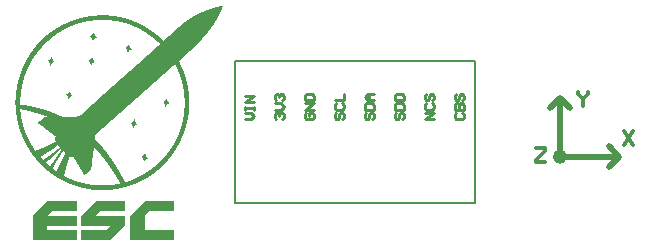
<source format=gto>
G04*
G04 #@! TF.GenerationSoftware,Altium Limited,Altium Designer,21.2.0 (30)*
G04*
G04 Layer_Color=65535*
%FSLAX25Y25*%
%MOIN*%
G70*
G04*
G04 #@! TF.SameCoordinates,7A118134-AABF-4D3B-888A-8C7CAF6D2988*
G04*
G04*
G04 #@! TF.FilePolarity,Positive*
G04*
G01*
G75*
%ADD10C,0.01968*%
%ADD11C,0.00787*%
%ADD12C,0.01181*%
%ADD13C,0.01000*%
G36*
X79515Y89976D02*
X79485D01*
Y89915D01*
X79470D01*
Y89840D01*
X79440D01*
Y89794D01*
X79425D01*
Y89779D01*
X79410D01*
Y89719D01*
X79395D01*
Y89643D01*
X79364D01*
Y89598D01*
X79349D01*
Y89522D01*
X79319D01*
Y89477D01*
X79304D01*
Y89462D01*
X79289D01*
Y89432D01*
X79304D01*
Y89416D01*
X79289D01*
Y89401D01*
X79274D01*
Y89326D01*
X79243D01*
Y89280D01*
X79228D01*
Y89220D01*
X79213D01*
Y89205D01*
X79198D01*
Y89159D01*
X79183D01*
Y89144D01*
X79168D01*
Y89114D01*
X79183D01*
Y89099D01*
X79168D01*
Y89084D01*
X79153D01*
Y89038D01*
X79122D01*
Y88993D01*
X79107D01*
Y88917D01*
X79077D01*
Y88872D01*
X79062D01*
Y88857D01*
X79047D01*
Y88827D01*
X79062D01*
Y88812D01*
X79047D01*
Y88797D01*
X79032D01*
Y88751D01*
X79017D01*
Y88736D01*
X79001D01*
Y88706D01*
X78986D01*
Y88630D01*
X78956D01*
Y88585D01*
X78941D01*
Y88570D01*
X78926D01*
Y88524D01*
X78911D01*
Y88464D01*
X78896D01*
Y88449D01*
X78881D01*
Y88403D01*
X78865D01*
Y88373D01*
X78850D01*
Y88358D01*
X78835D01*
Y88313D01*
X78820D01*
Y88298D01*
X78805D01*
Y88267D01*
X78820D01*
Y88252D01*
X78805D01*
Y88237D01*
X78790D01*
Y88192D01*
X78759D01*
Y88146D01*
X78744D01*
Y88101D01*
X78729D01*
Y88086D01*
X78714D01*
Y88025D01*
X78699D01*
Y88010D01*
X78684D01*
Y87965D01*
X78669D01*
Y87935D01*
X78654D01*
Y87920D01*
X78639D01*
Y87874D01*
X78623D01*
Y87829D01*
X78593D01*
Y87783D01*
X78578D01*
Y87768D01*
X78563D01*
Y87723D01*
X78548D01*
Y87663D01*
X78533D01*
Y87647D01*
X78518D01*
Y87617D01*
X78503D01*
Y87572D01*
X78487D01*
Y87557D01*
X78472D01*
Y87511D01*
X78442D01*
Y87466D01*
X78427D01*
Y87421D01*
X78412D01*
Y87406D01*
X78397D01*
Y87375D01*
X78382D01*
Y87330D01*
X78366D01*
Y87315D01*
X78351D01*
Y87269D01*
X78321D01*
Y87224D01*
X78306D01*
Y87179D01*
X78291D01*
Y87164D01*
X78276D01*
Y87133D01*
X78261D01*
Y87088D01*
X78246D01*
Y87073D01*
X78230D01*
Y87028D01*
X78200D01*
Y86982D01*
X78185D01*
Y86937D01*
X78170D01*
Y86922D01*
X78155D01*
Y86892D01*
X78140D01*
Y86846D01*
X78124D01*
Y86831D01*
X78109D01*
Y86786D01*
X78079D01*
Y86740D01*
X78064D01*
Y86695D01*
X78049D01*
Y86680D01*
X78034D01*
Y86650D01*
X78019D01*
Y86604D01*
X78004D01*
Y86589D01*
X77988D01*
Y86574D01*
X77973D01*
Y86559D01*
X77958D01*
Y86514D01*
X77943D01*
Y86483D01*
X77928D01*
Y86468D01*
X77913D01*
Y86423D01*
X77898D01*
Y86377D01*
X77868D01*
Y86332D01*
X77852D01*
Y86317D01*
X77837D01*
Y86272D01*
X77822D01*
Y86256D01*
X77792D01*
Y86211D01*
X77777D01*
Y86166D01*
X77762D01*
Y86151D01*
X77746D01*
Y86105D01*
X77716D01*
Y86060D01*
X77701D01*
Y86014D01*
X77686D01*
Y85999D01*
X77671D01*
Y85984D01*
X77656D01*
Y85954D01*
X77641D01*
Y85939D01*
X77626D01*
Y85894D01*
X77610D01*
Y85878D01*
X77595D01*
Y85848D01*
X77580D01*
Y85818D01*
X77550D01*
Y85773D01*
X77535D01*
Y85727D01*
X77505D01*
Y85682D01*
X77490D01*
Y85667D01*
X77474D01*
Y85652D01*
X77459D01*
Y85606D01*
X77444D01*
Y85591D01*
X77429D01*
Y85561D01*
X77414D01*
Y85516D01*
X77399D01*
Y85501D01*
X77384D01*
Y85485D01*
X77368D01*
Y85470D01*
X77353D01*
Y85425D01*
X77338D01*
Y85395D01*
X77323D01*
Y85379D01*
X77308D01*
Y85364D01*
X77293D01*
Y85319D01*
X77278D01*
Y85304D01*
X77263D01*
Y85259D01*
X77232D01*
Y85243D01*
X77217D01*
Y85198D01*
X77202D01*
Y85183D01*
X77187D01*
Y85138D01*
X77172D01*
Y85123D01*
X77142D01*
Y85077D01*
X77127D01*
Y85062D01*
X77112D01*
Y85017D01*
X77096D01*
Y85001D01*
X77081D01*
Y84986D01*
X77066D01*
Y84956D01*
X77051D01*
Y84911D01*
X77036D01*
Y84896D01*
X77021D01*
Y84881D01*
X77006D01*
Y84865D01*
X76990D01*
Y84820D01*
X76975D01*
Y84805D01*
X76945D01*
Y84760D01*
X76930D01*
Y84714D01*
X76915D01*
Y84699D01*
X76900D01*
Y84684D01*
X76885D01*
Y84669D01*
X76870D01*
Y84639D01*
X76854D01*
Y84608D01*
X76824D01*
Y84563D01*
X76809D01*
Y84518D01*
X76794D01*
Y84503D01*
X76779D01*
Y84487D01*
X76749D01*
Y84442D01*
X76733D01*
Y84427D01*
X76718D01*
Y84412D01*
X76703D01*
Y84367D01*
X76688D01*
Y84351D01*
X76673D01*
Y84336D01*
X76658D01*
Y84291D01*
X76628D01*
Y84276D01*
X76613D01*
Y84230D01*
X76597D01*
Y84215D01*
X76582D01*
Y84200D01*
X76567D01*
Y84155D01*
X76537D01*
Y84109D01*
X76522D01*
Y84094D01*
X76507D01*
Y84079D01*
X76492D01*
Y84034D01*
X76477D01*
Y84019D01*
X76461D01*
Y84004D01*
X76446D01*
Y83958D01*
X76416D01*
Y83928D01*
X76386D01*
Y83883D01*
X76371D01*
Y83868D01*
X76355D01*
Y83852D01*
X76340D01*
Y83807D01*
X76325D01*
Y83792D01*
X76310D01*
Y83777D01*
X76295D01*
Y83762D01*
X76265D01*
Y83716D01*
X76250D01*
Y83701D01*
X76235D01*
Y83686D01*
X76219D01*
Y83641D01*
X76204D01*
Y83626D01*
X76189D01*
Y83610D01*
X76174D01*
Y83565D01*
X76144D01*
Y83550D01*
X76129D01*
Y83505D01*
X76114D01*
Y83490D01*
X76099D01*
Y83474D01*
X76083D01*
Y83429D01*
X76068D01*
Y83414D01*
X76053D01*
Y83399D01*
X76038D01*
Y83384D01*
X76023D01*
Y83369D01*
X76008D01*
Y83338D01*
X75993D01*
Y83323D01*
X75977D01*
Y83308D01*
X75962D01*
Y83263D01*
X75947D01*
Y83248D01*
X75932D01*
Y83232D01*
X75917D01*
Y83217D01*
X75902D01*
Y83187D01*
X75887D01*
Y83157D01*
X75857D01*
Y83142D01*
X75841D01*
Y83096D01*
X75826D01*
Y83081D01*
X75811D01*
Y83066D01*
X75796D01*
Y83051D01*
X75781D01*
Y83006D01*
X75766D01*
Y82991D01*
X75751D01*
Y82976D01*
X75736D01*
Y82960D01*
X75721D01*
Y82930D01*
X75705D01*
Y82915D01*
X75690D01*
Y82900D01*
X75675D01*
Y82885D01*
X75660D01*
Y82870D01*
X75645D01*
Y82824D01*
X75630D01*
Y82809D01*
X75615D01*
Y82794D01*
X75599D01*
Y82749D01*
X75569D01*
Y82734D01*
X75554D01*
Y82718D01*
X75539D01*
Y82703D01*
X75524D01*
Y82658D01*
X75509D01*
Y82643D01*
X75494D01*
Y82628D01*
X75479D01*
Y82613D01*
X75463D01*
Y82598D01*
X75448D01*
Y82552D01*
X75433D01*
Y82537D01*
X75418D01*
Y82522D01*
X75403D01*
Y82507D01*
X75373D01*
Y82462D01*
X75358D01*
Y82446D01*
X75343D01*
Y82431D01*
X75327D01*
Y82416D01*
X75312D01*
Y82401D01*
X75297D01*
Y82356D01*
X75282D01*
Y82341D01*
X75267D01*
Y82325D01*
X75252D01*
Y82310D01*
X75237D01*
Y82265D01*
X75206D01*
Y82250D01*
X75191D01*
Y82235D01*
X75176D01*
Y82219D01*
X75161D01*
Y82174D01*
X75146D01*
Y82159D01*
X75131D01*
Y82144D01*
X75116D01*
Y82129D01*
X75101D01*
Y82114D01*
X75086D01*
Y82068D01*
X75070D01*
Y82053D01*
X75055D01*
Y82038D01*
X75040D01*
Y82023D01*
X75025D01*
Y82008D01*
X75010D01*
Y81993D01*
X74995D01*
Y81963D01*
X74980D01*
Y81947D01*
X74964D01*
Y81932D01*
X74949D01*
Y81917D01*
X74934D01*
Y81902D01*
X74919D01*
Y81857D01*
X74904D01*
Y81841D01*
X74889D01*
Y81826D01*
X74874D01*
Y81811D01*
X74859D01*
Y81796D01*
X74844D01*
Y81781D01*
X74828D01*
Y81766D01*
X74813D01*
Y81736D01*
X74798D01*
Y81705D01*
X74768D01*
Y81690D01*
X74753D01*
Y81660D01*
X74723D01*
Y81615D01*
X74708D01*
Y81600D01*
X74692D01*
Y81585D01*
X74677D01*
Y81569D01*
X74662D01*
Y81554D01*
X74647D01*
Y81509D01*
X74632D01*
Y81494D01*
X74617D01*
Y81479D01*
X74602D01*
Y81464D01*
X74586D01*
Y81448D01*
X74571D01*
Y81433D01*
X74556D01*
Y81418D01*
X74526D01*
Y81373D01*
X74511D01*
Y81358D01*
X74496D01*
Y81343D01*
X74481D01*
Y81327D01*
X74466D01*
Y81312D01*
X74450D01*
Y81297D01*
X74435D01*
Y81252D01*
X74420D01*
Y81237D01*
X74405D01*
Y81222D01*
X74390D01*
Y81207D01*
X74375D01*
Y81191D01*
X74360D01*
Y81176D01*
X74345D01*
Y81161D01*
X74330D01*
Y81131D01*
X74314D01*
Y81101D01*
X74284D01*
Y81086D01*
X74269D01*
Y81055D01*
X74239D01*
Y81040D01*
X74224D01*
Y81025D01*
X74209D01*
Y80980D01*
X74193D01*
Y80965D01*
X74178D01*
Y80949D01*
X74163D01*
Y80934D01*
X74148D01*
Y80919D01*
X74133D01*
Y80904D01*
X74118D01*
Y80889D01*
X74103D01*
Y80874D01*
X74088D01*
Y80828D01*
X74072D01*
Y80813D01*
X74057D01*
Y80798D01*
X74042D01*
Y80783D01*
X74027D01*
Y80768D01*
X74012D01*
Y80753D01*
X73997D01*
Y80738D01*
X73967D01*
Y80692D01*
X73952D01*
Y80677D01*
X73936D01*
Y80662D01*
X73921D01*
Y80647D01*
X73906D01*
Y80632D01*
X73891D01*
Y80617D01*
X73876D01*
Y80602D01*
X73861D01*
Y80587D01*
X73846D01*
Y80572D01*
X73831D01*
Y80526D01*
X73815D01*
Y80511D01*
X73800D01*
Y80496D01*
X73785D01*
Y80481D01*
X73770D01*
Y80466D01*
X73755D01*
Y80451D01*
X73740D01*
Y80435D01*
X73725D01*
Y80420D01*
X73710D01*
Y80375D01*
X73679D01*
Y80360D01*
X73664D01*
Y80330D01*
X73634D01*
Y80314D01*
X73619D01*
Y80299D01*
X73604D01*
Y80284D01*
X73589D01*
Y80254D01*
X73558D01*
Y80239D01*
X73543D01*
Y80194D01*
X73528D01*
Y80178D01*
X73513D01*
Y80163D01*
X73498D01*
Y80148D01*
X73483D01*
Y80133D01*
X73468D01*
Y80118D01*
X73453D01*
Y80103D01*
X73438D01*
Y80088D01*
X73422D01*
Y80073D01*
X73407D01*
Y80057D01*
X73392D01*
Y80042D01*
X73377D01*
Y80027D01*
X73362D01*
Y79982D01*
X73347D01*
Y79967D01*
X73332D01*
Y79952D01*
X73317D01*
Y79936D01*
X73301D01*
Y79921D01*
X73286D01*
Y79906D01*
X73271D01*
Y79891D01*
X73256D01*
Y79876D01*
X73241D01*
Y79861D01*
X73226D01*
Y79846D01*
X73196D01*
Y79800D01*
X73180D01*
Y79785D01*
X73165D01*
Y79770D01*
X73150D01*
Y79755D01*
X73135D01*
Y79740D01*
X73120D01*
Y79725D01*
X73105D01*
Y79710D01*
X73090D01*
Y79695D01*
X73075D01*
Y79680D01*
X73059D01*
Y79664D01*
X73044D01*
Y79649D01*
X73029D01*
Y79634D01*
X73014D01*
Y79619D01*
X72999D01*
Y79604D01*
X72984D01*
Y79558D01*
X72969D01*
Y79543D01*
X72954D01*
Y79528D01*
X72939D01*
Y79513D01*
X72923D01*
Y79498D01*
X72908D01*
Y79483D01*
X72893D01*
Y79468D01*
X72878D01*
Y79453D01*
X72863D01*
Y79438D01*
X72848D01*
Y79422D01*
X72833D01*
Y79407D01*
X72818D01*
Y79392D01*
X72802D01*
Y79377D01*
X72787D01*
Y79362D01*
X72772D01*
Y79347D01*
X72757D01*
Y79332D01*
X72742D01*
Y79286D01*
X72712D01*
Y79271D01*
X72697D01*
Y79241D01*
X72666D01*
Y79226D01*
X72651D01*
Y79211D01*
X72636D01*
Y79196D01*
X72621D01*
Y79165D01*
X72591D01*
Y79150D01*
X72576D01*
Y79120D01*
X72545D01*
Y79105D01*
X72530D01*
Y79090D01*
X72515D01*
Y79075D01*
X72500D01*
Y79044D01*
X72470D01*
Y79029D01*
X72455D01*
Y78984D01*
X72440D01*
Y78969D01*
X72425D01*
Y78954D01*
X72409D01*
Y78939D01*
X72394D01*
Y78923D01*
X72379D01*
Y78908D01*
X72364D01*
Y78893D01*
X72349D01*
Y78878D01*
X72334D01*
Y78863D01*
X72319D01*
Y78848D01*
X72303D01*
Y78833D01*
X72288D01*
Y78818D01*
X72273D01*
Y78803D01*
X72258D01*
Y78787D01*
X72243D01*
Y78772D01*
X72228D01*
Y78757D01*
X72213D01*
Y78742D01*
X72198D01*
Y78727D01*
X72183D01*
Y78712D01*
X72167D01*
Y78697D01*
X72152D01*
Y78682D01*
X72137D01*
Y78667D01*
X72122D01*
Y78651D01*
X72107D01*
Y78636D01*
X72092D01*
Y78591D01*
X72062D01*
Y78561D01*
X72047D01*
Y78545D01*
X72031D01*
Y78530D01*
X72016D01*
Y78515D01*
X72001D01*
Y78500D01*
X71986D01*
Y78485D01*
X71971D01*
Y78470D01*
X71956D01*
Y78455D01*
X71941D01*
Y78440D01*
X71925D01*
Y78425D01*
X71910D01*
Y78409D01*
X71895D01*
Y78394D01*
X71880D01*
Y78379D01*
X71865D01*
Y78364D01*
X71850D01*
Y78349D01*
X71835D01*
Y78334D01*
X71820D01*
Y78319D01*
X71805D01*
Y78304D01*
X71789D01*
Y78289D01*
X71774D01*
Y78273D01*
X71759D01*
Y78258D01*
X71744D01*
Y78243D01*
X71729D01*
Y78228D01*
X71714D01*
Y78213D01*
X71699D01*
Y78198D01*
X71684D01*
Y78183D01*
X71668D01*
Y78167D01*
X71653D01*
Y78152D01*
X71638D01*
Y78137D01*
X71623D01*
Y78122D01*
X71608D01*
Y78107D01*
X71593D01*
Y78092D01*
X71578D01*
Y78077D01*
X71563D01*
Y78062D01*
X71548D01*
Y78047D01*
X71532D01*
Y78031D01*
X71517D01*
Y78016D01*
X71502D01*
Y78001D01*
X71487D01*
Y77971D01*
X71472D01*
Y77956D01*
X71457D01*
Y77941D01*
X71442D01*
Y77926D01*
X71427D01*
Y77911D01*
X71412D01*
Y77895D01*
X71396D01*
Y77880D01*
X71381D01*
Y77865D01*
X71366D01*
Y77850D01*
X71351D01*
Y77835D01*
X71336D01*
Y77820D01*
X71321D01*
Y77805D01*
X71306D01*
Y77789D01*
X71290D01*
Y77774D01*
X71275D01*
Y77759D01*
X71260D01*
Y77744D01*
X71245D01*
Y77729D01*
X71230D01*
Y77714D01*
X71215D01*
Y77699D01*
X71200D01*
Y77684D01*
X71185D01*
Y77669D01*
X71170D01*
Y77653D01*
X71154D01*
Y77638D01*
X71139D01*
Y77623D01*
X71124D01*
Y77608D01*
X71109D01*
Y77593D01*
X71094D01*
Y77578D01*
X71079D01*
Y77563D01*
X71064D01*
Y77548D01*
X71049D01*
Y77533D01*
X71034D01*
Y77517D01*
X71018D01*
Y77502D01*
X71003D01*
Y77487D01*
X70988D01*
Y77472D01*
X70973D01*
Y77457D01*
X70958D01*
Y77442D01*
X70943D01*
Y77427D01*
X70928D01*
Y77412D01*
X70912D01*
Y77396D01*
X70897D01*
Y77381D01*
X70882D01*
Y77366D01*
X70867D01*
Y77351D01*
X70852D01*
Y77336D01*
X70837D01*
Y77321D01*
X70822D01*
Y77306D01*
X70807D01*
Y77291D01*
X70792D01*
Y77276D01*
X70776D01*
Y77260D01*
X70761D01*
Y77245D01*
X70746D01*
Y77230D01*
X70731D01*
Y77215D01*
X70716D01*
Y77200D01*
X70701D01*
Y77185D01*
X70686D01*
Y77170D01*
X70671D01*
Y77154D01*
X70656D01*
Y77139D01*
X70640D01*
Y77124D01*
X70625D01*
Y77109D01*
X70610D01*
Y77094D01*
X70595D01*
Y77079D01*
X70580D01*
Y77064D01*
X70565D01*
Y77049D01*
X70550D01*
Y77034D01*
X70534D01*
Y77018D01*
X70519D01*
Y77003D01*
X70504D01*
Y76988D01*
X70489D01*
Y76973D01*
X70474D01*
Y76958D01*
X70459D01*
Y76943D01*
X70444D01*
Y76928D01*
X70429D01*
Y76913D01*
X70414D01*
Y76898D01*
X70398D01*
Y76882D01*
X70383D01*
Y76867D01*
X70368D01*
Y76852D01*
X70353D01*
Y76837D01*
X70338D01*
Y76822D01*
X70323D01*
Y76807D01*
X70308D01*
Y76792D01*
X70293D01*
Y76776D01*
X70278D01*
Y76761D01*
X70262D01*
Y76746D01*
X70232D01*
Y76731D01*
X70217D01*
Y76716D01*
X70202D01*
Y76701D01*
X70187D01*
Y76686D01*
X70172D01*
Y76671D01*
X70157D01*
Y76656D01*
X70141D01*
Y76640D01*
X70126D01*
Y76625D01*
X70111D01*
Y76610D01*
X70096D01*
Y76595D01*
X70081D01*
Y76580D01*
X70066D01*
Y76565D01*
X70051D01*
Y76550D01*
X70036D01*
Y76535D01*
X70021D01*
Y76520D01*
X70005D01*
Y76504D01*
X69990D01*
Y76489D01*
X69975D01*
Y76474D01*
X69960D01*
Y76459D01*
X69945D01*
Y76444D01*
X69930D01*
Y76429D01*
X69915D01*
Y76414D01*
X69899D01*
Y76398D01*
X69884D01*
Y76383D01*
X69869D01*
Y76368D01*
X69854D01*
Y76353D01*
X69839D01*
Y76338D01*
X69824D01*
Y76323D01*
X69809D01*
Y76308D01*
X69794D01*
Y76293D01*
X69779D01*
Y76278D01*
X69763D01*
Y76262D01*
X69748D01*
Y76247D01*
X69733D01*
Y76232D01*
X69718D01*
Y76217D01*
X69703D01*
Y76202D01*
X69688D01*
Y76187D01*
X69673D01*
Y76172D01*
X69658D01*
Y76157D01*
X69643D01*
Y76142D01*
X69627D01*
Y76126D01*
X69612D01*
Y76111D01*
X69597D01*
Y76096D01*
X69582D01*
Y76081D01*
X69567D01*
Y76066D01*
X69552D01*
Y76081D01*
X69537D01*
Y76066D01*
X69521D01*
Y76051D01*
X69506D01*
Y76036D01*
X69491D01*
Y76020D01*
X69476D01*
Y76005D01*
X69461D01*
Y75990D01*
X69446D01*
Y75975D01*
X69431D01*
Y75960D01*
X69416D01*
Y75945D01*
X69401D01*
Y75930D01*
X69385D01*
Y75915D01*
X69370D01*
Y75900D01*
X69355D01*
Y75884D01*
X69340D01*
Y75869D01*
X69325D01*
Y75854D01*
X69310D01*
Y75839D01*
X69295D01*
Y75824D01*
X69280D01*
Y75809D01*
X69265D01*
Y75794D01*
X69249D01*
Y75779D01*
X69234D01*
Y75763D01*
X69219D01*
Y75748D01*
X69204D01*
Y75733D01*
X69189D01*
Y75718D01*
X69174D01*
Y75703D01*
X69159D01*
Y75688D01*
X69143D01*
Y75673D01*
X69128D01*
Y75658D01*
X69113D01*
Y75643D01*
X69098D01*
Y75627D01*
X69083D01*
Y75612D01*
X69068D01*
Y75597D01*
X69053D01*
Y75582D01*
X69038D01*
Y75597D01*
X69023D01*
Y75582D01*
X69007D01*
Y75567D01*
X68992D01*
Y75537D01*
X68962D01*
Y75522D01*
X68947D01*
Y75507D01*
X68932D01*
Y75491D01*
X68917D01*
Y75476D01*
X68902D01*
Y75461D01*
X68887D01*
Y75446D01*
X68871D01*
Y75416D01*
X68841D01*
Y75401D01*
X68826D01*
Y75385D01*
X68811D01*
Y75370D01*
X68796D01*
Y75355D01*
X68781D01*
Y75340D01*
X68765D01*
Y75325D01*
X68750D01*
Y75295D01*
X68720D01*
Y75280D01*
X68705D01*
Y75265D01*
X68690D01*
Y75249D01*
X68675D01*
Y75234D01*
X68660D01*
Y75219D01*
X68645D01*
Y75204D01*
X68614D01*
Y75189D01*
X68599D01*
Y75174D01*
X68584D01*
Y75159D01*
X68569D01*
Y75144D01*
X68554D01*
Y75129D01*
X68539D01*
Y75113D01*
X68524D01*
Y75098D01*
X68508D01*
Y75083D01*
X68493D01*
Y75068D01*
X68478D01*
Y75053D01*
X68463D01*
Y75038D01*
X68448D01*
Y75023D01*
X68433D01*
Y75007D01*
X68418D01*
Y74992D01*
X68403D01*
Y74977D01*
X68388D01*
Y74962D01*
X68372D01*
Y74947D01*
X68357D01*
Y74932D01*
X68342D01*
Y74917D01*
X68327D01*
Y74902D01*
X68312D01*
Y74887D01*
X68297D01*
Y74871D01*
X68282D01*
Y74856D01*
X68267D01*
Y74871D01*
X68252D01*
Y74856D01*
X68236D01*
Y74841D01*
X68221D01*
Y74826D01*
X68206D01*
Y74811D01*
X68191D01*
Y74796D01*
X68176D01*
Y74781D01*
X68161D01*
Y74766D01*
X68146D01*
Y74751D01*
X68130D01*
Y74735D01*
X68115D01*
Y74720D01*
X68100D01*
Y74705D01*
X68085D01*
Y74690D01*
X68070D01*
Y74675D01*
X68055D01*
Y74660D01*
X68040D01*
Y74645D01*
X68025D01*
Y74629D01*
X68010D01*
Y74614D01*
X67994D01*
Y74599D01*
X67979D01*
Y74584D01*
X67964D01*
Y74569D01*
X67949D01*
Y74554D01*
X67904D01*
Y74524D01*
X67889D01*
Y74509D01*
X67874D01*
Y74493D01*
X67858D01*
Y74478D01*
X67843D01*
Y74463D01*
X67828D01*
Y74448D01*
X67813D01*
Y74433D01*
X67798D01*
Y74418D01*
X67783D01*
Y74403D01*
X67768D01*
Y74388D01*
X67752D01*
Y74373D01*
X67737D01*
Y74357D01*
X67722D01*
Y74342D01*
X67707D01*
Y74327D01*
X67692D01*
Y74312D01*
X67677D01*
Y74297D01*
X67662D01*
Y74282D01*
X67647D01*
Y74267D01*
X67632D01*
Y74252D01*
X67616D01*
Y74267D01*
X67601D01*
Y74252D01*
X67586D01*
Y74236D01*
X67571D01*
Y74221D01*
X67556D01*
Y74206D01*
X67541D01*
Y74191D01*
X67526D01*
Y74176D01*
X67511D01*
Y74161D01*
X67496D01*
Y74146D01*
X67480D01*
Y74131D01*
X67465D01*
Y74116D01*
X67450D01*
Y74100D01*
X67435D01*
Y74085D01*
X67420D01*
Y74070D01*
X67405D01*
Y74055D01*
X67390D01*
Y74040D01*
X67374D01*
Y74025D01*
X67359D01*
Y74010D01*
X67344D01*
Y73994D01*
X67329D01*
Y73979D01*
X67314D01*
Y73964D01*
X67269D01*
Y73949D01*
X67254D01*
Y73919D01*
X67223D01*
Y73904D01*
X67208D01*
Y73889D01*
X67193D01*
Y73874D01*
X67178D01*
Y73858D01*
X67163D01*
Y73843D01*
X67148D01*
Y73828D01*
X67133D01*
Y73798D01*
X67102D01*
Y73783D01*
X67087D01*
Y73768D01*
X67072D01*
Y73753D01*
X67057D01*
Y73722D01*
X67027D01*
Y73707D01*
X66997D01*
Y73692D01*
X66981D01*
Y73677D01*
X66966D01*
Y73662D01*
X66951D01*
Y73647D01*
X66936D01*
Y73632D01*
X66921D01*
Y73616D01*
X66906D01*
Y73601D01*
X66891D01*
Y73586D01*
X66876D01*
Y73571D01*
X66861D01*
Y73556D01*
X66845D01*
Y73541D01*
X66830D01*
Y73526D01*
X66815D01*
Y73511D01*
X66800D01*
Y73496D01*
X66785D01*
Y73480D01*
X66739D01*
Y73465D01*
X66724D01*
Y73450D01*
X66709D01*
Y73435D01*
X66694D01*
Y73420D01*
X66679D01*
Y73405D01*
X66664D01*
Y73390D01*
X66649D01*
Y73375D01*
X66634D01*
Y73360D01*
X66603D01*
Y73344D01*
X66588D01*
Y73329D01*
X66573D01*
Y73314D01*
X66558D01*
Y73299D01*
X66543D01*
Y73284D01*
X66528D01*
Y73269D01*
X66498D01*
Y73239D01*
X66452D01*
Y73223D01*
X66437D01*
Y73208D01*
X66422D01*
Y73193D01*
X66407D01*
Y73178D01*
X66392D01*
Y73163D01*
X66377D01*
Y73148D01*
X66331D01*
Y73118D01*
X66301D01*
Y73102D01*
X66286D01*
Y73072D01*
X66256D01*
Y73057D01*
X66241D01*
Y73042D01*
X66225D01*
Y73027D01*
X66195D01*
Y73012D01*
X66180D01*
Y72997D01*
X66165D01*
Y72982D01*
X66150D01*
Y72966D01*
X66135D01*
Y72951D01*
X66120D01*
Y72936D01*
X66105D01*
Y72921D01*
X66089D01*
Y72906D01*
X66044D01*
Y72891D01*
X66029D01*
Y72876D01*
X66014D01*
Y72861D01*
X65999D01*
Y72846D01*
X65984D01*
Y72830D01*
X65968D01*
Y72815D01*
X65953D01*
Y72800D01*
X65938D01*
Y72785D01*
X65923D01*
Y72770D01*
X65908D01*
Y72755D01*
X65878D01*
Y72740D01*
X65863D01*
Y72724D01*
X65847D01*
Y72709D01*
X65832D01*
Y72694D01*
X65817D01*
Y72679D01*
X65802D01*
Y72664D01*
X65787D01*
Y72649D01*
X65772D01*
Y72634D01*
X65757D01*
Y72619D01*
X65742D01*
Y72603D01*
X65727D01*
Y72588D01*
X65711D01*
Y72573D01*
X65696D01*
Y72558D01*
X65681D01*
Y72543D01*
X65666D01*
Y72528D01*
X65651D01*
Y72513D01*
X65636D01*
Y72498D01*
X65621D01*
Y72483D01*
X65606D01*
Y72467D01*
X65590D01*
Y72452D01*
X65575D01*
Y72437D01*
X65560D01*
Y72422D01*
X65545D01*
Y72407D01*
X65530D01*
Y72392D01*
X65515D01*
Y72377D01*
X65500D01*
Y72362D01*
X65485D01*
Y72347D01*
X65469D01*
Y72331D01*
X65454D01*
Y72316D01*
X65439D01*
Y72301D01*
X65424D01*
Y72286D01*
X65409D01*
Y72271D01*
X65394D01*
Y72256D01*
X65364D01*
Y72210D01*
X65349D01*
Y72195D01*
X65333D01*
Y72180D01*
X65318D01*
Y72165D01*
X65303D01*
Y72150D01*
X65288D01*
Y72135D01*
X65273D01*
Y72120D01*
X65258D01*
Y72105D01*
X65273D01*
Y72089D01*
X65258D01*
Y72074D01*
X65243D01*
Y72059D01*
X65228D01*
Y72044D01*
X65213D01*
Y72029D01*
X65197D01*
Y71984D01*
X65167D01*
Y71969D01*
X65152D01*
Y71953D01*
X65137D01*
Y71938D01*
X65152D01*
Y71923D01*
X65137D01*
Y71908D01*
X65122D01*
Y71893D01*
X65107D01*
Y71878D01*
X65092D01*
Y71832D01*
X65076D01*
Y71817D01*
X65046D01*
Y71772D01*
X65031D01*
Y71757D01*
X65016D01*
Y71742D01*
X65031D01*
Y71727D01*
X65016D01*
Y71711D01*
X65001D01*
Y71696D01*
X65016D01*
Y71681D01*
X65031D01*
Y71666D01*
X65016D01*
Y71651D01*
X65031D01*
Y71636D01*
X65046D01*
Y71591D01*
X65076D01*
Y71545D01*
X65092D01*
Y71500D01*
X65122D01*
Y71455D01*
X65137D01*
Y71439D01*
X65152D01*
Y71424D01*
X65137D01*
Y71409D01*
X65152D01*
Y71394D01*
X65167D01*
Y71333D01*
X65182D01*
Y71318D01*
X65197D01*
Y71273D01*
X65213D01*
Y71243D01*
X65228D01*
Y71228D01*
X65243D01*
Y71182D01*
X65258D01*
Y71167D01*
X65273D01*
Y71137D01*
X65288D01*
Y71092D01*
X65303D01*
Y71077D01*
X65318D01*
Y71031D01*
X65333D01*
Y71001D01*
X65349D01*
Y70986D01*
X65364D01*
Y70940D01*
X65379D01*
Y70925D01*
X65394D01*
Y70895D01*
X65409D01*
Y70850D01*
X65424D01*
Y70835D01*
X65439D01*
Y70789D01*
X65454D01*
Y70729D01*
X65469D01*
Y70714D01*
X65485D01*
Y70683D01*
X65500D01*
Y70668D01*
X65515D01*
Y70653D01*
X65500D01*
Y70638D01*
X65515D01*
Y70623D01*
X65530D01*
Y70578D01*
X65560D01*
Y70532D01*
X65575D01*
Y70487D01*
X65590D01*
Y70472D01*
X65606D01*
Y70411D01*
X65621D01*
Y70396D01*
X65636D01*
Y70381D01*
X65621D01*
Y70366D01*
X65651D01*
Y70320D01*
X65666D01*
Y70305D01*
X65681D01*
Y70260D01*
X65696D01*
Y70215D01*
X65727D01*
Y70139D01*
X65742D01*
Y70109D01*
X65757D01*
Y70094D01*
X65772D01*
Y70048D01*
X65787D01*
Y70033D01*
X65802D01*
Y70003D01*
X65817D01*
Y69927D01*
X65847D01*
Y69882D01*
X65863D01*
Y69867D01*
X65878D01*
Y69852D01*
X65863D01*
Y69837D01*
X65878D01*
Y69822D01*
X65893D01*
Y69776D01*
X65923D01*
Y69701D01*
X65938D01*
Y69670D01*
X65953D01*
Y69655D01*
X65968D01*
Y69610D01*
X65984D01*
Y69595D01*
X65999D01*
Y69580D01*
X65984D01*
Y69549D01*
X65999D01*
Y69534D01*
X66014D01*
Y69489D01*
X66044D01*
Y69444D01*
X66059D01*
Y69368D01*
X66089D01*
Y69323D01*
X66105D01*
Y69308D01*
X66120D01*
Y69292D01*
X66105D01*
Y69277D01*
X66135D01*
Y69202D01*
X66150D01*
Y69187D01*
X66165D01*
Y69156D01*
X66180D01*
Y69081D01*
X66210D01*
Y69035D01*
X66225D01*
Y69020D01*
X66241D01*
Y68990D01*
X66225D01*
Y68975D01*
X66241D01*
Y68960D01*
X66256D01*
Y68914D01*
X66271D01*
Y68899D01*
X66286D01*
Y68839D01*
X66301D01*
Y68793D01*
X66316D01*
Y68778D01*
X66331D01*
Y68718D01*
X66346D01*
Y68703D01*
X66361D01*
Y68688D01*
X66346D01*
Y68673D01*
X66377D01*
Y68597D01*
X66392D01*
Y68582D01*
X66407D01*
Y68551D01*
X66422D01*
Y68476D01*
X66452D01*
Y68431D01*
X66467D01*
Y68415D01*
X66483D01*
Y68385D01*
X66467D01*
Y68370D01*
X66483D01*
Y68355D01*
X66498D01*
Y68310D01*
X66513D01*
Y68295D01*
X66528D01*
Y68234D01*
X66543D01*
Y68158D01*
X66573D01*
Y68113D01*
X66588D01*
Y68098D01*
X66603D01*
Y68083D01*
X66588D01*
Y68053D01*
X66603D01*
Y68037D01*
X66619D01*
Y67962D01*
X66649D01*
Y67917D01*
X66664D01*
Y67856D01*
X66679D01*
Y67841D01*
X66694D01*
Y67780D01*
X66709D01*
Y67765D01*
X66724D01*
Y67735D01*
X66709D01*
Y67705D01*
X66739D01*
Y67659D01*
X66755D01*
Y67644D01*
X66770D01*
Y67584D01*
X66785D01*
Y67508D01*
X66815D01*
Y67433D01*
X66830D01*
Y67418D01*
X66845D01*
Y67402D01*
X66830D01*
Y67372D01*
X66845D01*
Y67357D01*
X66861D01*
Y67297D01*
X66876D01*
Y67282D01*
X66891D01*
Y67221D01*
X66906D01*
Y67145D01*
X66936D01*
Y67100D01*
X66951D01*
Y67085D01*
X66966D01*
Y67055D01*
X66951D01*
Y67040D01*
X66966D01*
Y67024D01*
X66981D01*
Y66949D01*
X67012D01*
Y66858D01*
X67027D01*
Y66782D01*
X67057D01*
Y66707D01*
X67072D01*
Y66692D01*
X67087D01*
Y66677D01*
X67072D01*
Y66646D01*
X67087D01*
Y66631D01*
X67102D01*
Y66571D01*
X67118D01*
Y66556D01*
X67133D01*
Y66495D01*
X67148D01*
Y66420D01*
X67178D01*
Y66329D01*
X67193D01*
Y66314D01*
X67208D01*
Y66284D01*
X67193D01*
Y66253D01*
X67223D01*
Y66178D01*
X67238D01*
Y66163D01*
X67254D01*
Y66102D01*
X67269D01*
Y66011D01*
X67284D01*
Y65996D01*
X67299D01*
Y65936D01*
X67314D01*
Y65921D01*
X67329D01*
Y65906D01*
X67314D01*
Y65845D01*
X67329D01*
Y65830D01*
X67344D01*
Y65769D01*
X67359D01*
Y65754D01*
X67374D01*
Y65664D01*
X67390D01*
Y65603D01*
X67405D01*
Y65588D01*
X67420D01*
Y65497D01*
X67435D01*
Y65482D01*
X67450D01*
Y65467D01*
X67435D01*
Y65437D01*
X67450D01*
Y65422D01*
X67465D01*
Y65331D01*
X67480D01*
Y65316D01*
X67496D01*
Y65225D01*
X67511D01*
Y65135D01*
X67541D01*
Y65044D01*
X67556D01*
Y65029D01*
X67571D01*
Y65013D01*
X67556D01*
Y64983D01*
X67571D01*
Y64968D01*
X67586D01*
Y64877D01*
X67601D01*
Y64862D01*
X67616D01*
Y64772D01*
X67632D01*
Y64681D01*
X67647D01*
Y64666D01*
X67662D01*
Y64560D01*
X67677D01*
Y64545D01*
X67692D01*
Y64530D01*
X67677D01*
Y64469D01*
X67692D01*
Y64454D01*
X67707D01*
Y64363D01*
X67722D01*
Y64348D01*
X67737D01*
Y64258D01*
X67752D01*
Y64152D01*
X67768D01*
Y64137D01*
X67783D01*
Y64046D01*
X67798D01*
Y64031D01*
X67813D01*
Y64016D01*
X67798D01*
Y63940D01*
X67813D01*
Y63925D01*
X67828D01*
Y63804D01*
X67858D01*
Y63683D01*
X67874D01*
Y63592D01*
X67889D01*
Y63577D01*
X67904D01*
Y63471D01*
X67919D01*
Y63456D01*
X67934D01*
Y63441D01*
X67919D01*
Y63335D01*
X67934D01*
Y63320D01*
X67949D01*
Y63199D01*
X67979D01*
Y63078D01*
X67994D01*
Y62942D01*
X68010D01*
Y62927D01*
X68025D01*
Y62791D01*
X68040D01*
Y62776D01*
X68055D01*
Y62761D01*
X68040D01*
Y62655D01*
X68055D01*
Y62640D01*
X68070D01*
Y62504D01*
X68085D01*
Y62489D01*
X68100D01*
Y62353D01*
X68115D01*
Y62186D01*
X68146D01*
Y62020D01*
X68161D01*
Y62005D01*
X68176D01*
Y61990D01*
X68161D01*
Y61854D01*
X68176D01*
Y61839D01*
X68191D01*
Y61687D01*
X68206D01*
Y61672D01*
X68221D01*
Y61476D01*
X68236D01*
Y61279D01*
X68252D01*
Y61264D01*
X68267D01*
Y61052D01*
X68282D01*
Y61037D01*
X68297D01*
Y61022D01*
X68282D01*
Y60826D01*
X68297D01*
Y60810D01*
X68312D01*
Y60568D01*
X68327D01*
Y60553D01*
X68342D01*
Y60281D01*
X68357D01*
Y59948D01*
X68372D01*
Y59933D01*
X68388D01*
Y59525D01*
X68403D01*
Y59510D01*
X68418D01*
Y59495D01*
X68403D01*
Y58935D01*
X68418D01*
Y58920D01*
X68433D01*
Y57136D01*
X68418D01*
Y57121D01*
X68403D01*
Y56562D01*
X68418D01*
Y56547D01*
X68403D01*
Y56532D01*
X68388D01*
Y56123D01*
X68372D01*
Y56108D01*
X68357D01*
Y55775D01*
X68342D01*
Y55488D01*
X68312D01*
Y55246D01*
X68297D01*
Y55231D01*
X68282D01*
Y55035D01*
X68297D01*
Y55020D01*
X68282D01*
Y55004D01*
X68267D01*
Y54793D01*
X68252D01*
Y54778D01*
X68236D01*
Y54596D01*
X68221D01*
Y54400D01*
X68191D01*
Y54203D01*
X68176D01*
Y54188D01*
X68161D01*
Y54067D01*
X68176D01*
Y54052D01*
X68161D01*
Y54037D01*
X68146D01*
Y53901D01*
X68130D01*
Y53886D01*
X68115D01*
Y53719D01*
X68100D01*
Y53583D01*
X68085D01*
Y53568D01*
X68070D01*
Y53432D01*
X68055D01*
Y53417D01*
X68040D01*
Y53311D01*
X68055D01*
Y53296D01*
X68040D01*
Y53281D01*
X68025D01*
Y53145D01*
X68010D01*
Y53130D01*
X67994D01*
Y53024D01*
X67979D01*
Y52888D01*
X67964D01*
Y52873D01*
X67949D01*
Y52752D01*
X67934D01*
Y52737D01*
X67919D01*
Y52661D01*
X67934D01*
Y52646D01*
X67919D01*
Y52631D01*
X67904D01*
Y52510D01*
X67874D01*
Y52389D01*
X67858D01*
Y52283D01*
X67843D01*
Y52268D01*
X67828D01*
Y52147D01*
X67813D01*
Y52132D01*
X67798D01*
Y52086D01*
X67813D01*
Y52071D01*
X67798D01*
Y52056D01*
X67783D01*
Y51935D01*
X67768D01*
Y51920D01*
X67752D01*
Y51829D01*
X67737D01*
Y51723D01*
X67722D01*
Y51708D01*
X67707D01*
Y51618D01*
X67692D01*
Y51603D01*
X67677D01*
Y51557D01*
X67692D01*
Y51527D01*
X67677D01*
Y51512D01*
X67662D01*
Y51421D01*
X67632D01*
Y51330D01*
X67616D01*
Y51240D01*
X67601D01*
Y51225D01*
X67586D01*
Y51134D01*
X67571D01*
Y51119D01*
X67556D01*
Y51073D01*
X67571D01*
Y51043D01*
X67556D01*
Y51028D01*
X67541D01*
Y50937D01*
X67511D01*
Y50847D01*
X67496D01*
Y50756D01*
X67480D01*
Y50741D01*
X67465D01*
Y50650D01*
X67450D01*
Y50635D01*
X67435D01*
Y50605D01*
X67450D01*
Y50590D01*
X67435D01*
Y50574D01*
X67420D01*
Y50484D01*
X67405D01*
Y50469D01*
X67390D01*
Y50408D01*
X67374D01*
Y50317D01*
X67359D01*
Y50302D01*
X67344D01*
Y50212D01*
X67329D01*
Y50196D01*
X67314D01*
Y50181D01*
X67329D01*
Y50151D01*
X67314D01*
Y50136D01*
X67299D01*
Y50076D01*
X67284D01*
Y50060D01*
X67269D01*
Y49970D01*
X67254D01*
Y49909D01*
X67238D01*
Y49894D01*
X67223D01*
Y49803D01*
X67208D01*
Y49788D01*
X67193D01*
Y49758D01*
X67208D01*
Y49743D01*
X67193D01*
Y49728D01*
X67178D01*
Y49667D01*
X67163D01*
Y49652D01*
X67148D01*
Y49592D01*
X67133D01*
Y49501D01*
X67118D01*
Y49486D01*
X67102D01*
Y49425D01*
X67087D01*
Y49410D01*
X67072D01*
Y49380D01*
X67087D01*
Y49350D01*
X67057D01*
Y49274D01*
X67042D01*
Y49259D01*
X67027D01*
Y49199D01*
X67012D01*
Y49138D01*
X66997D01*
Y49123D01*
X66981D01*
Y49062D01*
X66966D01*
Y49047D01*
X66951D01*
Y49017D01*
X66966D01*
Y48987D01*
X66936D01*
Y48911D01*
X66921D01*
Y48896D01*
X66906D01*
Y48836D01*
X66891D01*
Y48775D01*
X66876D01*
Y48760D01*
X66861D01*
Y48700D01*
X66845D01*
Y48684D01*
X66830D01*
Y48654D01*
X66845D01*
Y48624D01*
X66815D01*
Y48548D01*
X66800D01*
Y48533D01*
X66785D01*
Y48473D01*
X66770D01*
Y48428D01*
X66739D01*
Y48352D01*
X66724D01*
Y48337D01*
X66709D01*
Y48307D01*
X66724D01*
Y48291D01*
X66709D01*
Y48276D01*
X66694D01*
Y48216D01*
X66679D01*
Y48201D01*
X66664D01*
Y48140D01*
X66649D01*
Y48095D01*
X66634D01*
Y48080D01*
X66619D01*
Y48019D01*
X66603D01*
Y48004D01*
X66588D01*
Y47974D01*
X66603D01*
Y47959D01*
X66588D01*
Y47944D01*
X66573D01*
Y47898D01*
X66558D01*
Y47883D01*
X66543D01*
Y47823D01*
X66528D01*
Y47747D01*
X66498D01*
Y47702D01*
X66483D01*
Y47687D01*
X66467D01*
Y47656D01*
X66483D01*
Y47641D01*
X66467D01*
Y47626D01*
X66452D01*
Y47581D01*
X66437D01*
Y47566D01*
X66422D01*
Y47505D01*
X66407D01*
Y47445D01*
X66392D01*
Y47430D01*
X66377D01*
Y47384D01*
X66361D01*
Y47369D01*
X66346D01*
Y47339D01*
X66361D01*
Y47324D01*
X66346D01*
Y47309D01*
X66331D01*
Y47263D01*
X66301D01*
Y47188D01*
X66286D01*
Y47142D01*
X66256D01*
Y47067D01*
X66241D01*
Y47036D01*
X66225D01*
Y47021D01*
X66210D01*
Y46976D01*
X66195D01*
Y46961D01*
X66180D01*
Y46900D01*
X66165D01*
Y46855D01*
X66135D01*
Y46779D01*
X66120D01*
Y46749D01*
X66105D01*
Y46734D01*
X66089D01*
Y46689D01*
X66074D01*
Y46674D01*
X66059D01*
Y46613D01*
X66044D01*
Y46568D01*
X66029D01*
Y46553D01*
X66014D01*
Y46522D01*
X65999D01*
Y46507D01*
X65984D01*
Y46477D01*
X65999D01*
Y46447D01*
X65968D01*
Y46402D01*
X65953D01*
Y46386D01*
X65938D01*
Y46341D01*
X65923D01*
Y46281D01*
X65908D01*
Y46265D01*
X65893D01*
Y46220D01*
X65878D01*
Y46190D01*
X65863D01*
Y46175D01*
X65847D01*
Y46129D01*
X65832D01*
Y46114D01*
X65817D01*
Y46054D01*
X65802D01*
Y46008D01*
X65772D01*
Y45963D01*
X65757D01*
Y45948D01*
X65742D01*
Y45933D01*
X65757D01*
Y45918D01*
X65742D01*
Y45902D01*
X65727D01*
Y45857D01*
X65696D01*
Y45782D01*
X65681D01*
Y45751D01*
X65666D01*
Y45736D01*
X65651D01*
Y45691D01*
X65636D01*
Y45661D01*
X65621D01*
Y45645D01*
X65606D01*
Y45600D01*
X65590D01*
Y45585D01*
X65575D01*
Y45540D01*
X65560D01*
Y45479D01*
X65545D01*
Y45464D01*
X65530D01*
Y45434D01*
X65515D01*
Y45419D01*
X65500D01*
Y45404D01*
X65515D01*
Y45388D01*
X65500D01*
Y45373D01*
X65485D01*
Y45328D01*
X65454D01*
Y45283D01*
X65439D01*
Y45237D01*
X65424D01*
Y45222D01*
X65409D01*
Y45192D01*
X65394D01*
Y45177D01*
X65379D01*
Y45162D01*
X65394D01*
Y45147D01*
X65379D01*
Y45131D01*
X65364D01*
Y45086D01*
X65333D01*
Y45041D01*
X65318D01*
Y44995D01*
X65303D01*
Y44980D01*
X65288D01*
Y44950D01*
X65273D01*
Y44935D01*
X65258D01*
Y44920D01*
X65273D01*
Y44905D01*
X65258D01*
Y44890D01*
X65243D01*
Y44844D01*
X65213D01*
Y44799D01*
X65197D01*
Y44753D01*
X65182D01*
Y44738D01*
X65167D01*
Y44708D01*
X65152D01*
Y44693D01*
X65137D01*
Y44678D01*
X65152D01*
Y44663D01*
X65137D01*
Y44648D01*
X65122D01*
Y44602D01*
X65092D01*
Y44557D01*
X65076D01*
Y44512D01*
X65061D01*
Y44496D01*
X65046D01*
Y44466D01*
X65031D01*
Y44451D01*
X65016D01*
Y44436D01*
X65031D01*
Y44421D01*
X65016D01*
Y44406D01*
X65001D01*
Y44360D01*
X64971D01*
Y44315D01*
X64955D01*
Y44270D01*
X64940D01*
Y44254D01*
X64925D01*
Y44239D01*
X64910D01*
Y44209D01*
X64895D01*
Y44194D01*
X64880D01*
Y44149D01*
X64865D01*
Y44133D01*
X64850D01*
Y44088D01*
X64834D01*
Y44058D01*
X64819D01*
Y44043D01*
X64804D01*
Y43997D01*
X64789D01*
Y43967D01*
X64774D01*
Y43952D01*
X64759D01*
Y43922D01*
X64729D01*
Y43876D01*
X64714D01*
Y43831D01*
X64683D01*
Y43786D01*
X64668D01*
Y43771D01*
X64653D01*
Y43755D01*
X64668D01*
Y43740D01*
X64653D01*
Y43725D01*
X64638D01*
Y43680D01*
X64608D01*
Y43665D01*
X64593D01*
Y43619D01*
X64577D01*
Y43604D01*
X64562D01*
Y43559D01*
X64547D01*
Y43529D01*
X64532D01*
Y43514D01*
X64517D01*
Y43499D01*
X64502D01*
Y43483D01*
X64487D01*
Y43438D01*
X64472D01*
Y43393D01*
X64441D01*
Y43347D01*
X64426D01*
Y43332D01*
X64411D01*
Y43317D01*
X64396D01*
Y43272D01*
X64366D01*
Y43226D01*
X64351D01*
Y43181D01*
X64336D01*
Y43166D01*
X64320D01*
Y43151D01*
X64305D01*
Y43121D01*
X64290D01*
Y43105D01*
X64275D01*
Y43060D01*
X64260D01*
Y43045D01*
X64245D01*
Y43030D01*
X64230D01*
Y42984D01*
X64200D01*
Y42939D01*
X64184D01*
Y42924D01*
X64169D01*
Y42909D01*
X64184D01*
Y42894D01*
X64169D01*
Y42879D01*
X64154D01*
Y42864D01*
X64139D01*
Y42848D01*
X64124D01*
Y42818D01*
X64109D01*
Y42773D01*
X64094D01*
Y42758D01*
X64078D01*
Y42742D01*
X64063D01*
Y42727D01*
X64048D01*
Y42712D01*
X64063D01*
Y42697D01*
X64033D01*
Y42667D01*
X64003D01*
Y42622D01*
X63988D01*
Y42576D01*
X63973D01*
Y42561D01*
X63958D01*
Y42546D01*
X63942D01*
Y42516D01*
X63927D01*
Y42501D01*
X63912D01*
Y42455D01*
X63897D01*
Y42440D01*
X63882D01*
Y42425D01*
X63867D01*
Y42380D01*
X63837D01*
Y42349D01*
X63822D01*
Y42319D01*
X63806D01*
Y42304D01*
X63791D01*
Y42259D01*
X63776D01*
Y42244D01*
X63761D01*
Y42228D01*
X63746D01*
Y42183D01*
X63716D01*
Y42168D01*
X63700D01*
Y42153D01*
X63685D01*
Y42138D01*
X63700D01*
Y42123D01*
X63685D01*
Y42107D01*
X63670D01*
Y42062D01*
X63655D01*
Y42047D01*
X63640D01*
Y42032D01*
X63625D01*
Y42002D01*
X63610D01*
Y41987D01*
X63595D01*
Y41971D01*
X63580D01*
Y41956D01*
X63564D01*
Y41941D01*
X63580D01*
Y41926D01*
X63564D01*
Y41911D01*
X63549D01*
Y41896D01*
X63534D01*
Y41881D01*
X63519D01*
Y41851D01*
X63504D01*
Y41820D01*
X63474D01*
Y41775D01*
X63459D01*
Y41760D01*
X63443D01*
Y41745D01*
X63428D01*
Y41699D01*
X63413D01*
Y41684D01*
X63398D01*
Y41669D01*
X63383D01*
Y41639D01*
X63368D01*
Y41624D01*
X63353D01*
Y41609D01*
X63338D01*
Y41594D01*
X63323D01*
Y41578D01*
X63338D01*
Y41563D01*
X63323D01*
Y41548D01*
X63307D01*
Y41533D01*
X63292D01*
Y41518D01*
X63277D01*
Y41488D01*
X63262D01*
Y41457D01*
X63232D01*
Y41412D01*
X63217D01*
Y41397D01*
X63202D01*
Y41382D01*
X63187D01*
Y41336D01*
X63171D01*
Y41321D01*
X63156D01*
Y41306D01*
X63141D01*
Y41276D01*
X63126D01*
Y41261D01*
X63111D01*
Y41246D01*
X63096D01*
Y41231D01*
X63081D01*
Y41216D01*
X63096D01*
Y41200D01*
X63081D01*
Y41185D01*
X63065D01*
Y41170D01*
X63050D01*
Y41155D01*
X63035D01*
Y41125D01*
X63020D01*
Y41094D01*
X62990D01*
Y41049D01*
X62975D01*
Y41034D01*
X62960D01*
Y41019D01*
X62945D01*
Y41004D01*
X62929D01*
Y40989D01*
X62914D01*
Y40943D01*
X62899D01*
Y40928D01*
X62869D01*
Y40883D01*
X62854D01*
Y40868D01*
X62839D01*
Y40853D01*
X62824D01*
Y40807D01*
X62809D01*
Y40792D01*
X62793D01*
Y40777D01*
X62778D01*
Y40762D01*
X62763D01*
Y40747D01*
X62748D01*
Y40716D01*
X62733D01*
Y40701D01*
X62718D01*
Y40686D01*
X62703D01*
Y40641D01*
X62687D01*
Y40626D01*
X62672D01*
Y40611D01*
X62657D01*
Y40596D01*
X62642D01*
Y40580D01*
X62627D01*
Y40535D01*
X62612D01*
Y40520D01*
X62597D01*
Y40505D01*
X62582D01*
Y40490D01*
X62551D01*
Y40444D01*
X62536D01*
Y40429D01*
X62521D01*
Y40414D01*
X62506D01*
Y40369D01*
X62491D01*
Y40354D01*
X62476D01*
Y40339D01*
X62461D01*
Y40323D01*
X62446D01*
Y40308D01*
X62431D01*
Y40278D01*
X62415D01*
Y40263D01*
X62400D01*
Y40248D01*
X62385D01*
Y40233D01*
X62370D01*
Y40218D01*
X62355D01*
Y40203D01*
X62370D01*
Y40187D01*
X62355D01*
Y40172D01*
X62340D01*
Y40157D01*
X62325D01*
Y40142D01*
X62309D01*
Y40127D01*
X62294D01*
Y40082D01*
X62264D01*
Y40051D01*
X62249D01*
Y40036D01*
X62219D01*
Y39991D01*
X62204D01*
Y39976D01*
X62189D01*
Y39961D01*
X62173D01*
Y39945D01*
X62158D01*
Y39930D01*
X62143D01*
Y39915D01*
X62128D01*
Y39900D01*
X62113D01*
Y39885D01*
X62128D01*
Y39870D01*
X62113D01*
Y39855D01*
X62098D01*
Y39840D01*
X62083D01*
Y39825D01*
X62068D01*
Y39809D01*
X62053D01*
Y39764D01*
X62022D01*
Y39749D01*
X62007D01*
Y39734D01*
X61992D01*
Y39719D01*
X61977D01*
Y39673D01*
X61962D01*
Y39658D01*
X61947D01*
Y39643D01*
X61932D01*
Y39628D01*
X61916D01*
Y39613D01*
X61901D01*
Y39598D01*
X61886D01*
Y39552D01*
X61856D01*
Y39522D01*
X61841D01*
Y39507D01*
X61826D01*
Y39492D01*
X61811D01*
Y39477D01*
X61780D01*
Y39431D01*
X61765D01*
Y39416D01*
X61750D01*
Y39401D01*
X61735D01*
Y39386D01*
X61720D01*
Y39371D01*
X61705D01*
Y39356D01*
X61690D01*
Y39310D01*
X61674D01*
Y39295D01*
X61659D01*
Y39280D01*
X61644D01*
Y39265D01*
X61629D01*
Y39250D01*
X61614D01*
Y39235D01*
X61599D01*
Y39220D01*
X61584D01*
Y39189D01*
X61569D01*
Y39174D01*
X61554D01*
Y39159D01*
X61538D01*
Y39144D01*
X61523D01*
Y39129D01*
X61508D01*
Y39114D01*
X61493D01*
Y39099D01*
X61478D01*
Y39084D01*
X61463D01*
Y39038D01*
X61448D01*
Y39023D01*
X61433D01*
Y39008D01*
X61418D01*
Y38993D01*
X61402D01*
Y38978D01*
X61387D01*
Y38963D01*
X61372D01*
Y38948D01*
X61357D01*
Y38932D01*
X61342D01*
Y38887D01*
X61327D01*
Y38872D01*
X61296D01*
Y38842D01*
X61281D01*
Y38827D01*
X61266D01*
Y38811D01*
X61251D01*
Y38796D01*
X61221D01*
Y38751D01*
X61206D01*
Y38736D01*
X61191D01*
Y38721D01*
X61176D01*
Y38706D01*
X61160D01*
Y38691D01*
X61145D01*
Y38675D01*
X61130D01*
Y38660D01*
X61115D01*
Y38645D01*
X61100D01*
Y38630D01*
X61085D01*
Y38585D01*
X61070D01*
Y38570D01*
X61055D01*
Y38554D01*
X61040D01*
Y38539D01*
X61024D01*
Y38524D01*
X61009D01*
Y38509D01*
X60994D01*
Y38494D01*
X60979D01*
Y38479D01*
X60964D01*
Y38464D01*
X60949D01*
Y38449D01*
X60934D01*
Y38434D01*
X60918D01*
Y38403D01*
X60903D01*
Y38388D01*
X60888D01*
Y38373D01*
X60873D01*
Y38358D01*
X60858D01*
Y38343D01*
X60843D01*
Y38328D01*
X60828D01*
Y38313D01*
X60813D01*
Y38297D01*
X60798D01*
Y38282D01*
X60782D01*
Y38267D01*
X60767D01*
Y38252D01*
X60752D01*
Y38237D01*
X60737D01*
Y38192D01*
X60722D01*
Y38176D01*
X60707D01*
Y38161D01*
X60692D01*
Y38146D01*
X60677D01*
Y38131D01*
X60662D01*
Y38116D01*
X60646D01*
Y38101D01*
X60631D01*
Y38086D01*
X60616D01*
Y38071D01*
X60601D01*
Y38056D01*
X60586D01*
Y38040D01*
X60571D01*
Y38025D01*
X60556D01*
Y38010D01*
X60540D01*
Y37995D01*
X60525D01*
Y37980D01*
X60510D01*
Y37965D01*
X60495D01*
Y37919D01*
X60480D01*
Y37904D01*
X60450D01*
Y37874D01*
X60435D01*
Y37859D01*
X60420D01*
Y37844D01*
X60404D01*
Y37829D01*
X60389D01*
Y37814D01*
X60374D01*
Y37799D01*
X60359D01*
Y37783D01*
X60329D01*
Y37753D01*
X60314D01*
Y37738D01*
X60283D01*
Y37708D01*
X60268D01*
Y37693D01*
X60253D01*
Y37677D01*
X60238D01*
Y37662D01*
X60208D01*
Y37632D01*
X60193D01*
Y37602D01*
X60178D01*
Y37587D01*
X60163D01*
Y37572D01*
X60147D01*
Y37556D01*
X60132D01*
Y37541D01*
X60117D01*
Y37526D01*
X60102D01*
Y37511D01*
X60087D01*
Y37496D01*
X60072D01*
Y37481D01*
X60057D01*
Y37466D01*
X60042D01*
Y37451D01*
X60027D01*
Y37436D01*
X60011D01*
Y37420D01*
X59996D01*
Y37405D01*
X59981D01*
Y37390D01*
X59966D01*
Y37375D01*
X59951D01*
Y37360D01*
X59936D01*
Y37345D01*
X59921D01*
Y37330D01*
X59905D01*
Y37315D01*
X59890D01*
Y37299D01*
X59875D01*
Y37284D01*
X59860D01*
Y37269D01*
X59845D01*
Y37254D01*
X59830D01*
Y37239D01*
X59815D01*
Y37224D01*
X59800D01*
Y37209D01*
X59785D01*
Y37194D01*
X59769D01*
Y37179D01*
X59754D01*
Y37163D01*
X59739D01*
Y37148D01*
X59724D01*
Y37133D01*
X59709D01*
Y37118D01*
X59694D01*
Y37103D01*
X59679D01*
Y37088D01*
X59664D01*
Y37073D01*
X59649D01*
Y37058D01*
X59633D01*
Y37042D01*
X59618D01*
Y37027D01*
X59603D01*
Y37012D01*
X59588D01*
Y36997D01*
X59573D01*
Y36982D01*
X59558D01*
Y36967D01*
X59543D01*
Y36952D01*
X59527D01*
Y36937D01*
X59512D01*
Y36922D01*
X59497D01*
Y36906D01*
X59482D01*
Y36891D01*
X59467D01*
Y36876D01*
X59452D01*
Y36861D01*
X59437D01*
Y36846D01*
X59422D01*
Y36831D01*
X59407D01*
Y36816D01*
X59391D01*
Y36801D01*
X59376D01*
Y36786D01*
X59361D01*
Y36770D01*
X59346D01*
Y36755D01*
X59331D01*
Y36740D01*
X59316D01*
Y36725D01*
X59301D01*
Y36710D01*
X59286D01*
Y36695D01*
X59271D01*
Y36680D01*
X59255D01*
Y36665D01*
X59240D01*
Y36649D01*
X59225D01*
Y36634D01*
X59210D01*
Y36619D01*
X59195D01*
Y36604D01*
X59180D01*
Y36589D01*
X59165D01*
Y36574D01*
X59149D01*
Y36559D01*
X59134D01*
Y36544D01*
X59119D01*
Y36528D01*
X59074D01*
Y36498D01*
X59059D01*
Y36483D01*
X59044D01*
Y36468D01*
X59029D01*
Y36453D01*
X58998D01*
Y36423D01*
X58983D01*
Y36408D01*
X58953D01*
Y36377D01*
X58938D01*
Y36362D01*
X58923D01*
Y36347D01*
X58908D01*
Y36332D01*
X58877D01*
Y36302D01*
X58862D01*
Y36287D01*
X58832D01*
Y36256D01*
X58817D01*
Y36241D01*
X58802D01*
Y36226D01*
X58787D01*
Y36211D01*
X58741D01*
Y36196D01*
X58726D01*
Y36181D01*
X58711D01*
Y36166D01*
X58696D01*
Y36150D01*
X58681D01*
Y36135D01*
X58666D01*
Y36120D01*
X58651D01*
Y36105D01*
X58635D01*
Y36090D01*
X58620D01*
Y36075D01*
X58605D01*
Y36060D01*
X58590D01*
Y36045D01*
X58575D01*
Y36029D01*
X58560D01*
Y36014D01*
X58545D01*
Y35999D01*
X58499D01*
Y35984D01*
X58484D01*
Y35969D01*
X58469D01*
Y35954D01*
X58454D01*
Y35939D01*
X58439D01*
Y35924D01*
X58424D01*
Y35908D01*
X58409D01*
Y35893D01*
X58394D01*
Y35878D01*
X58378D01*
Y35863D01*
X58363D01*
Y35848D01*
X58348D01*
Y35833D01*
X58333D01*
Y35818D01*
X58318D01*
Y35803D01*
X58288D01*
Y35788D01*
X58273D01*
Y35772D01*
X58258D01*
Y35757D01*
X58242D01*
Y35742D01*
X58227D01*
Y35727D01*
X58212D01*
Y35712D01*
X58197D01*
Y35697D01*
X58182D01*
Y35682D01*
X58167D01*
Y35667D01*
X58152D01*
Y35651D01*
X58106D01*
Y35636D01*
X58091D01*
Y35621D01*
X58076D01*
Y35606D01*
X58061D01*
Y35591D01*
X58046D01*
Y35576D01*
X58031D01*
Y35561D01*
X58016D01*
Y35546D01*
X58000D01*
Y35530D01*
X57985D01*
Y35515D01*
X57940D01*
Y35485D01*
X57910D01*
Y35455D01*
X57895D01*
Y35440D01*
X57864D01*
Y35410D01*
X57849D01*
Y35394D01*
X57804D01*
Y35379D01*
X57789D01*
Y35364D01*
X57774D01*
Y35349D01*
X57759D01*
Y35334D01*
X57743D01*
Y35319D01*
X57728D01*
Y35304D01*
X57713D01*
Y35289D01*
X57698D01*
Y35274D01*
X57653D01*
Y35258D01*
X57638D01*
Y35243D01*
X57622D01*
Y35228D01*
X57607D01*
Y35213D01*
X57592D01*
Y35198D01*
X57577D01*
Y35168D01*
X57532D01*
Y35153D01*
X57517D01*
Y35137D01*
X57502D01*
Y35122D01*
X57486D01*
Y35107D01*
X57471D01*
Y35092D01*
X57456D01*
Y35077D01*
X57441D01*
Y35062D01*
X57426D01*
Y35047D01*
X57381D01*
Y35032D01*
X57365D01*
Y35017D01*
X57350D01*
Y35001D01*
X57335D01*
Y34986D01*
X57320D01*
Y34971D01*
X57305D01*
Y34956D01*
X57260D01*
Y34926D01*
X57244D01*
Y34911D01*
X57229D01*
Y34896D01*
X57214D01*
Y34880D01*
X57169D01*
Y34865D01*
X57154D01*
Y34850D01*
X57139D01*
Y34835D01*
X57124D01*
Y34820D01*
X57108D01*
Y34805D01*
X57093D01*
Y34790D01*
X57048D01*
Y34775D01*
X57033D01*
Y34759D01*
X57018D01*
Y34744D01*
X57003D01*
Y34729D01*
X56988D01*
Y34714D01*
X56957D01*
Y34699D01*
X56942D01*
Y34684D01*
X56927D01*
Y34669D01*
X56912D01*
Y34654D01*
X56897D01*
Y34639D01*
X56851D01*
Y34623D01*
X56836D01*
Y34608D01*
X56821D01*
Y34593D01*
X56806D01*
Y34578D01*
X56791D01*
Y34563D01*
X56745D01*
Y34533D01*
X56730D01*
Y34517D01*
X56700D01*
Y34487D01*
X56655D01*
Y34472D01*
X56640D01*
Y34457D01*
X56625D01*
Y34442D01*
X56609D01*
Y34427D01*
X56564D01*
Y34412D01*
X56549D01*
Y34397D01*
X56534D01*
Y34381D01*
X56519D01*
Y34366D01*
X56504D01*
Y34351D01*
X56473D01*
Y34336D01*
X56458D01*
Y34321D01*
X56443D01*
Y34306D01*
X56428D01*
Y34291D01*
X56413D01*
Y34276D01*
X56368D01*
Y34260D01*
X56352D01*
Y34245D01*
X56337D01*
Y34230D01*
X56292D01*
Y34200D01*
X56277D01*
Y34185D01*
X56262D01*
Y34170D01*
X56247D01*
Y34155D01*
X56201D01*
Y34140D01*
X56186D01*
Y34124D01*
X56171D01*
Y34109D01*
X56126D01*
Y34094D01*
X56111D01*
Y34079D01*
X56095D01*
Y34064D01*
X56080D01*
Y34049D01*
X56065D01*
Y34034D01*
X56035D01*
Y34019D01*
X56020D01*
Y34003D01*
X56005D01*
Y33988D01*
X55959D01*
Y33973D01*
X55944D01*
Y33958D01*
X55929D01*
Y33943D01*
X55884D01*
Y33913D01*
X55853D01*
Y33882D01*
X55838D01*
Y33867D01*
X55793D01*
Y33852D01*
X55778D01*
Y33837D01*
X55763D01*
Y33822D01*
X55717D01*
Y33807D01*
X55702D01*
Y33792D01*
X55687D01*
Y33777D01*
X55672D01*
Y33762D01*
X55642D01*
Y33746D01*
X55627D01*
Y33731D01*
X55612D01*
Y33716D01*
X55566D01*
Y33701D01*
X55551D01*
Y33686D01*
X55536D01*
Y33671D01*
X55491D01*
Y33641D01*
X55475D01*
Y33626D01*
X55430D01*
Y33610D01*
X55415D01*
Y33595D01*
X55400D01*
Y33580D01*
X55354D01*
Y33565D01*
X55339D01*
Y33550D01*
X55324D01*
Y33535D01*
X55309D01*
Y33520D01*
X55279D01*
Y33505D01*
X55264D01*
Y33489D01*
X55249D01*
Y33474D01*
X55203D01*
Y33459D01*
X55188D01*
Y33444D01*
X55173D01*
Y33429D01*
X55128D01*
Y33399D01*
X55082D01*
Y33384D01*
X55067D01*
Y33369D01*
X55052D01*
Y33353D01*
X55007D01*
Y33338D01*
X54992D01*
Y33323D01*
X54977D01*
Y33308D01*
X54946D01*
Y33293D01*
X54931D01*
Y33278D01*
X54916D01*
Y33263D01*
X54871D01*
Y33248D01*
X54856D01*
Y33232D01*
X54810D01*
Y33202D01*
X54795D01*
Y33187D01*
X54750D01*
Y33172D01*
X54735D01*
Y33157D01*
X54689D01*
Y33142D01*
X54674D01*
Y33111D01*
X54629D01*
Y33096D01*
X54614D01*
Y33081D01*
X54599D01*
Y33066D01*
X54553D01*
Y33051D01*
X54538D01*
Y33036D01*
X54508D01*
Y33021D01*
X54478D01*
Y32991D01*
X54432D01*
Y32975D01*
X54387D01*
Y32960D01*
X54372D01*
Y32945D01*
X54357D01*
Y32915D01*
X54311D01*
Y32900D01*
X54266D01*
Y32885D01*
X54251D01*
Y32869D01*
X54236D01*
Y32854D01*
X54190D01*
Y32824D01*
X54145D01*
Y32809D01*
X54130D01*
Y32794D01*
X54084D01*
Y32779D01*
X54069D01*
Y32749D01*
X54024D01*
Y32733D01*
X53979D01*
Y32718D01*
X53964D01*
Y32703D01*
X53948D01*
Y32688D01*
X53933D01*
Y32673D01*
X53903D01*
Y32658D01*
X53858D01*
Y32643D01*
X53843D01*
Y32628D01*
X53797D01*
Y32612D01*
X53767D01*
Y32597D01*
X53752D01*
Y32582D01*
X53737D01*
Y32567D01*
X53722D01*
Y32552D01*
X53676D01*
Y32537D01*
X53631D01*
Y32507D01*
X53586D01*
Y32491D01*
X53540D01*
Y32476D01*
X53525D01*
Y32461D01*
X53510D01*
Y32431D01*
X53465D01*
Y32416D01*
X53419D01*
Y32401D01*
X53404D01*
Y32386D01*
X53359D01*
Y32371D01*
X53329D01*
Y32355D01*
X53313D01*
Y32340D01*
X53268D01*
Y32325D01*
X53253D01*
Y32310D01*
X53238D01*
Y32295D01*
X53208D01*
Y32280D01*
X53193D01*
Y32265D01*
X53147D01*
Y32250D01*
X53102D01*
Y32219D01*
X53056D01*
Y32204D01*
X53041D01*
Y32189D01*
X52996D01*
Y32174D01*
X52966D01*
Y32159D01*
X52951D01*
Y32144D01*
X52905D01*
Y32129D01*
X52860D01*
Y32098D01*
X52815D01*
Y32083D01*
X52799D01*
Y32068D01*
X52754D01*
Y32053D01*
X52724D01*
Y32038D01*
X52709D01*
Y32023D01*
X52663D01*
Y32008D01*
X52618D01*
Y31977D01*
X52588D01*
Y31947D01*
X52557D01*
Y31962D01*
X52542D01*
Y31947D01*
X52512D01*
Y31932D01*
X52482D01*
Y31917D01*
X52467D01*
Y31902D01*
X52421D01*
Y31887D01*
X52376D01*
Y31857D01*
X52331D01*
Y31841D01*
X52315D01*
Y31826D01*
X52270D01*
Y31811D01*
X52240D01*
Y31796D01*
X52225D01*
Y31781D01*
X52179D01*
Y31766D01*
X52134D01*
Y31736D01*
X52089D01*
Y31720D01*
X52074D01*
Y31705D01*
X52028D01*
Y31690D01*
X51998D01*
Y31675D01*
X51983D01*
Y31660D01*
X51938D01*
Y31645D01*
X51892D01*
Y31615D01*
X51817D01*
Y31584D01*
X51771D01*
Y31569D01*
X51726D01*
Y31554D01*
X51711D01*
Y31539D01*
X51665D01*
Y31524D01*
X51635D01*
Y31509D01*
X51620D01*
Y31494D01*
X51560D01*
Y31479D01*
X51544D01*
Y31463D01*
X51499D01*
Y31448D01*
X51454D01*
Y31418D01*
X51408D01*
Y31403D01*
X51348D01*
Y31388D01*
X51333D01*
Y31373D01*
X51287D01*
Y31358D01*
X51272D01*
Y31342D01*
X51242D01*
Y31327D01*
X51197D01*
Y31312D01*
X51182D01*
Y31297D01*
X51121D01*
Y31282D01*
X51076D01*
Y31267D01*
X51061D01*
Y31252D01*
X51015D01*
Y31222D01*
X50985D01*
Y31237D01*
X50970D01*
Y31222D01*
X50940D01*
Y31206D01*
X50909D01*
Y31191D01*
X50894D01*
Y31176D01*
X50849D01*
Y31161D01*
X50788D01*
Y31146D01*
X50773D01*
Y31131D01*
X50728D01*
Y31116D01*
X50713D01*
Y31100D01*
X50652D01*
Y31085D01*
X50607D01*
Y31055D01*
X50531D01*
Y31040D01*
X50501D01*
Y31025D01*
X50486D01*
Y31010D01*
X50410D01*
Y30980D01*
X50365D01*
Y30964D01*
X50305D01*
Y30949D01*
X50289D01*
Y30934D01*
X50244D01*
Y30919D01*
X50184D01*
Y30904D01*
X50169D01*
Y30889D01*
X50123D01*
Y30874D01*
X50108D01*
Y30859D01*
X50078D01*
Y30874D01*
X50063D01*
Y30859D01*
X50048D01*
Y30843D01*
X50002D01*
Y30813D01*
X49927D01*
Y30798D01*
X49866D01*
Y30783D01*
X49851D01*
Y30768D01*
X49806D01*
Y30738D01*
X49775D01*
Y30753D01*
X49760D01*
Y30738D01*
X49730D01*
Y30722D01*
X49670D01*
Y30707D01*
X49654D01*
Y30692D01*
X49624D01*
Y30677D01*
X49549D01*
Y30662D01*
X49534D01*
Y30647D01*
X49473D01*
Y30632D01*
X49458D01*
Y30617D01*
X49428D01*
Y30632D01*
X49413D01*
Y30617D01*
X49398D01*
Y30602D01*
X49337D01*
Y30586D01*
X49322D01*
Y30571D01*
X49277D01*
Y30556D01*
X49216D01*
Y30541D01*
X49201D01*
Y30526D01*
X49140D01*
Y30511D01*
X49125D01*
Y30496D01*
X49095D01*
Y30511D01*
X49080D01*
Y30496D01*
X49065D01*
Y30481D01*
X48989D01*
Y30450D01*
X48914D01*
Y30435D01*
X48853D01*
Y30420D01*
X48838D01*
Y30405D01*
X48778D01*
Y30390D01*
X48763D01*
Y30375D01*
X48732D01*
Y30390D01*
X48717D01*
Y30375D01*
X48702D01*
Y30360D01*
X48626D01*
Y30329D01*
X48551D01*
Y30314D01*
X48490D01*
Y30299D01*
X48475D01*
Y30284D01*
X48415D01*
Y30269D01*
X48400D01*
Y30254D01*
X48369D01*
Y30269D01*
X48354D01*
Y30254D01*
X48339D01*
Y30239D01*
X48263D01*
Y30209D01*
X48173D01*
Y30193D01*
X48097D01*
Y30178D01*
X48082D01*
Y30163D01*
X48022D01*
Y30148D01*
X48006D01*
Y30133D01*
X47976D01*
Y30148D01*
X47961D01*
Y30133D01*
X47946D01*
Y30118D01*
X47855D01*
Y30103D01*
X47840D01*
Y30088D01*
X47780D01*
Y30072D01*
X47689D01*
Y30057D01*
X47674D01*
Y30042D01*
X47613D01*
Y30027D01*
X47598D01*
Y30012D01*
X47568D01*
Y30027D01*
X47553D01*
Y30012D01*
X47538D01*
Y29997D01*
X47447D01*
Y29982D01*
X47432D01*
Y29967D01*
X47372D01*
Y29951D01*
X47281D01*
Y29936D01*
X47266D01*
Y29921D01*
X47175D01*
Y29906D01*
X47160D01*
Y29891D01*
X47130D01*
Y29906D01*
X47114D01*
Y29891D01*
X47099D01*
Y29876D01*
X47009D01*
Y29861D01*
X46993D01*
Y29846D01*
X46903D01*
Y29831D01*
X46812D01*
Y29800D01*
X46736D01*
Y29770D01*
X46676D01*
Y29785D01*
X46661D01*
Y29770D01*
X46646D01*
Y29755D01*
X46555D01*
Y29740D01*
X46540D01*
Y29725D01*
X46449D01*
Y29710D01*
X46358D01*
Y29694D01*
X46343D01*
Y29679D01*
X46253D01*
Y29664D01*
X46237D01*
Y29649D01*
X46192D01*
Y29664D01*
X46177D01*
Y29649D01*
X46162D01*
Y29634D01*
X46041D01*
Y29619D01*
X46026D01*
Y29604D01*
X45935D01*
Y29589D01*
X45844D01*
Y29558D01*
X45723D01*
Y29543D01*
X45708D01*
Y29528D01*
X45618D01*
Y29513D01*
X45512D01*
Y29498D01*
X45497D01*
Y29483D01*
X45406D01*
Y29468D01*
X45300D01*
Y29452D01*
X45285D01*
Y29437D01*
X45164D01*
Y29407D01*
X45073D01*
Y29422D01*
X45058D01*
Y29407D01*
X45043D01*
Y29392D01*
X44952D01*
Y29377D01*
X44937D01*
Y29362D01*
X44831D01*
Y29347D01*
X44695D01*
Y29331D01*
X44680D01*
Y29316D01*
X44559D01*
Y29301D01*
X44544D01*
Y29286D01*
X44469D01*
Y29301D01*
X44453D01*
Y29286D01*
X44438D01*
Y29271D01*
X44302D01*
Y29256D01*
X44287D01*
Y29241D01*
X44181D01*
Y29226D01*
X44030D01*
Y29195D01*
X43879D01*
Y29165D01*
X43849D01*
Y29180D01*
X43834D01*
Y29165D01*
X43773D01*
Y29180D01*
X43758D01*
Y29165D01*
X43743D01*
Y29150D01*
X43592D01*
Y29120D01*
X43440D01*
Y29105D01*
X43304D01*
Y29074D01*
X43138D01*
Y29059D01*
X43123D01*
Y29044D01*
X43093D01*
Y29059D01*
X43077D01*
Y29044D01*
X43002D01*
Y29059D01*
X42987D01*
Y29044D01*
X42957D01*
Y29029D01*
X42805D01*
Y29014D01*
X42790D01*
Y28999D01*
X42624D01*
Y28984D01*
X42443D01*
Y28969D01*
X42427D01*
Y28954D01*
X42246D01*
Y28938D01*
X42231D01*
Y28923D01*
X42201D01*
Y28938D01*
X42186D01*
Y28923D01*
X42080D01*
Y28938D01*
X42064D01*
Y28923D01*
X42049D01*
Y28908D01*
X41838D01*
Y28893D01*
X41823D01*
Y28878D01*
X41611D01*
Y28863D01*
X41369D01*
Y28833D01*
X37529D01*
Y28848D01*
X37514D01*
Y28863D01*
X37287D01*
Y28878D01*
X37045D01*
Y28893D01*
X37030D01*
Y28908D01*
X36818D01*
Y28923D01*
X36803D01*
Y28938D01*
X36788D01*
Y28923D01*
X36637D01*
Y28938D01*
X36621D01*
Y28954D01*
X36440D01*
Y28969D01*
X36425D01*
Y28984D01*
X36244D01*
Y28999D01*
X36062D01*
Y29014D01*
X36047D01*
Y29029D01*
X35881D01*
Y29044D01*
X35866D01*
Y29059D01*
X35850D01*
Y29044D01*
X35714D01*
Y29074D01*
X35563D01*
Y29105D01*
X35397D01*
Y29120D01*
X35261D01*
Y29135D01*
X35246D01*
Y29150D01*
X35110D01*
Y29165D01*
X35094D01*
Y29180D01*
X35079D01*
Y29165D01*
X34973D01*
Y29180D01*
X34958D01*
Y29195D01*
X34822D01*
Y29211D01*
X34807D01*
Y29226D01*
X34671D01*
Y29241D01*
X34550D01*
Y29271D01*
X34399D01*
Y29286D01*
X34384D01*
Y29301D01*
X34369D01*
Y29286D01*
X34293D01*
Y29301D01*
X34278D01*
Y29316D01*
X34172D01*
Y29331D01*
X34157D01*
Y29347D01*
X34036D01*
Y29362D01*
X33930D01*
Y29377D01*
X33915D01*
Y29392D01*
X33794D01*
Y29407D01*
X33779D01*
Y29422D01*
X33764D01*
Y29407D01*
X33688D01*
Y29422D01*
X33673D01*
Y29437D01*
X33567D01*
Y29452D01*
X33552D01*
Y29468D01*
X33461D01*
Y29483D01*
X33341D01*
Y29513D01*
X33250D01*
Y29528D01*
X33129D01*
Y29543D01*
X33114D01*
Y29558D01*
X33023D01*
Y29589D01*
X32932D01*
Y29604D01*
X32811D01*
Y29619D01*
X32796D01*
Y29634D01*
X32706D01*
Y29649D01*
X32690D01*
Y29664D01*
X32675D01*
Y29649D01*
X32630D01*
Y29664D01*
X32615D01*
Y29679D01*
X32524D01*
Y29694D01*
X32509D01*
Y29710D01*
X32418D01*
Y29725D01*
X32328D01*
Y29740D01*
X32312D01*
Y29755D01*
X32222D01*
Y29770D01*
X32146D01*
Y29785D01*
X32131D01*
Y29800D01*
X32055D01*
Y29831D01*
X31965D01*
Y29846D01*
X31874D01*
Y29861D01*
X31859D01*
Y29876D01*
X31768D01*
Y29891D01*
X31753D01*
Y29906D01*
X31738D01*
Y29891D01*
X31708D01*
Y29906D01*
X31692D01*
Y29921D01*
X31602D01*
Y29936D01*
X31587D01*
Y29951D01*
X31526D01*
Y29967D01*
X31435D01*
Y29982D01*
X31420D01*
Y29997D01*
X31360D01*
Y30012D01*
X31269D01*
Y30027D01*
X31254D01*
Y30042D01*
X31194D01*
Y30057D01*
X31179D01*
Y30072D01*
X31088D01*
Y30088D01*
X31027D01*
Y30103D01*
X31012D01*
Y30118D01*
X30952D01*
Y30133D01*
X30921D01*
Y30148D01*
X30906D01*
Y30133D01*
X30876D01*
Y30163D01*
X30785D01*
Y30178D01*
X30770D01*
Y30193D01*
X30710D01*
Y30209D01*
X30634D01*
Y30239D01*
X30559D01*
Y30254D01*
X30544D01*
Y30269D01*
X30528D01*
Y30254D01*
X30498D01*
Y30269D01*
X30483D01*
Y30284D01*
X30422D01*
Y30299D01*
X30407D01*
Y30314D01*
X30347D01*
Y30329D01*
X30256D01*
Y30345D01*
X30241D01*
Y30360D01*
X30165D01*
Y30375D01*
X30150D01*
Y30390D01*
X30135D01*
Y30375D01*
X30105D01*
Y30390D01*
X30090D01*
Y30405D01*
X30029D01*
Y30420D01*
X30014D01*
Y30435D01*
X29984D01*
Y30450D01*
X29908D01*
Y30481D01*
X29833D01*
Y30496D01*
X29818D01*
Y30511D01*
X29803D01*
Y30496D01*
X29772D01*
Y30511D01*
X29757D01*
Y30526D01*
X29697D01*
Y30541D01*
X29682D01*
Y30556D01*
X29621D01*
Y30571D01*
X29546D01*
Y30602D01*
X29500D01*
Y30617D01*
X29470D01*
Y30632D01*
X29455D01*
Y30617D01*
X29425D01*
Y30647D01*
X29349D01*
Y30662D01*
X29334D01*
Y30677D01*
X29273D01*
Y30692D01*
X29228D01*
Y30722D01*
X29153D01*
Y30738D01*
X29137D01*
Y30753D01*
X29122D01*
Y30738D01*
X29092D01*
Y30753D01*
X29077D01*
Y30768D01*
X29032D01*
Y30798D01*
X28956D01*
Y30813D01*
X28895D01*
Y30828D01*
X28880D01*
Y30843D01*
X28835D01*
Y30859D01*
X28820D01*
Y30874D01*
X28805D01*
Y30859D01*
X28774D01*
Y30874D01*
X28759D01*
Y30889D01*
X28729D01*
Y30904D01*
X28714D01*
Y30919D01*
X28653D01*
Y30934D01*
X28608D01*
Y30949D01*
X28593D01*
Y30964D01*
X28533D01*
Y30980D01*
X28487D01*
Y30995D01*
X28472D01*
Y31010D01*
X28412D01*
Y31025D01*
X28396D01*
Y31040D01*
X28351D01*
Y31055D01*
X28291D01*
Y31070D01*
X28275D01*
Y31085D01*
X28230D01*
Y31100D01*
X28215D01*
Y31116D01*
X28200D01*
Y31100D01*
X28170D01*
Y31116D01*
X28155D01*
Y31131D01*
X28124D01*
Y31146D01*
X28109D01*
Y31161D01*
X28064D01*
Y31176D01*
X28003D01*
Y31191D01*
X27988D01*
Y31206D01*
X27943D01*
Y31222D01*
X27913D01*
Y31237D01*
X27898D01*
Y31252D01*
X27822D01*
Y31282D01*
X27777D01*
Y31297D01*
X27731D01*
Y31327D01*
X27656D01*
Y31342D01*
X27610D01*
Y31373D01*
X27565D01*
Y31388D01*
X27550D01*
Y31403D01*
X27504D01*
Y31418D01*
X27444D01*
Y31433D01*
X27429D01*
Y31448D01*
X27384D01*
Y31463D01*
X27353D01*
Y31479D01*
X27338D01*
Y31494D01*
X27293D01*
Y31524D01*
X27247D01*
Y31539D01*
X27172D01*
Y31569D01*
X27127D01*
Y31584D01*
X27081D01*
Y31600D01*
X27066D01*
Y31615D01*
X27036D01*
Y31630D01*
X27021D01*
Y31645D01*
X26975D01*
Y31660D01*
X26930D01*
Y31690D01*
X26854D01*
Y31705D01*
X26824D01*
Y31720D01*
X26809D01*
Y31736D01*
X26764D01*
Y31751D01*
X26748D01*
Y31766D01*
X26718D01*
Y31781D01*
X26673D01*
Y31796D01*
X26658D01*
Y31811D01*
X26612D01*
Y31826D01*
X26582D01*
Y31841D01*
X26567D01*
Y31857D01*
X26522D01*
Y31872D01*
X26507D01*
Y31887D01*
X26476D01*
Y31902D01*
X26431D01*
Y31917D01*
X26416D01*
Y31932D01*
X26370D01*
Y31947D01*
X26340D01*
Y31962D01*
X26325D01*
Y31977D01*
X26280D01*
Y31993D01*
X26265D01*
Y32008D01*
X26234D01*
Y32023D01*
X26189D01*
Y32038D01*
X26174D01*
Y32053D01*
X26129D01*
Y32068D01*
X26098D01*
Y32083D01*
X26083D01*
Y32098D01*
X26038D01*
Y32114D01*
X26023D01*
Y32129D01*
X25993D01*
Y32144D01*
X25947D01*
Y32159D01*
X25932D01*
Y32174D01*
X25887D01*
Y32189D01*
X25856D01*
Y32204D01*
X25841D01*
Y32219D01*
X25826D01*
Y32234D01*
X25811D01*
Y32250D01*
X25766D01*
Y32265D01*
X25720D01*
Y32295D01*
X25675D01*
Y32310D01*
X25630D01*
Y32325D01*
X25615D01*
Y32340D01*
X25584D01*
Y32355D01*
X25569D01*
Y32371D01*
X25524D01*
Y32386D01*
X25509D01*
Y32401D01*
X25493D01*
Y32416D01*
X25448D01*
Y32431D01*
X25418D01*
Y32446D01*
X25403D01*
Y32461D01*
X25357D01*
Y32491D01*
X25312D01*
Y32507D01*
X25267D01*
Y32522D01*
X25252D01*
Y32537D01*
X25236D01*
Y32552D01*
X25191D01*
Y32582D01*
X25146D01*
Y32597D01*
X25131D01*
Y32612D01*
X25085D01*
Y32628D01*
X25070D01*
Y32658D01*
X25025D01*
Y32673D01*
X24980D01*
Y32688D01*
X24964D01*
Y32703D01*
X24919D01*
Y32733D01*
X24904D01*
Y32749D01*
X24859D01*
Y32764D01*
X24843D01*
Y32779D01*
X24798D01*
Y32794D01*
X24768D01*
Y32809D01*
X24753D01*
Y32824D01*
X24738D01*
Y32839D01*
X24723D01*
Y32854D01*
X24677D01*
Y32869D01*
X24632D01*
Y32900D01*
X24601D01*
Y32915D01*
X24571D01*
Y32930D01*
X24556D01*
Y32945D01*
X24511D01*
Y32960D01*
X24496D01*
Y32975D01*
X24480D01*
Y32991D01*
X24450D01*
Y33006D01*
X24435D01*
Y33021D01*
X24390D01*
Y33036D01*
X24375D01*
Y33051D01*
X24360D01*
Y33066D01*
X24314D01*
Y33096D01*
X24269D01*
Y33111D01*
X24254D01*
Y33127D01*
X24239D01*
Y33142D01*
X24193D01*
Y33157D01*
X24163D01*
Y33172D01*
X24148D01*
Y33187D01*
X24133D01*
Y33202D01*
X24118D01*
Y33217D01*
X24072D01*
Y33232D01*
X24057D01*
Y33248D01*
X24042D01*
Y33263D01*
X23997D01*
Y33278D01*
X23967D01*
Y33293D01*
X23951D01*
Y33308D01*
X23936D01*
Y33323D01*
X23921D01*
Y33338D01*
X23876D01*
Y33353D01*
X23861D01*
Y33384D01*
X23815D01*
Y33399D01*
X23770D01*
Y33414D01*
X23755D01*
Y33429D01*
X23740D01*
Y33444D01*
X23725D01*
Y33459D01*
X23694D01*
Y33474D01*
X23664D01*
Y33505D01*
X23619D01*
Y33520D01*
X23604D01*
Y33535D01*
X23588D01*
Y33550D01*
X23543D01*
Y33565D01*
X23528D01*
Y33580D01*
X23513D01*
Y33595D01*
X23483D01*
Y33610D01*
X23468D01*
Y33626D01*
X23452D01*
Y33641D01*
X23407D01*
Y33656D01*
X23392D01*
Y33671D01*
X23377D01*
Y33686D01*
X23362D01*
Y33701D01*
X23332D01*
Y33716D01*
X23301D01*
Y33746D01*
X23256D01*
Y33762D01*
X23241D01*
Y33777D01*
X23226D01*
Y33792D01*
X23180D01*
Y33807D01*
X23165D01*
Y33822D01*
X23150D01*
Y33837D01*
X23120D01*
Y33852D01*
X23105D01*
Y33867D01*
X23089D01*
Y33882D01*
X23044D01*
Y33898D01*
X23029D01*
Y33913D01*
X23014D01*
Y33928D01*
X22999D01*
Y33943D01*
X22969D01*
Y33958D01*
X22938D01*
Y33988D01*
X22908D01*
Y34003D01*
X22878D01*
Y34019D01*
X22863D01*
Y34034D01*
X22848D01*
Y34049D01*
X22832D01*
Y34064D01*
X22787D01*
Y34079D01*
X22772D01*
Y34109D01*
X22727D01*
Y34124D01*
X22712D01*
Y34140D01*
X22696D01*
Y34155D01*
X22681D01*
Y34170D01*
X22666D01*
Y34185D01*
X22621D01*
Y34200D01*
X22606D01*
Y34215D01*
X22591D01*
Y34230D01*
X22545D01*
Y34245D01*
X22530D01*
Y34276D01*
X22500D01*
Y34306D01*
X22455D01*
Y34321D01*
X22439D01*
Y34336D01*
X22424D01*
Y34351D01*
X22409D01*
Y34366D01*
X22364D01*
Y34381D01*
X22349D01*
Y34397D01*
X22334D01*
Y34412D01*
X22319D01*
Y34427D01*
X22288D01*
Y34442D01*
X22273D01*
Y34457D01*
X22258D01*
Y34472D01*
X22243D01*
Y34487D01*
X22197D01*
Y34502D01*
X22182D01*
Y34517D01*
X22167D01*
Y34533D01*
X22152D01*
Y34548D01*
X22137D01*
Y34563D01*
X22092D01*
Y34593D01*
X22061D01*
Y34608D01*
X22046D01*
Y34639D01*
X22001D01*
Y34654D01*
X21986D01*
Y34669D01*
X21971D01*
Y34684D01*
X21956D01*
Y34699D01*
X21940D01*
Y34714D01*
X21895D01*
Y34729D01*
X21880D01*
Y34744D01*
X21865D01*
Y34759D01*
X21850D01*
Y34775D01*
X21835D01*
Y34790D01*
X21820D01*
Y34805D01*
X21789D01*
Y34820D01*
X21774D01*
Y34835D01*
X21759D01*
Y34850D01*
X21744D01*
Y34865D01*
X21729D01*
Y34880D01*
X21683D01*
Y34896D01*
X21668D01*
Y34911D01*
X21653D01*
Y34926D01*
X21638D01*
Y34941D01*
X21623D01*
Y34956D01*
X21608D01*
Y34971D01*
X21563D01*
Y35001D01*
X21532D01*
Y35017D01*
X21517D01*
Y35047D01*
X21487D01*
Y35077D01*
X21441D01*
Y35092D01*
X21426D01*
Y35107D01*
X21411D01*
Y35122D01*
X21396D01*
Y35137D01*
X21381D01*
Y35153D01*
X21366D01*
Y35168D01*
X21321D01*
Y35183D01*
X21305D01*
Y35198D01*
X21290D01*
Y35213D01*
X21275D01*
Y35228D01*
X21260D01*
Y35243D01*
X21245D01*
Y35258D01*
X21230D01*
Y35274D01*
X21200D01*
Y35289D01*
X21184D01*
Y35304D01*
X21169D01*
Y35319D01*
X21154D01*
Y35334D01*
X21139D01*
Y35349D01*
X21124D01*
Y35364D01*
X21109D01*
Y35379D01*
X21094D01*
Y35394D01*
X21048D01*
Y35410D01*
X21033D01*
Y35425D01*
X21018D01*
Y35440D01*
X21003D01*
Y35455D01*
X20988D01*
Y35470D01*
X20973D01*
Y35485D01*
X20958D01*
Y35500D01*
X20943D01*
Y35515D01*
X20912D01*
Y35530D01*
X20882D01*
Y35561D01*
X20852D01*
Y35576D01*
X20837D01*
Y35606D01*
X20807D01*
Y35636D01*
X20761D01*
Y35651D01*
X20746D01*
Y35667D01*
X20731D01*
Y35682D01*
X20716D01*
Y35697D01*
X20701D01*
Y35712D01*
X20686D01*
Y35727D01*
X20670D01*
Y35742D01*
X20655D01*
Y35757D01*
X20640D01*
Y35772D01*
X20595D01*
Y35788D01*
X20580D01*
Y35803D01*
X20565D01*
Y35818D01*
X20549D01*
Y35833D01*
X20534D01*
Y35848D01*
X20519D01*
Y35863D01*
X20504D01*
Y35878D01*
X20489D01*
Y35893D01*
X20474D01*
Y35908D01*
X20459D01*
Y35924D01*
X20444D01*
Y35939D01*
X20413D01*
Y35954D01*
X20398D01*
Y35969D01*
X20383D01*
Y35984D01*
X20368D01*
Y35999D01*
X20353D01*
Y36014D01*
X20338D01*
Y36029D01*
X20323D01*
Y36045D01*
X20308D01*
Y36060D01*
X20292D01*
Y36075D01*
X20277D01*
Y36090D01*
X20262D01*
Y36105D01*
X20247D01*
Y36120D01*
X20232D01*
Y36135D01*
X20217D01*
Y36150D01*
X20202D01*
Y36166D01*
X20156D01*
Y36181D01*
X20141D01*
Y36196D01*
X20126D01*
Y36211D01*
X20111D01*
Y36226D01*
X20096D01*
Y36241D01*
X20081D01*
Y36256D01*
X20066D01*
Y36271D01*
X20051D01*
Y36287D01*
X20035D01*
Y36302D01*
X20020D01*
Y36317D01*
X20005D01*
Y36332D01*
X19990D01*
Y36347D01*
X19975D01*
Y36362D01*
X19960D01*
Y36377D01*
X19945D01*
Y36392D01*
X19930D01*
Y36408D01*
X19915D01*
Y36423D01*
X19869D01*
Y36453D01*
X19839D01*
Y36468D01*
X19824D01*
Y36498D01*
X19794D01*
Y36528D01*
X19763D01*
Y36544D01*
X19748D01*
Y36574D01*
X19718D01*
Y36589D01*
X19703D01*
Y36619D01*
X19673D01*
Y36649D01*
X19642D01*
Y36665D01*
X19627D01*
Y36695D01*
X19597D01*
Y36710D01*
X19582D01*
Y36740D01*
X19552D01*
Y36770D01*
X19521D01*
Y36786D01*
X19506D01*
Y36816D01*
X19476D01*
Y36831D01*
X19461D01*
Y36861D01*
X19431D01*
Y36891D01*
X19400D01*
Y36906D01*
X19385D01*
Y36937D01*
X19355D01*
Y36952D01*
X19340D01*
Y36982D01*
X19310D01*
Y37012D01*
X19264D01*
Y37027D01*
X19249D01*
Y37042D01*
X19234D01*
Y37058D01*
X19219D01*
Y37073D01*
X19204D01*
Y37088D01*
X19189D01*
Y37103D01*
X19174D01*
Y37118D01*
X19159D01*
Y37133D01*
X19143D01*
Y37148D01*
X19128D01*
Y37163D01*
X19113D01*
Y37179D01*
X19098D01*
Y37194D01*
X19083D01*
Y37209D01*
X19068D01*
Y37254D01*
X19038D01*
Y37269D01*
X19022D01*
Y37299D01*
X18992D01*
Y37315D01*
X18977D01*
Y37345D01*
X18947D01*
Y37375D01*
X18917D01*
Y37390D01*
X18901D01*
Y37420D01*
X18871D01*
Y37436D01*
X18856D01*
Y37466D01*
X18826D01*
Y37496D01*
X18796D01*
Y37511D01*
X18780D01*
Y37541D01*
X18750D01*
Y37556D01*
X18735D01*
Y37587D01*
X18705D01*
Y37617D01*
X18675D01*
Y37632D01*
X18659D01*
Y37662D01*
X18629D01*
Y37677D01*
X18614D01*
Y37708D01*
X18584D01*
Y37738D01*
X18554D01*
Y37753D01*
X18539D01*
Y37783D01*
X18508D01*
Y37829D01*
X18493D01*
Y37844D01*
X18478D01*
Y37859D01*
X18463D01*
Y37874D01*
X18448D01*
Y37889D01*
X18433D01*
Y37904D01*
X18418D01*
Y37919D01*
X18403D01*
Y37934D01*
X18387D01*
Y37950D01*
X18372D01*
Y37965D01*
X18357D01*
Y37980D01*
X18342D01*
Y37995D01*
X18327D01*
Y38010D01*
X18312D01*
Y38025D01*
X18297D01*
Y38040D01*
X18282D01*
Y38056D01*
X18266D01*
Y38071D01*
X18251D01*
Y38086D01*
X18236D01*
Y38101D01*
X18221D01*
Y38146D01*
X18206D01*
Y38161D01*
X18191D01*
Y38176D01*
X18176D01*
Y38192D01*
X18161D01*
Y38207D01*
X18146D01*
Y38222D01*
X18130D01*
Y38237D01*
X18115D01*
Y38252D01*
X18100D01*
Y38267D01*
X18085D01*
Y38282D01*
X18070D01*
Y38297D01*
X18055D01*
Y38313D01*
X18040D01*
Y38328D01*
X18024D01*
Y38358D01*
X18009D01*
Y38373D01*
X17994D01*
Y38388D01*
X17979D01*
Y38403D01*
X17964D01*
Y38418D01*
X17949D01*
Y38434D01*
X17934D01*
Y38449D01*
X17919D01*
Y38464D01*
X17904D01*
Y38479D01*
X17888D01*
Y38494D01*
X17873D01*
Y38509D01*
X17858D01*
Y38554D01*
X17843D01*
Y38570D01*
X17828D01*
Y38585D01*
X17813D01*
Y38600D01*
X17798D01*
Y38615D01*
X17783D01*
Y38630D01*
X17767D01*
Y38645D01*
X17752D01*
Y38660D01*
X17737D01*
Y38675D01*
X17722D01*
Y38721D01*
X17692D01*
Y38751D01*
X17662D01*
Y38766D01*
X17647D01*
Y38796D01*
X17616D01*
Y38827D01*
X17586D01*
Y38842D01*
X17571D01*
Y38887D01*
X17556D01*
Y38902D01*
X17541D01*
Y38917D01*
X17526D01*
Y38932D01*
X17511D01*
Y38948D01*
X17495D01*
Y38963D01*
X17480D01*
Y38978D01*
X17465D01*
Y38993D01*
X17450D01*
Y39038D01*
X17435D01*
Y39053D01*
X17420D01*
Y39068D01*
X17405D01*
Y39084D01*
X17390D01*
Y39099D01*
X17374D01*
Y39114D01*
X17359D01*
Y39129D01*
X17344D01*
Y39144D01*
X17329D01*
Y39174D01*
X17314D01*
Y39189D01*
X17299D01*
Y39205D01*
X17284D01*
Y39220D01*
X17268D01*
Y39235D01*
X17253D01*
Y39250D01*
X17238D01*
Y39295D01*
X17223D01*
Y39310D01*
X17208D01*
Y39325D01*
X17193D01*
Y39341D01*
X17178D01*
Y39356D01*
X17163D01*
Y39371D01*
X17148D01*
Y39386D01*
X17132D01*
Y39431D01*
X17102D01*
Y39446D01*
X17087D01*
Y39477D01*
X17057D01*
Y39492D01*
X17042D01*
Y39537D01*
X17027D01*
Y39552D01*
X17011D01*
Y39567D01*
X16996D01*
Y39583D01*
X16981D01*
Y39598D01*
X16966D01*
Y39613D01*
X16951D01*
Y39628D01*
X16936D01*
Y39673D01*
X16921D01*
Y39688D01*
X16906D01*
Y39704D01*
X16891D01*
Y39719D01*
X16875D01*
Y39749D01*
X16860D01*
Y39764D01*
X16845D01*
Y39779D01*
X16830D01*
Y39794D01*
X16815D01*
Y39809D01*
X16800D01*
Y39825D01*
X16785D01*
Y39840D01*
X16770D01*
Y39885D01*
X16755D01*
Y39900D01*
X16739D01*
Y39915D01*
X16724D01*
Y39930D01*
X16709D01*
Y39945D01*
X16694D01*
Y39991D01*
X16679D01*
Y40006D01*
X16649D01*
Y40036D01*
X16634D01*
Y40066D01*
X16618D01*
Y40082D01*
X16603D01*
Y40097D01*
X16588D01*
Y40112D01*
X16573D01*
Y40127D01*
X16558D01*
Y40172D01*
X16543D01*
Y40187D01*
X16528D01*
Y40203D01*
X16513D01*
Y40218D01*
X16498D01*
Y40233D01*
X16482D01*
Y40263D01*
X16467D01*
Y40278D01*
X16452D01*
Y40293D01*
X16437D01*
Y40308D01*
X16422D01*
Y40323D01*
X16407D01*
Y40369D01*
X16392D01*
Y40384D01*
X16376D01*
Y40399D01*
X16361D01*
Y40444D01*
X16331D01*
Y40459D01*
X16316D01*
Y40490D01*
X16286D01*
Y40535D01*
X16271D01*
Y40550D01*
X16255D01*
Y40565D01*
X16240D01*
Y40580D01*
X16225D01*
Y40596D01*
X16210D01*
Y40641D01*
X16195D01*
Y40656D01*
X16180D01*
Y40671D01*
X16165D01*
Y40701D01*
X16150D01*
Y40716D01*
X16135D01*
Y40732D01*
X16119D01*
Y40747D01*
X16104D01*
Y40762D01*
X16089D01*
Y40807D01*
X16074D01*
Y40822D01*
X16059D01*
Y40837D01*
X16044D01*
Y40883D01*
X16014D01*
Y40898D01*
X15999D01*
Y40943D01*
X15983D01*
Y40958D01*
X15968D01*
Y40974D01*
X15953D01*
Y40989D01*
X15938D01*
Y41004D01*
X15923D01*
Y41049D01*
X15908D01*
Y41064D01*
X15893D01*
Y41079D01*
X15878D01*
Y41110D01*
X15862D01*
Y41125D01*
X15847D01*
Y41140D01*
X15832D01*
Y41185D01*
X15817D01*
Y41200D01*
X15802D01*
Y41216D01*
X15787D01*
Y41261D01*
X15757D01*
Y41291D01*
X15726D01*
Y41336D01*
X15711D01*
Y41352D01*
X15696D01*
Y41367D01*
X15681D01*
Y41412D01*
X15666D01*
Y41427D01*
X15651D01*
Y41442D01*
X15636D01*
Y41473D01*
X15620D01*
Y41488D01*
X15605D01*
Y41503D01*
X15590D01*
Y41548D01*
X15575D01*
Y41563D01*
X15560D01*
Y41578D01*
X15545D01*
Y41624D01*
X15515D01*
Y41654D01*
X15484D01*
Y41699D01*
X15469D01*
Y41714D01*
X15454D01*
Y41730D01*
X15439D01*
Y41775D01*
X15424D01*
Y41790D01*
X15409D01*
Y41805D01*
X15394D01*
Y41835D01*
X15379D01*
Y41851D01*
X15363D01*
Y41896D01*
X15348D01*
Y41911D01*
X15333D01*
Y41926D01*
X15318D01*
Y41971D01*
X15288D01*
Y41987D01*
X15273D01*
Y42032D01*
X15258D01*
Y42047D01*
X15243D01*
Y42062D01*
X15227D01*
Y42107D01*
X15212D01*
Y42123D01*
X15197D01*
Y42153D01*
X15182D01*
Y42168D01*
X15167D01*
Y42183D01*
X15152D01*
Y42228D01*
X15137D01*
Y42244D01*
X15122D01*
Y42274D01*
X15107D01*
Y42304D01*
X15076D01*
Y42349D01*
X15061D01*
Y42365D01*
X15046D01*
Y42380D01*
X15031D01*
Y42425D01*
X15016D01*
Y42440D01*
X15001D01*
Y42470D01*
X14986D01*
Y42485D01*
X14970D01*
Y42501D01*
X14955D01*
Y42546D01*
X14940D01*
Y42591D01*
X14910D01*
Y42622D01*
X14880D01*
Y42667D01*
X14864D01*
Y42712D01*
X14849D01*
Y42727D01*
X14834D01*
Y42742D01*
X14819D01*
Y42773D01*
X14804D01*
Y42788D01*
X14789D01*
Y42833D01*
X14774D01*
Y42848D01*
X14759D01*
Y42864D01*
X14744D01*
Y42909D01*
X14713D01*
Y42954D01*
X14698D01*
Y42969D01*
X14683D01*
Y42984D01*
X14668D01*
Y43030D01*
X14653D01*
Y43045D01*
X14638D01*
Y43075D01*
X14623D01*
Y43090D01*
X14607D01*
Y43105D01*
X14592D01*
Y43151D01*
X14577D01*
Y43196D01*
X14547D01*
Y43242D01*
X14532D01*
Y43257D01*
X14517D01*
Y43272D01*
X14502D01*
Y43317D01*
X14487D01*
Y43332D01*
X14471D01*
Y43362D01*
X14456D01*
Y43408D01*
X14441D01*
Y43423D01*
X14426D01*
Y43438D01*
X14411D01*
Y43453D01*
X14396D01*
Y43483D01*
X14381D01*
Y43529D01*
X14366D01*
Y43544D01*
X14351D01*
Y43589D01*
X14335D01*
Y43604D01*
X14320D01*
Y43619D01*
X14305D01*
Y43650D01*
X14290D01*
Y43665D01*
X14275D01*
Y43710D01*
X14260D01*
Y43755D01*
X14230D01*
Y43786D01*
X14214D01*
Y43816D01*
X14199D01*
Y43831D01*
X14184D01*
Y43876D01*
X14169D01*
Y43892D01*
X14154D01*
Y43922D01*
X14139D01*
Y43967D01*
X14124D01*
Y43982D01*
X14109D01*
Y44028D01*
X14078D01*
Y44043D01*
X14063D01*
Y44088D01*
X14048D01*
Y44103D01*
X14033D01*
Y44149D01*
X14018D01*
Y44194D01*
X13988D01*
Y44239D01*
X13972D01*
Y44285D01*
X13942D01*
Y44330D01*
X13927D01*
Y44345D01*
X13912D01*
Y44360D01*
X13897D01*
Y44406D01*
X13882D01*
Y44421D01*
X13867D01*
Y44451D01*
X13851D01*
Y44496D01*
X13836D01*
Y44512D01*
X13821D01*
Y44557D01*
X13791D01*
Y44602D01*
X13776D01*
Y44648D01*
X13761D01*
Y44663D01*
X13746D01*
Y44693D01*
X13731D01*
Y44738D01*
X13715D01*
Y44753D01*
X13700D01*
Y44799D01*
X13670D01*
Y44844D01*
X13655D01*
Y44890D01*
X13640D01*
Y44905D01*
X13625D01*
Y44935D01*
X13610D01*
Y44980D01*
X13595D01*
Y44995D01*
X13579D01*
Y45041D01*
X13549D01*
Y45086D01*
X13534D01*
Y45131D01*
X13519D01*
Y45147D01*
X13504D01*
Y45177D01*
X13489D01*
Y45222D01*
X13474D01*
Y45237D01*
X13458D01*
Y45283D01*
X13428D01*
Y45328D01*
X13413D01*
Y45373D01*
X13398D01*
Y45388D01*
X13383D01*
Y45419D01*
X13368D01*
Y45464D01*
X13353D01*
Y45479D01*
X13338D01*
Y45524D01*
X13307D01*
Y45570D01*
X13292D01*
Y45615D01*
X13277D01*
Y45630D01*
X13262D01*
Y45661D01*
X13247D01*
Y45706D01*
X13232D01*
Y45721D01*
X13216D01*
Y45766D01*
X13186D01*
Y45842D01*
X13171D01*
Y45887D01*
X13141D01*
Y45933D01*
X13126D01*
Y45978D01*
X13096D01*
Y46023D01*
X13080D01*
Y46039D01*
X13065D01*
Y46084D01*
X13050D01*
Y46144D01*
X13035D01*
Y46159D01*
X13020D01*
Y46205D01*
X13005D01*
Y46235D01*
X12990D01*
Y46250D01*
X12975D01*
Y46296D01*
X12959D01*
Y46311D01*
X12944D01*
Y46371D01*
X12929D01*
Y46417D01*
X12899D01*
Y46462D01*
X12884D01*
Y46507D01*
X12869D01*
Y46522D01*
X12854D01*
Y46583D01*
X12839D01*
Y46598D01*
X12823D01*
Y46628D01*
X12808D01*
Y46674D01*
X12793D01*
Y46689D01*
X12778D01*
Y46749D01*
X12763D01*
Y46795D01*
X12748D01*
Y46810D01*
X12733D01*
Y46870D01*
X12718D01*
Y46885D01*
X12702D01*
Y46931D01*
X12687D01*
Y46976D01*
X12657D01*
Y47052D01*
X12642D01*
Y47082D01*
X12627D01*
Y47097D01*
X12612D01*
Y47157D01*
X12597D01*
Y47173D01*
X12582D01*
Y47218D01*
X12566D01*
Y47278D01*
X12551D01*
Y47293D01*
X12536D01*
Y47339D01*
X12521D01*
Y47354D01*
X12506D01*
Y47369D01*
X12521D01*
Y47399D01*
X12506D01*
Y47414D01*
X12491D01*
Y47460D01*
X12461D01*
Y47535D01*
X12445D01*
Y47581D01*
X12415D01*
Y47656D01*
X12400D01*
Y47687D01*
X12385D01*
Y47702D01*
X12370D01*
Y47762D01*
X12355D01*
Y47777D01*
X12340D01*
Y47838D01*
X12325D01*
Y47883D01*
X12309D01*
Y47898D01*
X12294D01*
Y47959D01*
X12279D01*
Y47974D01*
X12264D01*
Y47989D01*
X12279D01*
Y48034D01*
X12249D01*
Y48080D01*
X12234D01*
Y48095D01*
X12219D01*
Y48155D01*
X12203D01*
Y48231D01*
X12173D01*
Y48307D01*
X12158D01*
Y48322D01*
X12143D01*
Y48337D01*
X12158D01*
Y48367D01*
X12143D01*
Y48382D01*
X12128D01*
Y48428D01*
X12098D01*
Y48503D01*
X12083D01*
Y48564D01*
X12067D01*
Y48579D01*
X12052D01*
Y48639D01*
X12037D01*
Y48654D01*
X12022D01*
Y48669D01*
X12037D01*
Y48700D01*
X12022D01*
Y48715D01*
X12007D01*
Y48790D01*
X11977D01*
Y48866D01*
X11962D01*
Y48926D01*
X11947D01*
Y48941D01*
X11931D01*
Y49002D01*
X11916D01*
Y49017D01*
X11901D01*
Y49032D01*
X11916D01*
Y49062D01*
X11901D01*
Y49078D01*
X11886D01*
Y49153D01*
X11856D01*
Y49229D01*
X11841D01*
Y49319D01*
X11810D01*
Y49395D01*
X11795D01*
Y49410D01*
X11780D01*
Y49425D01*
X11795D01*
Y49456D01*
X11780D01*
Y49471D01*
X11765D01*
Y49531D01*
X11750D01*
Y49546D01*
X11735D01*
Y49637D01*
X11720D01*
Y49698D01*
X11705D01*
Y49713D01*
X11689D01*
Y49773D01*
X11674D01*
Y49864D01*
X11659D01*
Y49879D01*
X11644D01*
Y49939D01*
X11629D01*
Y49955D01*
X11614D01*
Y50045D01*
X11599D01*
Y50106D01*
X11584D01*
Y50121D01*
X11569D01*
Y50212D01*
X11553D01*
Y50227D01*
X11538D01*
Y50242D01*
X11553D01*
Y50272D01*
X11538D01*
Y50287D01*
X11523D01*
Y50378D01*
X11508D01*
Y50393D01*
X11493D01*
Y50484D01*
X11478D01*
Y50574D01*
X11447D01*
Y50650D01*
X11432D01*
Y50665D01*
X11417D01*
Y50680D01*
X11432D01*
Y50741D01*
X11417D01*
Y50756D01*
X11402D01*
Y50847D01*
X11372D01*
Y50937D01*
X11357D01*
Y51028D01*
X11342D01*
Y51043D01*
X11327D01*
Y51134D01*
X11311D01*
Y51149D01*
X11296D01*
Y51164D01*
X11311D01*
Y51225D01*
X11296D01*
Y51240D01*
X11281D01*
Y51345D01*
X11266D01*
Y51361D01*
X11251D01*
Y51451D01*
X11236D01*
Y51542D01*
X11206D01*
Y51663D01*
X11191D01*
Y51678D01*
X11175D01*
Y51693D01*
X11191D01*
Y51754D01*
X11175D01*
Y51769D01*
X11160D01*
Y51875D01*
X11145D01*
Y51890D01*
X11130D01*
Y52011D01*
X11115D01*
Y52117D01*
X11100D01*
Y52132D01*
X11085D01*
Y52253D01*
X11069D01*
Y52359D01*
X11054D01*
Y52374D01*
X11039D01*
Y52479D01*
X11024D01*
Y52495D01*
X11009D01*
Y52616D01*
X10994D01*
Y52721D01*
X10979D01*
Y52737D01*
X10964D01*
Y52873D01*
X10949D01*
Y52888D01*
X10933D01*
Y52903D01*
X10949D01*
Y53009D01*
X10933D01*
Y53024D01*
X10918D01*
Y53145D01*
X10888D01*
Y53281D01*
X10873D01*
Y53447D01*
X10858D01*
Y53462D01*
X10843D01*
Y53598D01*
X10828D01*
Y53614D01*
X10813D01*
Y53629D01*
X10828D01*
Y53765D01*
X10813D01*
Y53780D01*
X10797D01*
Y53916D01*
X10767D01*
Y54112D01*
X10752D01*
Y54279D01*
X10722D01*
Y54475D01*
X10707D01*
Y54657D01*
X10692D01*
Y54672D01*
X10676D01*
Y54853D01*
X10661D01*
Y54868D01*
X10646D01*
Y55080D01*
X10631D01*
Y55307D01*
X10616D01*
Y55322D01*
X10601D01*
Y55564D01*
X10586D01*
Y55836D01*
X10571D01*
Y55851D01*
X10555D01*
Y56169D01*
X10525D01*
Y56547D01*
X10510D01*
Y57106D01*
X10480D01*
Y58935D01*
X10495D01*
Y58951D01*
X10510D01*
Y59495D01*
X10525D01*
Y59873D01*
X10540D01*
Y59888D01*
X10555D01*
Y60221D01*
X10571D01*
Y60236D01*
X10586D01*
Y60523D01*
X10601D01*
Y60750D01*
X10616D01*
Y60765D01*
X10631D01*
Y60992D01*
X10646D01*
Y61203D01*
X10661D01*
Y61219D01*
X10676D01*
Y61430D01*
X10692D01*
Y61445D01*
X10707D01*
Y61627D01*
X10722D01*
Y61793D01*
X10737D01*
Y61808D01*
X10752D01*
Y61959D01*
X10767D01*
Y62126D01*
X10782D01*
Y62141D01*
X10797D01*
Y62307D01*
X10813D01*
Y62322D01*
X10828D01*
Y62458D01*
X10843D01*
Y62594D01*
X10873D01*
Y62746D01*
X10888D01*
Y62882D01*
X10918D01*
Y63033D01*
X10933D01*
Y63048D01*
X10949D01*
Y63124D01*
X10933D01*
Y63139D01*
X10949D01*
Y63154D01*
X10964D01*
Y63290D01*
X10979D01*
Y63305D01*
X10994D01*
Y63411D01*
X11009D01*
Y63532D01*
X11024D01*
Y63547D01*
X11039D01*
Y63653D01*
X11054D01*
Y63668D01*
X11069D01*
Y63789D01*
X11085D01*
Y63895D01*
X11100D01*
Y63910D01*
X11115D01*
Y64016D01*
X11130D01*
Y64106D01*
X11145D01*
Y64122D01*
X11160D01*
Y64243D01*
X11175D01*
Y64258D01*
X11191D01*
Y64333D01*
X11206D01*
Y64454D01*
X11221D01*
Y64469D01*
X11236D01*
Y64560D01*
X11251D01*
Y64651D01*
X11281D01*
Y64741D01*
X11296D01*
Y64757D01*
X11311D01*
Y64877D01*
X11327D01*
Y64968D01*
X11357D01*
Y65059D01*
X11372D01*
Y65150D01*
X11387D01*
Y65165D01*
X11402D01*
Y65225D01*
X11417D01*
Y65240D01*
X11432D01*
Y65301D01*
X11417D01*
Y65316D01*
X11432D01*
Y65331D01*
X11447D01*
Y65422D01*
X11463D01*
Y65437D01*
X11478D01*
Y65528D01*
X11493D01*
Y65618D01*
X11523D01*
Y65694D01*
X11553D01*
Y65785D01*
X11569D01*
Y65860D01*
X11599D01*
Y65951D01*
X11614D01*
Y66027D01*
X11644D01*
Y66132D01*
X11674D01*
Y66208D01*
X11689D01*
Y66299D01*
X11720D01*
Y66374D01*
X11735D01*
Y66435D01*
X11750D01*
Y66450D01*
X11765D01*
Y66541D01*
X11795D01*
Y66586D01*
X11780D01*
Y66601D01*
X11795D01*
Y66616D01*
X11810D01*
Y66677D01*
X11825D01*
Y66692D01*
X11841D01*
Y66752D01*
X11856D01*
Y66828D01*
X11886D01*
Y66919D01*
X11901D01*
Y66934D01*
X11916D01*
Y66964D01*
X11901D01*
Y66979D01*
X11916D01*
Y66994D01*
X11931D01*
Y67070D01*
X11962D01*
Y67145D01*
X11977D01*
Y67206D01*
X11992D01*
Y67221D01*
X12007D01*
Y67282D01*
X12022D01*
Y67297D01*
X12037D01*
Y67327D01*
X12022D01*
Y67342D01*
X12037D01*
Y67357D01*
X12052D01*
Y67433D01*
X12083D01*
Y67508D01*
X12098D01*
Y67569D01*
X12113D01*
Y67584D01*
X12128D01*
Y67629D01*
X12158D01*
Y67675D01*
X12143D01*
Y67690D01*
X12158D01*
Y67705D01*
X12173D01*
Y67765D01*
X12188D01*
Y67780D01*
X12203D01*
Y67841D01*
X12219D01*
Y67917D01*
X12249D01*
Y67992D01*
X12279D01*
Y68037D01*
X12294D01*
Y68113D01*
X12325D01*
Y68189D01*
X12340D01*
Y68219D01*
X12355D01*
Y68234D01*
X12370D01*
Y68310D01*
X12400D01*
Y68385D01*
X12415D01*
Y68415D01*
X12430D01*
Y68431D01*
X12445D01*
Y68491D01*
X12461D01*
Y68567D01*
X12491D01*
Y68612D01*
X12506D01*
Y68627D01*
X12521D01*
Y68657D01*
X12506D01*
Y68673D01*
X12521D01*
Y68688D01*
X12536D01*
Y68733D01*
X12551D01*
Y68748D01*
X12566D01*
Y68809D01*
X12582D01*
Y68854D01*
X12597D01*
Y68869D01*
X12612D01*
Y68929D01*
X12627D01*
Y68945D01*
X12642D01*
Y68990D01*
X12657D01*
Y69051D01*
X12672D01*
Y69066D01*
X12687D01*
Y69096D01*
X12702D01*
Y69171D01*
X12733D01*
Y69217D01*
X12748D01*
Y69232D01*
X12763D01*
Y69262D01*
X12748D01*
Y69277D01*
X12763D01*
Y69292D01*
X12778D01*
Y69338D01*
X12793D01*
Y69353D01*
X12808D01*
Y69398D01*
X12823D01*
Y69459D01*
X12839D01*
Y69474D01*
X12854D01*
Y69519D01*
X12884D01*
Y69595D01*
X12899D01*
Y69625D01*
X12914D01*
Y69640D01*
X12929D01*
Y69686D01*
X12944D01*
Y69746D01*
X12959D01*
Y69761D01*
X12975D01*
Y69806D01*
X13005D01*
Y69852D01*
X13020D01*
Y69897D01*
X13035D01*
Y69912D01*
X13050D01*
Y69973D01*
X13065D01*
Y70018D01*
X13096D01*
Y70064D01*
X13111D01*
Y70079D01*
X13126D01*
Y70124D01*
X13141D01*
Y70184D01*
X13156D01*
Y70200D01*
X13171D01*
Y70245D01*
X13186D01*
Y70275D01*
X13201D01*
Y70290D01*
X13216D01*
Y70336D01*
X13232D01*
Y70351D01*
X13247D01*
Y70381D01*
X13262D01*
Y70426D01*
X13277D01*
Y70441D01*
X13292D01*
Y70502D01*
X13307D01*
Y70547D01*
X13322D01*
Y70562D01*
X13338D01*
Y70593D01*
X13353D01*
Y70608D01*
X13368D01*
Y70653D01*
X13383D01*
Y70698D01*
X13413D01*
Y70744D01*
X13428D01*
Y70789D01*
X13443D01*
Y70804D01*
X13458D01*
Y70835D01*
X13474D01*
Y70850D01*
X13489D01*
Y70895D01*
X13504D01*
Y70940D01*
X13534D01*
Y70986D01*
X13549D01*
Y71031D01*
X13564D01*
Y71046D01*
X13579D01*
Y71107D01*
X13595D01*
Y71122D01*
X13610D01*
Y71152D01*
X13625D01*
Y71197D01*
X13640D01*
Y71213D01*
X13655D01*
Y71258D01*
X13670D01*
Y71303D01*
X13700D01*
Y71349D01*
X13715D01*
Y71364D01*
X13731D01*
Y71409D01*
X13746D01*
Y71424D01*
X13776D01*
Y71470D01*
X13791D01*
Y71515D01*
X13806D01*
Y71530D01*
X13821D01*
Y71560D01*
X13836D01*
Y71575D01*
X13851D01*
Y71621D01*
X13867D01*
Y71666D01*
X13897D01*
Y71711D01*
X13912D01*
Y71757D01*
X13927D01*
Y71772D01*
X13942D01*
Y71802D01*
X13957D01*
Y71817D01*
X13972D01*
Y71863D01*
X13988D01*
Y71908D01*
X14018D01*
Y71953D01*
X14033D01*
Y71969D01*
X14048D01*
Y71984D01*
X14063D01*
Y72029D01*
X14078D01*
Y72044D01*
X14094D01*
Y72074D01*
X14109D01*
Y72120D01*
X14124D01*
Y72135D01*
X14139D01*
Y72180D01*
X14154D01*
Y72210D01*
X14169D01*
Y72225D01*
X14184D01*
Y72271D01*
X14199D01*
Y72286D01*
X14214D01*
Y72301D01*
X14230D01*
Y72347D01*
X14260D01*
Y72392D01*
X14275D01*
Y72437D01*
X14305D01*
Y72483D01*
X14320D01*
Y72498D01*
X14335D01*
Y72513D01*
X14351D01*
Y72558D01*
X14366D01*
Y72573D01*
X14381D01*
Y72603D01*
X14396D01*
Y72649D01*
X14411D01*
Y72664D01*
X14426D01*
Y72709D01*
X14441D01*
Y72724D01*
X14456D01*
Y72740D01*
X14471D01*
Y72770D01*
X14487D01*
Y72785D01*
X14502D01*
Y72830D01*
X14517D01*
Y72846D01*
X14532D01*
Y72861D01*
X14547D01*
Y72891D01*
X14562D01*
Y72906D01*
X14577D01*
Y72951D01*
X14592D01*
Y72997D01*
X14623D01*
Y73027D01*
X14638D01*
Y73057D01*
X14653D01*
Y73072D01*
X14668D01*
Y73118D01*
X14683D01*
Y73133D01*
X14698D01*
Y73148D01*
X14713D01*
Y73193D01*
X14744D01*
Y73239D01*
X14759D01*
Y73284D01*
X14789D01*
Y73314D01*
X14819D01*
Y73360D01*
X14834D01*
Y73405D01*
X14849D01*
Y73420D01*
X14864D01*
Y73435D01*
X14880D01*
Y73480D01*
X14910D01*
Y73496D01*
X14925D01*
Y73511D01*
X14940D01*
Y73556D01*
X14955D01*
Y73601D01*
X14986D01*
Y73632D01*
X15001D01*
Y73662D01*
X15016D01*
Y73677D01*
X15031D01*
Y73722D01*
X15046D01*
Y73738D01*
X15061D01*
Y73753D01*
X15076D01*
Y73798D01*
X15107D01*
Y73813D01*
X15122D01*
Y73858D01*
X15137D01*
Y73874D01*
X15152D01*
Y73919D01*
X15167D01*
Y73934D01*
X15197D01*
Y73979D01*
X15212D01*
Y73994D01*
X15227D01*
Y74010D01*
X15243D01*
Y74055D01*
X15258D01*
Y74070D01*
X15273D01*
Y74085D01*
X15288D01*
Y74100D01*
X15303D01*
Y74131D01*
X15318D01*
Y74161D01*
X15348D01*
Y74206D01*
X15363D01*
Y74252D01*
X15394D01*
Y74282D01*
X15424D01*
Y74327D01*
X15439D01*
Y74342D01*
X15454D01*
Y74357D01*
X15469D01*
Y74403D01*
X15484D01*
Y74418D01*
X15500D01*
Y74433D01*
X15515D01*
Y74463D01*
X15530D01*
Y74478D01*
X15545D01*
Y74493D01*
X15560D01*
Y74539D01*
X15575D01*
Y74554D01*
X15590D01*
Y74569D01*
X15605D01*
Y74614D01*
X15636D01*
Y74645D01*
X15666D01*
Y74690D01*
X15681D01*
Y74705D01*
X15696D01*
Y74720D01*
X15711D01*
Y74766D01*
X15726D01*
Y74781D01*
X15742D01*
Y74796D01*
X15757D01*
Y74811D01*
X15772D01*
Y74826D01*
X15787D01*
Y74856D01*
X15802D01*
Y74887D01*
X15832D01*
Y74932D01*
X15847D01*
Y74947D01*
X15862D01*
Y74962D01*
X15878D01*
Y75007D01*
X15893D01*
Y75023D01*
X15923D01*
Y75068D01*
X15938D01*
Y75083D01*
X15953D01*
Y75098D01*
X15968D01*
Y75113D01*
X15983D01*
Y75129D01*
X15999D01*
Y75174D01*
X16014D01*
Y75189D01*
X16029D01*
Y75204D01*
X16044D01*
Y75249D01*
X16074D01*
Y75265D01*
X16089D01*
Y75280D01*
X16104D01*
Y75295D01*
X16119D01*
Y75340D01*
X16135D01*
Y75355D01*
X16150D01*
Y75370D01*
X16165D01*
Y75416D01*
X16195D01*
Y75446D01*
X16210D01*
Y75461D01*
X16240D01*
Y75507D01*
X16255D01*
Y75522D01*
X16271D01*
Y75537D01*
X16286D01*
Y75552D01*
X16301D01*
Y75567D01*
X16316D01*
Y75612D01*
X16331D01*
Y75627D01*
X16346D01*
Y75643D01*
X16361D01*
Y75673D01*
X16376D01*
Y75688D01*
X16392D01*
Y75703D01*
X16407D01*
Y75733D01*
X16437D01*
Y75779D01*
X16452D01*
Y75794D01*
X16467D01*
Y75809D01*
X16482D01*
Y75824D01*
X16498D01*
Y75839D01*
X16513D01*
Y75884D01*
X16528D01*
Y75900D01*
X16543D01*
Y75915D01*
X16558D01*
Y75930D01*
X16573D01*
Y75960D01*
X16588D01*
Y75975D01*
X16603D01*
Y75990D01*
X16618D01*
Y76005D01*
X16634D01*
Y76020D01*
X16649D01*
Y76036D01*
X16664D01*
Y76051D01*
X16679D01*
Y76096D01*
X16694D01*
Y76111D01*
X16709D01*
Y76126D01*
X16724D01*
Y76142D01*
X16739D01*
Y76157D01*
X16755D01*
Y76187D01*
X16770D01*
Y76202D01*
X16785D01*
Y76217D01*
X16800D01*
Y76232D01*
X16815D01*
Y76278D01*
X16830D01*
Y76293D01*
X16845D01*
Y76308D01*
X16860D01*
Y76323D01*
X16875D01*
Y76338D01*
X16891D01*
Y76353D01*
X16906D01*
Y76368D01*
X16921D01*
Y76414D01*
X16936D01*
Y76429D01*
X16966D01*
Y76459D01*
X16981D01*
Y76474D01*
X17011D01*
Y76520D01*
X17027D01*
Y76535D01*
X17042D01*
Y76550D01*
X17057D01*
Y76565D01*
X17072D01*
Y76580D01*
X17087D01*
Y76595D01*
X17102D01*
Y76610D01*
X17117D01*
Y76656D01*
X17132D01*
Y76671D01*
X17148D01*
Y76686D01*
X17163D01*
Y76701D01*
X17178D01*
Y76716D01*
X17193D01*
Y76731D01*
X17208D01*
Y76761D01*
X17223D01*
Y76776D01*
X17238D01*
Y76792D01*
X17253D01*
Y76807D01*
X17268D01*
Y76822D01*
X17284D01*
Y76837D01*
X17299D01*
Y76852D01*
X17314D01*
Y76867D01*
X17329D01*
Y76913D01*
X17344D01*
Y76928D01*
X17359D01*
Y76943D01*
X17374D01*
Y76958D01*
X17390D01*
Y76973D01*
X17405D01*
Y76988D01*
X17420D01*
Y77003D01*
X17435D01*
Y77018D01*
X17450D01*
Y77064D01*
X17465D01*
Y77079D01*
X17480D01*
Y77094D01*
X17495D01*
Y77109D01*
X17511D01*
Y77124D01*
X17526D01*
Y77139D01*
X17541D01*
Y77154D01*
X17571D01*
Y77185D01*
X17601D01*
Y77230D01*
X17616D01*
Y77245D01*
X17631D01*
Y77260D01*
X17647D01*
Y77276D01*
X17662D01*
Y77291D01*
X17677D01*
Y77306D01*
X17692D01*
Y77321D01*
X17707D01*
Y77336D01*
X17722D01*
Y77351D01*
X17737D01*
Y77396D01*
X17752D01*
Y77412D01*
X17767D01*
Y77427D01*
X17783D01*
Y77442D01*
X17798D01*
Y77457D01*
X17813D01*
Y77472D01*
X17828D01*
Y77487D01*
X17843D01*
Y77502D01*
X17858D01*
Y77517D01*
X17873D01*
Y77533D01*
X17888D01*
Y77548D01*
X17904D01*
Y77593D01*
X17934D01*
Y77608D01*
X17949D01*
Y77623D01*
X17964D01*
Y77638D01*
X17979D01*
Y77653D01*
X17994D01*
Y77669D01*
X18009D01*
Y77684D01*
X18024D01*
Y77699D01*
X18040D01*
Y77714D01*
X18055D01*
Y77729D01*
X18070D01*
Y77744D01*
X18085D01*
Y77759D01*
X18100D01*
Y77789D01*
X18130D01*
Y77835D01*
X18146D01*
Y77850D01*
X18161D01*
Y77865D01*
X18176D01*
Y77880D01*
X18191D01*
Y77895D01*
X18206D01*
Y77911D01*
X18221D01*
Y77926D01*
X18236D01*
Y77941D01*
X18251D01*
Y77956D01*
X18266D01*
Y77971D01*
X18282D01*
Y77986D01*
X18297D01*
Y78001D01*
X18312D01*
Y78016D01*
X18327D01*
Y78031D01*
X18342D01*
Y78047D01*
X18357D01*
Y78062D01*
X18372D01*
Y78077D01*
X18387D01*
Y78122D01*
X18418D01*
Y78152D01*
X18433D01*
Y78167D01*
X18448D01*
Y78183D01*
X18463D01*
Y78198D01*
X18478D01*
Y78213D01*
X18493D01*
Y78228D01*
X18508D01*
Y78243D01*
X18539D01*
Y78273D01*
X18554D01*
Y78289D01*
X18569D01*
Y78304D01*
X18584D01*
Y78319D01*
X18599D01*
Y78334D01*
X18614D01*
Y78349D01*
X18629D01*
Y78364D01*
X18659D01*
Y78394D01*
X18675D01*
Y78409D01*
X18690D01*
Y78425D01*
X18705D01*
Y78440D01*
X18720D01*
Y78455D01*
X18735D01*
Y78470D01*
X18750D01*
Y78485D01*
X18780D01*
Y78515D01*
X18796D01*
Y78530D01*
X18811D01*
Y78545D01*
X18826D01*
Y78561D01*
X18841D01*
Y78576D01*
X18856D01*
Y78591D01*
X18871D01*
Y78606D01*
X18901D01*
Y78636D01*
X18917D01*
Y78651D01*
X18932D01*
Y78667D01*
X18947D01*
Y78682D01*
X18962D01*
Y78697D01*
X18977D01*
Y78712D01*
X18992D01*
Y78727D01*
X19022D01*
Y78757D01*
X19038D01*
Y78772D01*
X19053D01*
Y78787D01*
X19068D01*
Y78803D01*
X19083D01*
Y78818D01*
X19098D01*
Y78833D01*
X19113D01*
Y78848D01*
X19143D01*
Y78878D01*
X19159D01*
Y78893D01*
X19174D01*
Y78908D01*
X19189D01*
Y78923D01*
X19204D01*
Y78939D01*
X19219D01*
Y78954D01*
X19234D01*
Y78969D01*
X19264D01*
Y78999D01*
X19279D01*
Y79014D01*
X19295D01*
Y79029D01*
X19310D01*
Y79044D01*
X19325D01*
Y79060D01*
X19340D01*
Y79075D01*
X19355D01*
Y79090D01*
X19385D01*
Y79120D01*
X19400D01*
Y79135D01*
X19415D01*
Y79150D01*
X19431D01*
Y79165D01*
X19446D01*
Y79181D01*
X19461D01*
Y79196D01*
X19476D01*
Y79211D01*
X19506D01*
Y79241D01*
X19521D01*
Y79256D01*
X19536D01*
Y79271D01*
X19552D01*
Y79286D01*
X19567D01*
Y79302D01*
X19582D01*
Y79317D01*
X19597D01*
Y79332D01*
X19627D01*
Y79362D01*
X19642D01*
Y79377D01*
X19657D01*
Y79392D01*
X19673D01*
Y79407D01*
X19688D01*
Y79422D01*
X19703D01*
Y79438D01*
X19718D01*
Y79453D01*
X19763D01*
Y79468D01*
X19778D01*
Y79483D01*
X19794D01*
Y79498D01*
X19809D01*
Y79513D01*
X19824D01*
Y79528D01*
X19839D01*
Y79543D01*
X19854D01*
Y79558D01*
X19869D01*
Y79574D01*
X19884D01*
Y79589D01*
X19899D01*
Y79604D01*
X19915D01*
Y79619D01*
X19930D01*
Y79634D01*
X19945D01*
Y79649D01*
X19960D01*
Y79664D01*
X19975D01*
Y79680D01*
X19990D01*
Y79695D01*
X20005D01*
Y79710D01*
X20020D01*
Y79725D01*
X20066D01*
Y79740D01*
X20081D01*
Y79755D01*
X20096D01*
Y79770D01*
X20111D01*
Y79785D01*
X20126D01*
Y79800D01*
X20141D01*
Y79816D01*
X20156D01*
Y79831D01*
X20172D01*
Y79846D01*
X20187D01*
Y79861D01*
X20202D01*
Y79876D01*
X20217D01*
Y79891D01*
X20232D01*
Y79906D01*
X20247D01*
Y79921D01*
X20262D01*
Y79936D01*
X20292D01*
Y79952D01*
X20308D01*
Y79967D01*
X20323D01*
Y79982D01*
X20338D01*
Y79997D01*
X20353D01*
Y80012D01*
X20368D01*
Y80027D01*
X20383D01*
Y80042D01*
X20398D01*
Y80057D01*
X20413D01*
Y80073D01*
X20428D01*
Y80088D01*
X20444D01*
Y80103D01*
X20489D01*
Y80118D01*
X20504D01*
Y80133D01*
X20519D01*
Y80148D01*
X20534D01*
Y80163D01*
X20549D01*
Y80178D01*
X20565D01*
Y80194D01*
X20580D01*
Y80209D01*
X20595D01*
Y80224D01*
X20610D01*
Y80239D01*
X20625D01*
Y80254D01*
X20670D01*
Y80284D01*
X20686D01*
Y80299D01*
X20716D01*
Y80330D01*
X20731D01*
Y80345D01*
X20746D01*
Y80360D01*
X20761D01*
Y80375D01*
X20807D01*
Y80390D01*
X20822D01*
Y80405D01*
X20837D01*
Y80420D01*
X20852D01*
Y80435D01*
X20867D01*
Y80451D01*
X20882D01*
Y80466D01*
X20897D01*
Y80481D01*
X20912D01*
Y80496D01*
X20958D01*
Y80511D01*
X20973D01*
Y80526D01*
X20988D01*
Y80541D01*
X21003D01*
Y80556D01*
X21018D01*
Y80572D01*
X21033D01*
Y80587D01*
X21048D01*
Y80617D01*
X21094D01*
Y80632D01*
X21109D01*
Y80647D01*
X21124D01*
Y80662D01*
X21139D01*
Y80677D01*
X21154D01*
Y80692D01*
X21169D01*
Y80708D01*
X21215D01*
Y80723D01*
X21230D01*
Y80738D01*
X21245D01*
Y80753D01*
X21260D01*
Y80768D01*
X21275D01*
Y80783D01*
X21290D01*
Y80798D01*
X21305D01*
Y80813D01*
X21336D01*
Y80828D01*
X21351D01*
Y80844D01*
X21366D01*
Y80859D01*
X21381D01*
Y80874D01*
X21396D01*
Y80889D01*
X21411D01*
Y80904D01*
X21457D01*
Y80919D01*
X21472D01*
Y80934D01*
X21487D01*
Y80949D01*
X21502D01*
Y80965D01*
X21517D01*
Y80980D01*
X21532D01*
Y80995D01*
X21547D01*
Y81010D01*
X21563D01*
Y80995D01*
X21578D01*
Y81010D01*
X21593D01*
Y81025D01*
X21608D01*
Y81040D01*
X21623D01*
Y81055D01*
X21638D01*
Y81071D01*
X21668D01*
Y81086D01*
X21683D01*
Y81101D01*
X21699D01*
Y81116D01*
X21714D01*
Y81131D01*
X21729D01*
Y81146D01*
X21744D01*
Y81161D01*
X21759D01*
Y81176D01*
X21804D01*
Y81191D01*
X21820D01*
Y81207D01*
X21835D01*
Y81222D01*
X21850D01*
Y81237D01*
X21895D01*
Y81267D01*
X21925D01*
Y81297D01*
X21940D01*
Y81312D01*
X21986D01*
Y81327D01*
X22001D01*
Y81343D01*
X22016D01*
Y81358D01*
X22031D01*
Y81373D01*
X22046D01*
Y81388D01*
X22092D01*
Y81403D01*
X22107D01*
Y81418D01*
X22122D01*
Y81433D01*
X22137D01*
Y81464D01*
X22182D01*
Y81479D01*
X22197D01*
Y81494D01*
X22213D01*
Y81509D01*
X22258D01*
Y81524D01*
X22273D01*
Y81539D01*
X22288D01*
Y81554D01*
X22303D01*
Y81569D01*
X22319D01*
Y81585D01*
X22364D01*
Y81615D01*
X22379D01*
Y81630D01*
X22409D01*
Y81660D01*
X22455D01*
Y81675D01*
X22470D01*
Y81690D01*
X22485D01*
Y81705D01*
X22530D01*
Y81721D01*
X22545D01*
Y81736D01*
X22560D01*
Y81751D01*
X22576D01*
Y81781D01*
X22621D01*
Y81796D01*
X22636D01*
Y81811D01*
X22651D01*
Y81826D01*
X22696D01*
Y81841D01*
X22712D01*
Y81857D01*
X22727D01*
Y81872D01*
X22772D01*
Y81902D01*
X22787D01*
Y81917D01*
X22802D01*
Y81932D01*
X22817D01*
Y81947D01*
X22863D01*
Y81963D01*
X22878D01*
Y81978D01*
X22893D01*
Y81993D01*
X22938D01*
Y82008D01*
X22953D01*
Y82023D01*
X22969D01*
Y82038D01*
X22999D01*
Y82053D01*
X23014D01*
Y82068D01*
X23029D01*
Y82083D01*
X23044D01*
Y82099D01*
X23059D01*
Y82083D01*
X23074D01*
Y82099D01*
X23089D01*
Y82114D01*
X23105D01*
Y82129D01*
X23120D01*
Y82144D01*
X23150D01*
Y82159D01*
X23180D01*
Y82189D01*
X23226D01*
Y82204D01*
X23241D01*
Y82219D01*
X23256D01*
Y82235D01*
X23301D01*
Y82250D01*
X23316D01*
Y82265D01*
X23332D01*
Y82280D01*
X23362D01*
Y82295D01*
X23377D01*
Y82310D01*
X23392D01*
Y82325D01*
X23407D01*
Y82341D01*
X23422D01*
Y82325D01*
X23437D01*
Y82341D01*
X23452D01*
Y82356D01*
X23468D01*
Y82371D01*
X23483D01*
Y82386D01*
X23513D01*
Y82401D01*
X23528D01*
Y82416D01*
X23543D01*
Y82431D01*
X23588D01*
Y82446D01*
X23604D01*
Y82462D01*
X23619D01*
Y82446D01*
X23634D01*
Y82462D01*
X23649D01*
Y82477D01*
X23664D01*
Y82507D01*
X23709D01*
Y82522D01*
X23725D01*
Y82537D01*
X23740D01*
Y82552D01*
X23785D01*
Y82567D01*
X23800D01*
Y82582D01*
X23815D01*
Y82598D01*
X23861D01*
Y82628D01*
X23906D01*
Y82643D01*
X23921D01*
Y82658D01*
X23936D01*
Y82673D01*
X23982D01*
Y82688D01*
X23997D01*
Y82703D01*
X24012D01*
Y82718D01*
X24042D01*
Y82734D01*
X24057D01*
Y82749D01*
X24103D01*
Y82764D01*
X24118D01*
Y82779D01*
X24133D01*
Y82794D01*
X24178D01*
Y82809D01*
X24208D01*
Y82824D01*
X24224D01*
Y82839D01*
X24239D01*
Y82855D01*
X24254D01*
Y82870D01*
X24299D01*
Y82885D01*
X24329D01*
Y82900D01*
X24344D01*
Y82915D01*
X24360D01*
Y82930D01*
X24375D01*
Y82945D01*
X24390D01*
Y82930D01*
X24405D01*
Y82945D01*
X24420D01*
Y82960D01*
X24465D01*
Y82991D01*
X24480D01*
Y83006D01*
X24526D01*
Y83021D01*
X24541D01*
Y83036D01*
X24586D01*
Y83051D01*
X24601D01*
Y83066D01*
X24617D01*
Y83081D01*
X24647D01*
Y83096D01*
X24662D01*
Y83112D01*
X24707D01*
Y83127D01*
X24753D01*
Y83157D01*
X24783D01*
Y83172D01*
X24813D01*
Y83187D01*
X24828D01*
Y83202D01*
X24874D01*
Y83232D01*
X24919D01*
Y83248D01*
X24934D01*
Y83263D01*
X24949D01*
Y83278D01*
X24995D01*
Y83293D01*
X25040D01*
Y83323D01*
X25085D01*
Y83338D01*
X25100D01*
Y83354D01*
X25146D01*
Y83369D01*
X25161D01*
Y83399D01*
X25206D01*
Y83414D01*
X25221D01*
Y83429D01*
X25236D01*
Y83414D01*
X25252D01*
Y83429D01*
X25267D01*
Y83444D01*
X25312D01*
Y83474D01*
X25357D01*
Y83490D01*
X25373D01*
Y83505D01*
X25388D01*
Y83520D01*
X25433D01*
Y83535D01*
X25463D01*
Y83550D01*
X25478D01*
Y83565D01*
X25524D01*
Y83580D01*
X25539D01*
Y83595D01*
X25569D01*
Y83610D01*
X25615D01*
Y83626D01*
X25630D01*
Y83641D01*
X25675D01*
Y83656D01*
X25705D01*
Y83671D01*
X25720D01*
Y83686D01*
X25766D01*
Y83701D01*
X25781D01*
Y83716D01*
X25796D01*
Y83732D01*
X25841D01*
Y83762D01*
X25887D01*
Y83777D01*
X25932D01*
Y83792D01*
X25947D01*
Y83807D01*
X25977D01*
Y83822D01*
X25993D01*
Y83837D01*
X26038D01*
Y83852D01*
X26083D01*
Y83883D01*
X26129D01*
Y83898D01*
X26174D01*
Y83913D01*
X26189D01*
Y83928D01*
X26219D01*
Y83943D01*
X26234D01*
Y83958D01*
X26280D01*
Y83973D01*
X26325D01*
Y84004D01*
X26370D01*
Y84019D01*
X26416D01*
Y84034D01*
X26431D01*
Y84049D01*
X26461D01*
Y84064D01*
X26476D01*
Y84079D01*
X26522D01*
Y84094D01*
X26567D01*
Y84125D01*
X26612D01*
Y84140D01*
X26627D01*
Y84155D01*
X26643D01*
Y84140D01*
X26673D01*
Y84155D01*
X26688D01*
Y84170D01*
X26733D01*
Y84185D01*
X26748D01*
Y84200D01*
X26779D01*
Y84215D01*
X26824D01*
Y84230D01*
X26839D01*
Y84246D01*
X26884D01*
Y84261D01*
X26915D01*
Y84276D01*
X26930D01*
Y84291D01*
X26975D01*
Y84306D01*
X26990D01*
Y84321D01*
X27021D01*
Y84336D01*
X27096D01*
Y84367D01*
X27142D01*
Y84382D01*
X27187D01*
Y84397D01*
X27202D01*
Y84412D01*
X27247D01*
Y84442D01*
X27293D01*
Y84457D01*
X27353D01*
Y84472D01*
X27368D01*
Y84487D01*
X27414D01*
Y84503D01*
X27459D01*
Y84533D01*
X27504D01*
Y84548D01*
X27520D01*
Y84563D01*
X27580D01*
Y84578D01*
X27625D01*
Y84593D01*
X27641D01*
Y84608D01*
X27686D01*
Y84639D01*
X27716D01*
Y84623D01*
X27746D01*
Y84639D01*
X27762D01*
Y84654D01*
X27792D01*
Y84669D01*
X27807D01*
Y84684D01*
X27852D01*
Y84699D01*
X27913D01*
Y84714D01*
X27928D01*
Y84729D01*
X27973D01*
Y84745D01*
X28003D01*
Y84760D01*
X28019D01*
Y84775D01*
X28094D01*
Y84805D01*
X28139D01*
Y84820D01*
X28200D01*
Y84835D01*
X28215D01*
Y84850D01*
X28260D01*
Y84865D01*
X28275D01*
Y84881D01*
X28291D01*
Y84865D01*
X28321D01*
Y84881D01*
X28336D01*
Y84896D01*
X28381D01*
Y84926D01*
X28457D01*
Y84941D01*
X28502D01*
Y84971D01*
X28578D01*
Y84986D01*
X28608D01*
Y85001D01*
X28623D01*
Y85017D01*
X28699D01*
Y85047D01*
X28744D01*
Y85062D01*
X28805D01*
Y85077D01*
X28820D01*
Y85092D01*
X28895D01*
Y85107D01*
X28926D01*
Y85123D01*
X28941D01*
Y85138D01*
X29001D01*
Y85153D01*
X29016D01*
Y85168D01*
X29077D01*
Y85183D01*
X29122D01*
Y85198D01*
X29137D01*
Y85213D01*
X29198D01*
Y85228D01*
X29213D01*
Y85243D01*
X29228D01*
Y85228D01*
X29273D01*
Y85259D01*
X29319D01*
Y85274D01*
X29334D01*
Y85289D01*
X29394D01*
Y85304D01*
X29470D01*
Y85334D01*
X29546D01*
Y85349D01*
X29561D01*
Y85364D01*
X29576D01*
Y85349D01*
X29606D01*
Y85364D01*
X29621D01*
Y85379D01*
X29667D01*
Y85410D01*
X29742D01*
Y85425D01*
X29803D01*
Y85440D01*
X29818D01*
Y85455D01*
X29878D01*
Y85470D01*
X29893D01*
Y85485D01*
X29908D01*
Y85470D01*
X29939D01*
Y85485D01*
X29954D01*
Y85501D01*
X30029D01*
Y85531D01*
X30105D01*
Y85546D01*
X30165D01*
Y85561D01*
X30181D01*
Y85576D01*
X30241D01*
Y85591D01*
X30256D01*
Y85606D01*
X30271D01*
Y85591D01*
X30301D01*
Y85606D01*
X30317D01*
Y85621D01*
X30392D01*
Y85652D01*
X30468D01*
Y85667D01*
X30528D01*
Y85682D01*
X30544D01*
Y85697D01*
X30604D01*
Y85712D01*
X30619D01*
Y85727D01*
X30634D01*
Y85712D01*
X30695D01*
Y85727D01*
X30710D01*
Y85742D01*
X30770D01*
Y85757D01*
X30785D01*
Y85773D01*
X30846D01*
Y85788D01*
X30921D01*
Y85818D01*
X31012D01*
Y85833D01*
X31027D01*
Y85848D01*
X31042D01*
Y85833D01*
X31088D01*
Y85863D01*
X31163D01*
Y85894D01*
X31254D01*
Y85909D01*
X31330D01*
Y85939D01*
X31435D01*
Y85954D01*
X31451D01*
Y85969D01*
X31466D01*
Y85954D01*
X31496D01*
Y85969D01*
X31511D01*
Y85984D01*
X31602D01*
Y86014D01*
X31677D01*
Y86030D01*
X31768D01*
Y86060D01*
X31859D01*
Y86075D01*
X31874D01*
Y86090D01*
X31889D01*
Y86075D01*
X31934D01*
Y86105D01*
X32025D01*
Y86120D01*
X32040D01*
Y86136D01*
X32131D01*
Y86151D01*
X32222D01*
Y86166D01*
X32237D01*
Y86181D01*
X32297D01*
Y86196D01*
X32312D01*
Y86211D01*
X32328D01*
Y86196D01*
X32388D01*
Y86211D01*
X32403D01*
Y86226D01*
X32494D01*
Y86256D01*
X32585D01*
Y86272D01*
X32675D01*
Y86287D01*
X32690D01*
Y86302D01*
X32811D01*
Y86317D01*
X32827D01*
Y86332D01*
X32842D01*
Y86317D01*
X32902D01*
Y86347D01*
X32993D01*
Y86362D01*
X33008D01*
Y86377D01*
X33099D01*
Y86392D01*
X33220D01*
Y86423D01*
X33310D01*
Y86438D01*
X33325D01*
Y86453D01*
X33341D01*
Y86438D01*
X33431D01*
Y86453D01*
X33446D01*
Y86468D01*
X33537D01*
Y86498D01*
X33658D01*
Y86514D01*
X33764D01*
Y86529D01*
X33779D01*
Y86544D01*
X33870D01*
Y86559D01*
X33885D01*
Y86574D01*
X33900D01*
Y86559D01*
X33991D01*
Y86589D01*
X34112D01*
Y86604D01*
X34127D01*
Y86619D01*
X34263D01*
Y86634D01*
X34369D01*
Y86650D01*
X34384D01*
Y86665D01*
X34505D01*
Y86680D01*
X34520D01*
Y86695D01*
X34535D01*
Y86680D01*
X34641D01*
Y86695D01*
X34656D01*
Y86710D01*
X34792D01*
Y86740D01*
X34913D01*
Y86755D01*
X35079D01*
Y86786D01*
X35230D01*
Y86801D01*
X35367D01*
Y86816D01*
X35382D01*
Y86831D01*
X35533D01*
Y86846D01*
X35548D01*
Y86861D01*
X35714D01*
Y86876D01*
X35881D01*
Y86907D01*
X36077D01*
Y86922D01*
X36259D01*
Y86937D01*
X36274D01*
Y86952D01*
X36485D01*
Y86982D01*
X36697D01*
Y86997D01*
X36939D01*
Y87012D01*
X36954D01*
Y87028D01*
X37211D01*
Y87043D01*
X37226D01*
Y87058D01*
X37241D01*
Y87043D01*
X37483D01*
Y87058D01*
X37498D01*
Y87073D01*
X37831D01*
Y87088D01*
X37846D01*
Y87103D01*
X38269D01*
Y87118D01*
X38950D01*
Y87148D01*
X40295D01*
Y87133D01*
X40311D01*
Y87118D01*
X40961D01*
Y87103D01*
X41384D01*
Y87088D01*
X41399D01*
Y87073D01*
X41732D01*
Y87058D01*
X41747D01*
Y87043D01*
X41989D01*
Y87058D01*
X42004D01*
Y87043D01*
X42019D01*
Y87028D01*
X42276D01*
Y87012D01*
X42291D01*
Y86997D01*
X42533D01*
Y86982D01*
X42745D01*
Y86952D01*
X42941D01*
Y86937D01*
X42957D01*
Y86922D01*
X43108D01*
Y86937D01*
X43123D01*
Y86922D01*
X43138D01*
Y86907D01*
X43319D01*
Y86892D01*
X43335D01*
Y86876D01*
X43501D01*
Y86861D01*
X43652D01*
Y86846D01*
X43667D01*
Y86831D01*
X43803D01*
Y86816D01*
X43818D01*
Y86801D01*
X43924D01*
Y86816D01*
X43939D01*
Y86801D01*
X43955D01*
Y86786D01*
X44121D01*
Y86770D01*
X44136D01*
Y86755D01*
X44242D01*
Y86740D01*
X44378D01*
Y86725D01*
X44393D01*
Y86710D01*
X44529D01*
Y86695D01*
X44544D01*
Y86680D01*
X44635D01*
Y86695D01*
X44650D01*
Y86680D01*
X44665D01*
Y86665D01*
X44771D01*
Y86650D01*
X44786D01*
Y86634D01*
X44892D01*
Y86619D01*
X45013D01*
Y86604D01*
X45028D01*
Y86589D01*
X45134D01*
Y86574D01*
X45149D01*
Y86559D01*
X45240D01*
Y86574D01*
X45255D01*
Y86559D01*
X45270D01*
Y86544D01*
X45376D01*
Y86529D01*
X45391D01*
Y86514D01*
X45482D01*
Y86498D01*
X45587D01*
Y86483D01*
X45603D01*
Y86468D01*
X45693D01*
Y86453D01*
X45708D01*
Y86438D01*
X45814D01*
Y86423D01*
X45905D01*
Y86408D01*
X45920D01*
Y86392D01*
X46011D01*
Y86377D01*
X46101D01*
Y86362D01*
X46117D01*
Y86347D01*
X46207D01*
Y86332D01*
X46222D01*
Y86317D01*
X46298D01*
Y86302D01*
X46389D01*
Y86287D01*
X46404D01*
Y86272D01*
X46494D01*
Y86256D01*
X46585D01*
Y86241D01*
X46600D01*
Y86226D01*
X46661D01*
Y86211D01*
X46676D01*
Y86196D01*
X46736D01*
Y86211D01*
X46752D01*
Y86196D01*
X46767D01*
Y86181D01*
X46857D01*
Y86151D01*
X46933D01*
Y86136D01*
X47024D01*
Y86105D01*
X47130D01*
Y86075D01*
X47175D01*
Y86090D01*
X47190D01*
Y86075D01*
X47205D01*
Y86060D01*
X47266D01*
Y86045D01*
X47281D01*
Y86030D01*
X47372D01*
Y86014D01*
X47432D01*
Y85999D01*
X47447D01*
Y85984D01*
X47538D01*
Y85969D01*
X47553D01*
Y85954D01*
X47583D01*
Y85969D01*
X47598D01*
Y85954D01*
X47613D01*
Y85939D01*
X47674D01*
Y85924D01*
X47689D01*
Y85909D01*
X47750D01*
Y85894D01*
X47840D01*
Y85878D01*
X47855D01*
Y85863D01*
X47916D01*
Y85848D01*
X47931D01*
Y85833D01*
X47961D01*
Y85848D01*
X47976D01*
Y85833D01*
X47991D01*
Y85818D01*
X48067D01*
Y85788D01*
X48142D01*
Y85773D01*
X48203D01*
Y85757D01*
X48218D01*
Y85742D01*
X48279D01*
Y85727D01*
X48294D01*
Y85712D01*
X48324D01*
Y85727D01*
X48339D01*
Y85712D01*
X48354D01*
Y85697D01*
X48430D01*
Y85667D01*
X48505D01*
Y85652D01*
X48566D01*
Y85637D01*
X48581D01*
Y85621D01*
X48641D01*
Y85606D01*
X48657D01*
Y85591D01*
X48687D01*
Y85606D01*
X48702D01*
Y85591D01*
X48717D01*
Y85576D01*
X48763D01*
Y85561D01*
X48778D01*
Y85546D01*
X48838D01*
Y85531D01*
X48914D01*
Y85501D01*
X48989D01*
Y85470D01*
X49035D01*
Y85455D01*
X49110D01*
Y85425D01*
X49186D01*
Y85410D01*
X49246D01*
Y85395D01*
X49261D01*
Y85379D01*
X49307D01*
Y85349D01*
X49352D01*
Y85364D01*
X49367D01*
Y85349D01*
X49382D01*
Y85334D01*
X49443D01*
Y85319D01*
X49458D01*
Y85304D01*
X49488D01*
Y85289D01*
X49564D01*
Y85259D01*
X49609D01*
Y85243D01*
X49624D01*
Y85228D01*
X49654D01*
Y85243D01*
X49670D01*
Y85228D01*
X49685D01*
Y85213D01*
X49730D01*
Y85198D01*
X49745D01*
Y85183D01*
X49806D01*
Y85168D01*
X49851D01*
Y85153D01*
X49866D01*
Y85138D01*
X49927D01*
Y85123D01*
X49942D01*
Y85107D01*
X49987D01*
Y85092D01*
X50048D01*
Y85077D01*
X50063D01*
Y85062D01*
X50093D01*
Y85047D01*
X50169D01*
Y85017D01*
X50214D01*
Y85001D01*
X50229D01*
Y84986D01*
X50274D01*
Y84971D01*
X50335D01*
Y84956D01*
X50350D01*
Y84941D01*
X50395D01*
Y84926D01*
X50456D01*
Y84911D01*
X50471D01*
Y84896D01*
X50516D01*
Y84865D01*
X50562D01*
Y84850D01*
X50607D01*
Y84820D01*
X50683D01*
Y84805D01*
X50728D01*
Y84775D01*
X50773D01*
Y84760D01*
X50788D01*
Y84745D01*
X50819D01*
Y84760D01*
X50834D01*
Y84745D01*
X50849D01*
Y84729D01*
X50894D01*
Y84714D01*
X50909D01*
Y84699D01*
X50940D01*
Y84684D01*
X50985D01*
Y84669D01*
X51000D01*
Y84654D01*
X51046D01*
Y84639D01*
X51061D01*
Y84623D01*
X51091D01*
Y84639D01*
X51106D01*
Y84623D01*
X51121D01*
Y84608D01*
X51166D01*
Y84578D01*
X51212D01*
Y84563D01*
X51257D01*
Y84533D01*
X51302D01*
Y84518D01*
X51318D01*
Y84503D01*
X51363D01*
Y84487D01*
X51424D01*
Y84472D01*
X51439D01*
Y84457D01*
X51484D01*
Y84442D01*
X51514D01*
Y84427D01*
X51529D01*
Y84412D01*
X51575D01*
Y84397D01*
X51590D01*
Y84382D01*
X51620D01*
Y84367D01*
X51665D01*
Y84351D01*
X51680D01*
Y84336D01*
X51726D01*
Y84321D01*
X51756D01*
Y84306D01*
X51771D01*
Y84291D01*
X51817D01*
Y84276D01*
X51832D01*
Y84261D01*
X51862D01*
Y84246D01*
X51907D01*
Y84230D01*
X51922D01*
Y84215D01*
X51968D01*
Y84200D01*
X51998D01*
Y84185D01*
X52013D01*
Y84170D01*
X52059D01*
Y84155D01*
X52074D01*
Y84140D01*
X52104D01*
Y84125D01*
X52149D01*
Y84109D01*
X52164D01*
Y84094D01*
X52210D01*
Y84079D01*
X52240D01*
Y84064D01*
X52255D01*
Y84049D01*
X52300D01*
Y84034D01*
X52315D01*
Y84019D01*
X52346D01*
Y84004D01*
X52391D01*
Y83988D01*
X52406D01*
Y83973D01*
X52452D01*
Y83958D01*
X52482D01*
Y83943D01*
X52497D01*
Y83928D01*
X52542D01*
Y83913D01*
X52557D01*
Y83898D01*
X52588D01*
Y83883D01*
X52633D01*
Y83868D01*
X52648D01*
Y83852D01*
X52693D01*
Y83837D01*
X52709D01*
Y83807D01*
X52754D01*
Y83792D01*
X52769D01*
Y83777D01*
X52784D01*
Y83792D01*
X52799D01*
Y83777D01*
X52815D01*
Y83762D01*
X52860D01*
Y83732D01*
X52905D01*
Y83716D01*
X52951D01*
Y83686D01*
X52996D01*
Y83671D01*
X53011D01*
Y83656D01*
X53026D01*
Y83641D01*
X53071D01*
Y83626D01*
X53087D01*
Y83610D01*
X53117D01*
Y83595D01*
X53162D01*
Y83580D01*
X53177D01*
Y83565D01*
X53223D01*
Y83550D01*
X53238D01*
Y83535D01*
X53253D01*
Y83520D01*
X53283D01*
Y83505D01*
X53298D01*
Y83490D01*
X53344D01*
Y83474D01*
X53389D01*
Y83444D01*
X53434D01*
Y83429D01*
X53449D01*
Y83414D01*
X53465D01*
Y83399D01*
X53510D01*
Y83369D01*
X53555D01*
Y83354D01*
X53601D01*
Y83338D01*
X53616D01*
Y83323D01*
X53631D01*
Y83308D01*
X53646D01*
Y83293D01*
X53676D01*
Y83278D01*
X53722D01*
Y83263D01*
X53737D01*
Y83248D01*
X53752D01*
Y83232D01*
X53797D01*
Y83202D01*
X53843D01*
Y83187D01*
X53858D01*
Y83172D01*
X53873D01*
Y83187D01*
X53888D01*
Y83172D01*
X53903D01*
Y83157D01*
X53918D01*
Y83142D01*
X53933D01*
Y83127D01*
X53964D01*
Y83112D01*
X54009D01*
Y83096D01*
X54024D01*
Y83081D01*
X54039D01*
Y83066D01*
X54054D01*
Y83051D01*
X54069D01*
Y83066D01*
X54084D01*
Y83051D01*
X54100D01*
Y83036D01*
X54130D01*
Y83021D01*
X54145D01*
Y83006D01*
X54160D01*
Y82991D01*
X54206D01*
Y82976D01*
X54221D01*
Y82960D01*
X54266D01*
Y82930D01*
X54281D01*
Y82915D01*
X54326D01*
Y82900D01*
X54342D01*
Y82885D01*
X54357D01*
Y82870D01*
X54402D01*
Y82839D01*
X54447D01*
Y82824D01*
X54462D01*
Y82809D01*
X54478D01*
Y82794D01*
X54523D01*
Y82779D01*
X54538D01*
Y82764D01*
X54568D01*
Y82749D01*
X54599D01*
Y82718D01*
X54644D01*
Y82703D01*
X54659D01*
Y82688D01*
X54674D01*
Y82673D01*
X54720D01*
Y82658D01*
X54735D01*
Y82643D01*
X54750D01*
Y82628D01*
X54780D01*
Y82613D01*
X54795D01*
Y82598D01*
X54840D01*
Y82582D01*
X54856D01*
Y82567D01*
X54871D01*
Y82552D01*
X54916D01*
Y82522D01*
X54931D01*
Y82507D01*
X54977D01*
Y82492D01*
X54992D01*
Y82477D01*
X55007D01*
Y82462D01*
X55022D01*
Y82446D01*
X55037D01*
Y82462D01*
X55052D01*
Y82446D01*
X55067D01*
Y82431D01*
X55082D01*
Y82401D01*
X55128D01*
Y82386D01*
X55143D01*
Y82371D01*
X55158D01*
Y82356D01*
X55203D01*
Y82341D01*
X55218D01*
Y82325D01*
X55234D01*
Y82310D01*
X55279D01*
Y82280D01*
X55294D01*
Y82265D01*
X55339D01*
Y82250D01*
X55354D01*
Y82235D01*
X55370D01*
Y82219D01*
X55385D01*
Y82204D01*
X55400D01*
Y82219D01*
X55415D01*
Y82204D01*
X55430D01*
Y82189D01*
X55445D01*
Y82159D01*
X55491D01*
Y82144D01*
X55506D01*
Y82129D01*
X55521D01*
Y82114D01*
X55566D01*
Y82099D01*
X55581D01*
Y82083D01*
X55597D01*
Y82068D01*
X55642D01*
Y82038D01*
X55657D01*
Y82023D01*
X55702D01*
Y82008D01*
X55717D01*
Y81993D01*
X55733D01*
Y81978D01*
X55748D01*
Y81963D01*
X55763D01*
Y81978D01*
X55778D01*
Y81963D01*
X55793D01*
Y81947D01*
X55808D01*
Y81932D01*
X55823D01*
Y81917D01*
X55838D01*
Y81902D01*
X55869D01*
Y81887D01*
X55884D01*
Y81872D01*
X55899D01*
Y81857D01*
X55914D01*
Y81841D01*
X55929D01*
Y81857D01*
X55944D01*
Y81841D01*
X55959D01*
Y81826D01*
X55975D01*
Y81811D01*
X55990D01*
Y81796D01*
X56020D01*
Y81781D01*
X56050D01*
Y81751D01*
X56080D01*
Y81721D01*
X56095D01*
Y81736D01*
X56111D01*
Y81721D01*
X56126D01*
Y81705D01*
X56141D01*
Y81690D01*
X56156D01*
Y81675D01*
X56201D01*
Y81660D01*
X56216D01*
Y81645D01*
X56231D01*
Y81630D01*
X56247D01*
Y81615D01*
X56262D01*
Y81600D01*
X56292D01*
Y81585D01*
X56307D01*
Y81569D01*
X56322D01*
Y81554D01*
X56337D01*
Y81539D01*
X56383D01*
Y81524D01*
X56398D01*
Y81509D01*
X56413D01*
Y81494D01*
X56428D01*
Y81479D01*
X56458D01*
Y81464D01*
X56489D01*
Y81433D01*
X56504D01*
Y81418D01*
X56549D01*
Y81403D01*
X56564D01*
Y81388D01*
X56579D01*
Y81373D01*
X56594D01*
Y81358D01*
X56609D01*
Y81343D01*
X56655D01*
Y81327D01*
X56670D01*
Y81312D01*
X56685D01*
Y81297D01*
X56700D01*
Y81267D01*
X56745D01*
Y81252D01*
X56761D01*
Y81237D01*
X56776D01*
Y81222D01*
X56791D01*
Y81207D01*
X56806D01*
Y81191D01*
X56851D01*
Y81176D01*
X56867D01*
Y81161D01*
X56882D01*
Y81146D01*
X56897D01*
Y81131D01*
X56912D01*
Y81116D01*
X56942D01*
Y81101D01*
X56972D01*
Y81071D01*
X56988D01*
Y81055D01*
X57033D01*
Y81040D01*
X57048D01*
Y81025D01*
X57063D01*
Y81010D01*
X57078D01*
Y80995D01*
X57093D01*
Y80980D01*
X57108D01*
Y80965D01*
X57124D01*
Y80949D01*
X57169D01*
Y80934D01*
X57184D01*
Y80919D01*
X57199D01*
Y80904D01*
X57214D01*
Y80889D01*
X57244D01*
Y80874D01*
X57260D01*
Y80859D01*
X57275D01*
Y80844D01*
X57290D01*
Y80828D01*
X57305D01*
Y80813D01*
X57320D01*
Y80798D01*
X57335D01*
Y80783D01*
X57381D01*
Y80768D01*
X57396D01*
Y80753D01*
X57411D01*
Y80738D01*
X57426D01*
Y80723D01*
X57441D01*
Y80708D01*
X57456D01*
Y80692D01*
X57502D01*
Y80662D01*
X57532D01*
Y80632D01*
X57547D01*
Y80617D01*
X57577D01*
Y80587D01*
X57622D01*
Y80572D01*
X57638D01*
Y80556D01*
X57653D01*
Y80541D01*
X57668D01*
Y80526D01*
X57683D01*
Y80511D01*
X57698D01*
Y80496D01*
X57743D01*
Y80481D01*
X57759D01*
Y80466D01*
X57774D01*
Y80451D01*
X57789D01*
Y80435D01*
X57804D01*
Y80420D01*
X57819D01*
Y80405D01*
X57834D01*
Y80390D01*
X57849D01*
Y80375D01*
X57880D01*
Y80360D01*
X57895D01*
Y80345D01*
X57910D01*
Y80330D01*
X57925D01*
Y80314D01*
X57940D01*
Y80299D01*
X57955D01*
Y80284D01*
X57970D01*
Y80269D01*
X57985D01*
Y80254D01*
X58031D01*
Y80239D01*
X58046D01*
Y80224D01*
X58061D01*
Y80209D01*
X58076D01*
Y80194D01*
X58091D01*
Y80178D01*
X58106D01*
Y80163D01*
X58121D01*
Y80148D01*
X58136D01*
Y80133D01*
X58182D01*
Y80103D01*
X58197D01*
Y80088D01*
X58227D01*
Y80057D01*
X58258D01*
Y80027D01*
X58273D01*
Y80012D01*
X58303D01*
Y79982D01*
X58348D01*
Y79967D01*
X58363D01*
Y79952D01*
X58378D01*
Y79936D01*
X58394D01*
Y79921D01*
X58409D01*
Y79906D01*
X58424D01*
Y79891D01*
X58439D01*
Y79876D01*
X58454D01*
Y79861D01*
X58469D01*
Y79846D01*
X58514D01*
Y79831D01*
X58530D01*
Y79816D01*
X58545D01*
Y79800D01*
X58560D01*
Y79785D01*
X58575D01*
Y79770D01*
X58590D01*
Y79755D01*
X58605D01*
Y79740D01*
X58620D01*
Y79725D01*
X58635D01*
Y79710D01*
X58651D01*
Y79695D01*
X58666D01*
Y79680D01*
X58696D01*
Y79664D01*
X58711D01*
Y79649D01*
X58726D01*
Y79634D01*
X58741D01*
Y79619D01*
X58756D01*
Y79604D01*
X58772D01*
Y79589D01*
X58787D01*
Y79574D01*
X58802D01*
Y79558D01*
X58817D01*
Y79543D01*
X58832D01*
Y79528D01*
X58847D01*
Y79513D01*
X58862D01*
Y79498D01*
X58908D01*
Y79483D01*
X58923D01*
Y79468D01*
X58938D01*
Y79453D01*
X58953D01*
Y79438D01*
X58968D01*
Y79422D01*
X58983D01*
Y79407D01*
X58998D01*
Y79392D01*
X59013D01*
Y79377D01*
X59029D01*
Y79362D01*
X59044D01*
Y79347D01*
X59059D01*
Y79332D01*
X59104D01*
Y79302D01*
X59119D01*
Y79286D01*
X59149D01*
Y79256D01*
X59165D01*
Y79241D01*
X59195D01*
Y79211D01*
X59225D01*
Y79181D01*
X59240D01*
Y79196D01*
X59255D01*
Y79181D01*
X59271D01*
Y79165D01*
X59286D01*
Y79150D01*
X59301D01*
Y79135D01*
X59316D01*
Y79120D01*
X59331D01*
Y79105D01*
X59346D01*
Y79090D01*
X59361D01*
Y79075D01*
X59376D01*
Y79060D01*
X59391D01*
Y79075D01*
X59407D01*
Y79060D01*
X59422D01*
Y79044D01*
X59437D01*
Y79029D01*
X59452D01*
Y79014D01*
X59467D01*
Y78999D01*
X59482D01*
Y78984D01*
X59497D01*
Y78969D01*
X59512D01*
Y78954D01*
X59527D01*
Y78939D01*
X59543D01*
Y78923D01*
X59573D01*
Y78908D01*
X59588D01*
Y78893D01*
X59603D01*
Y78878D01*
X59618D01*
Y78863D01*
X59633D01*
Y78848D01*
X59649D01*
Y78833D01*
X59664D01*
Y78818D01*
X59679D01*
Y78833D01*
X59694D01*
Y78818D01*
X59709D01*
Y78803D01*
X59724D01*
Y78787D01*
X59739D01*
Y78772D01*
X59754D01*
Y78757D01*
X59769D01*
Y78742D01*
X59785D01*
Y78727D01*
X59800D01*
Y78712D01*
X59815D01*
Y78697D01*
X59845D01*
Y78682D01*
X59875D01*
Y78651D01*
X59890D01*
Y78636D01*
X59921D01*
Y78651D01*
X59966D01*
Y78667D01*
X59981D01*
Y78682D01*
X59996D01*
Y78697D01*
X60011D01*
Y78712D01*
X60027D01*
Y78727D01*
X60072D01*
Y78757D01*
X60087D01*
Y78772D01*
X60102D01*
Y78787D01*
X60117D01*
Y78803D01*
X60132D01*
Y78818D01*
X60147D01*
Y78833D01*
X60163D01*
Y78848D01*
X60178D01*
Y78863D01*
X60193D01*
Y78878D01*
X60238D01*
Y78893D01*
X60253D01*
Y78908D01*
X60268D01*
Y78923D01*
X60283D01*
Y78939D01*
X60299D01*
Y78954D01*
X60314D01*
Y78969D01*
X60329D01*
Y78984D01*
X60344D01*
Y78999D01*
X60359D01*
Y79014D01*
X60374D01*
Y79029D01*
X60389D01*
Y79044D01*
X60404D01*
Y79060D01*
X60420D01*
Y79075D01*
X60435D01*
Y79090D01*
X60480D01*
Y79120D01*
X60510D01*
Y79135D01*
X60525D01*
Y79165D01*
X60556D01*
Y79181D01*
X60571D01*
Y79196D01*
X60586D01*
Y79211D01*
X60601D01*
Y79241D01*
X60631D01*
Y79256D01*
X60646D01*
Y79286D01*
X60677D01*
Y79302D01*
X60692D01*
Y79317D01*
X60707D01*
Y79332D01*
X60722D01*
Y79362D01*
X60752D01*
Y79377D01*
X60767D01*
Y79407D01*
X60813D01*
Y79422D01*
X60828D01*
Y79438D01*
X60843D01*
Y79453D01*
X60858D01*
Y79468D01*
X60873D01*
Y79483D01*
X60888D01*
Y79498D01*
X60903D01*
Y79513D01*
X60918D01*
Y79528D01*
X60934D01*
Y79543D01*
X60949D01*
Y79558D01*
X60964D01*
Y79574D01*
X60979D01*
Y79589D01*
X60994D01*
Y79604D01*
X61009D01*
Y79619D01*
X61024D01*
Y79634D01*
X61040D01*
Y79649D01*
X61055D01*
Y79664D01*
X61070D01*
Y79680D01*
X61085D01*
Y79695D01*
X61100D01*
Y79710D01*
X61115D01*
Y79725D01*
X61130D01*
Y79740D01*
X61145D01*
Y79755D01*
X61160D01*
Y79770D01*
X61176D01*
Y79785D01*
X61191D01*
Y79800D01*
X61206D01*
Y79785D01*
X61221D01*
Y79800D01*
X61236D01*
Y79816D01*
X61251D01*
Y79831D01*
X61266D01*
Y79846D01*
X61281D01*
Y79861D01*
X61296D01*
Y79876D01*
X61312D01*
Y79891D01*
X61327D01*
Y79906D01*
X61342D01*
Y79921D01*
X61357D01*
Y79936D01*
X61372D01*
Y79952D01*
X61387D01*
Y79967D01*
X61402D01*
Y79982D01*
X61418D01*
Y79997D01*
X61433D01*
Y80012D01*
X61448D01*
Y80027D01*
X61463D01*
Y80042D01*
X61478D01*
Y80057D01*
X61493D01*
Y80073D01*
X61508D01*
Y80088D01*
X61523D01*
Y80103D01*
X61538D01*
Y80118D01*
X61554D01*
Y80133D01*
X61569D01*
Y80148D01*
X61584D01*
Y80163D01*
X61614D01*
Y80178D01*
X61629D01*
Y80194D01*
X61644D01*
Y80209D01*
X61659D01*
Y80224D01*
X61674D01*
Y80239D01*
X61690D01*
Y80254D01*
X61705D01*
Y80269D01*
X61720D01*
Y80284D01*
X61735D01*
Y80299D01*
X61750D01*
Y80314D01*
X61765D01*
Y80330D01*
X61780D01*
Y80345D01*
X61796D01*
Y80360D01*
X61811D01*
Y80375D01*
X61826D01*
Y80390D01*
X61841D01*
Y80405D01*
X61856D01*
Y80420D01*
X61901D01*
Y80435D01*
X61916D01*
Y80451D01*
X61932D01*
Y80466D01*
X61947D01*
Y80481D01*
X61962D01*
Y80496D01*
X61977D01*
Y80511D01*
X61992D01*
Y80526D01*
X62007D01*
Y80541D01*
X62022D01*
Y80556D01*
X62037D01*
Y80572D01*
X62053D01*
Y80587D01*
X62068D01*
Y80602D01*
X62083D01*
Y80617D01*
X62128D01*
Y80632D01*
X62143D01*
Y80647D01*
X62158D01*
Y80662D01*
X62173D01*
Y80692D01*
X62204D01*
Y80708D01*
X62219D01*
Y80738D01*
X62249D01*
Y80753D01*
X62264D01*
Y80768D01*
X62279D01*
Y80783D01*
X62309D01*
Y80798D01*
X62325D01*
Y80813D01*
X62340D01*
Y80828D01*
X62355D01*
Y80844D01*
X62370D01*
Y80859D01*
X62385D01*
Y80874D01*
X62400D01*
Y80889D01*
X62415D01*
Y80904D01*
X62431D01*
Y80919D01*
X62446D01*
Y80934D01*
X62461D01*
Y80949D01*
X62476D01*
Y80965D01*
X62491D01*
Y80980D01*
X62506D01*
Y80995D01*
X62521D01*
Y81010D01*
X62536D01*
Y80995D01*
X62551D01*
Y81010D01*
X62567D01*
Y81025D01*
X62582D01*
Y81040D01*
X62597D01*
Y81055D01*
X62612D01*
Y81071D01*
X62627D01*
Y81086D01*
X62642D01*
Y81101D01*
X62657D01*
Y81116D01*
X62672D01*
Y81131D01*
X62687D01*
Y81146D01*
X62703D01*
Y81161D01*
X62718D01*
Y81176D01*
X62733D01*
Y81191D01*
X62748D01*
Y81207D01*
X62763D01*
Y81222D01*
X62809D01*
Y81252D01*
X62824D01*
Y81267D01*
X62839D01*
Y81282D01*
X62854D01*
Y81297D01*
X62869D01*
Y81312D01*
X62884D01*
Y81327D01*
X62899D01*
Y81343D01*
X62914D01*
Y81358D01*
X62929D01*
Y81373D01*
X62945D01*
Y81388D01*
X62960D01*
Y81403D01*
X62975D01*
Y81418D01*
X62990D01*
Y81433D01*
X63035D01*
Y81448D01*
X63050D01*
Y81464D01*
X63065D01*
Y81479D01*
X63081D01*
Y81494D01*
X63096D01*
Y81509D01*
X63111D01*
Y81524D01*
X63126D01*
Y81539D01*
X63141D01*
Y81554D01*
X63156D01*
Y81569D01*
X63171D01*
Y81585D01*
X63187D01*
Y81600D01*
X63202D01*
Y81615D01*
X63217D01*
Y81630D01*
X63232D01*
Y81645D01*
X63247D01*
Y81660D01*
X63262D01*
Y81675D01*
X63307D01*
Y81705D01*
X63338D01*
Y81721D01*
X63353D01*
Y81736D01*
X63368D01*
Y81751D01*
X63383D01*
Y81781D01*
X63413D01*
Y81796D01*
X63428D01*
Y81826D01*
X63459D01*
Y81841D01*
X63474D01*
Y81857D01*
X63489D01*
Y81872D01*
X63504D01*
Y81902D01*
X63534D01*
Y81917D01*
X63564D01*
Y81932D01*
X63580D01*
Y81947D01*
X63595D01*
Y81963D01*
X63610D01*
Y81978D01*
X63625D01*
Y81993D01*
X63640D01*
Y82008D01*
X63655D01*
Y82023D01*
X63670D01*
Y82038D01*
X63685D01*
Y82053D01*
X63700D01*
Y82068D01*
X63716D01*
Y82083D01*
X63731D01*
Y82099D01*
X63746D01*
Y82114D01*
X63761D01*
Y82129D01*
X63776D01*
Y82144D01*
X63791D01*
Y82159D01*
X63806D01*
Y82174D01*
X63822D01*
Y82189D01*
X63867D01*
Y82204D01*
X63882D01*
Y82219D01*
X63897D01*
Y82235D01*
X63912D01*
Y82250D01*
X63927D01*
Y82265D01*
X63942D01*
Y82280D01*
X63958D01*
Y82295D01*
X63973D01*
Y82310D01*
X63988D01*
Y82325D01*
X64003D01*
Y82341D01*
X64018D01*
Y82356D01*
X64033D01*
Y82371D01*
X64048D01*
Y82386D01*
X64063D01*
Y82401D01*
X64078D01*
Y82416D01*
X64094D01*
Y82431D01*
X64124D01*
Y82446D01*
X64139D01*
Y82462D01*
X64154D01*
Y82477D01*
X64169D01*
Y82492D01*
X64184D01*
Y82507D01*
X64200D01*
Y82522D01*
X64215D01*
Y82537D01*
X64230D01*
Y82552D01*
X64245D01*
Y82567D01*
X64260D01*
Y82582D01*
X64275D01*
Y82598D01*
X64290D01*
Y82613D01*
X64305D01*
Y82628D01*
X64320D01*
Y82643D01*
X64366D01*
Y82658D01*
X64381D01*
Y82673D01*
X64396D01*
Y82688D01*
X64411D01*
Y82703D01*
X64426D01*
Y82718D01*
X64441D01*
Y82734D01*
X64456D01*
Y82749D01*
X64472D01*
Y82764D01*
X64487D01*
Y82779D01*
X64502D01*
Y82794D01*
X64517D01*
Y82809D01*
X64532D01*
Y82824D01*
X64547D01*
Y82839D01*
X64562D01*
Y82855D01*
X64577D01*
Y82870D01*
X64623D01*
Y82885D01*
X64638D01*
Y82915D01*
X64668D01*
Y82930D01*
X64683D01*
Y82945D01*
X64698D01*
Y82960D01*
X64714D01*
Y82991D01*
X64744D01*
Y83006D01*
X64759D01*
Y83036D01*
X64789D01*
Y83051D01*
X64804D01*
Y83066D01*
X64819D01*
Y83081D01*
X64850D01*
Y83096D01*
X64865D01*
Y83112D01*
X64880D01*
Y83127D01*
X64895D01*
Y83142D01*
X64910D01*
Y83157D01*
X64925D01*
Y83172D01*
X64940D01*
Y83187D01*
X64955D01*
Y83202D01*
X64971D01*
Y83217D01*
X64986D01*
Y83232D01*
X65001D01*
Y83248D01*
X65016D01*
Y83263D01*
X65031D01*
Y83278D01*
X65076D01*
Y83293D01*
X65092D01*
Y83308D01*
X65107D01*
Y83323D01*
X65122D01*
Y83338D01*
X65137D01*
Y83354D01*
X65152D01*
Y83369D01*
X65167D01*
Y83384D01*
X65182D01*
Y83399D01*
X65197D01*
Y83414D01*
X65213D01*
Y83429D01*
X65228D01*
Y83444D01*
X65273D01*
Y83474D01*
X65288D01*
Y83490D01*
X65303D01*
Y83505D01*
X65318D01*
Y83520D01*
X65333D01*
Y83535D01*
X65349D01*
Y83550D01*
X65364D01*
Y83565D01*
X65379D01*
Y83580D01*
X65394D01*
Y83595D01*
X65409D01*
Y83610D01*
X65454D01*
Y83626D01*
X65469D01*
Y83641D01*
X65485D01*
Y83656D01*
X65500D01*
Y83671D01*
X65515D01*
Y83686D01*
X65530D01*
Y83701D01*
X65545D01*
Y83716D01*
X65560D01*
Y83732D01*
X65575D01*
Y83747D01*
X65590D01*
Y83762D01*
X65636D01*
Y83777D01*
X65651D01*
Y83792D01*
X65666D01*
Y83807D01*
X65681D01*
Y83837D01*
X65711D01*
Y83852D01*
X65727D01*
Y83883D01*
X65772D01*
Y83898D01*
X65787D01*
Y83913D01*
X65802D01*
Y83928D01*
X65817D01*
Y83943D01*
X65832D01*
Y83958D01*
X65847D01*
Y83973D01*
X65863D01*
Y83988D01*
X65878D01*
Y84004D01*
X65893D01*
Y84019D01*
X65908D01*
Y84034D01*
X65923D01*
Y84019D01*
X65938D01*
Y84034D01*
X65953D01*
Y84049D01*
X65968D01*
Y84064D01*
X65984D01*
Y84079D01*
X65999D01*
Y84094D01*
X66014D01*
Y84109D01*
X66029D01*
Y84125D01*
X66044D01*
Y84140D01*
X66089D01*
Y84170D01*
X66105D01*
Y84185D01*
X66120D01*
Y84200D01*
X66135D01*
Y84215D01*
X66150D01*
Y84230D01*
X66165D01*
Y84246D01*
X66180D01*
Y84261D01*
X66225D01*
Y84276D01*
X66241D01*
Y84291D01*
X66256D01*
Y84306D01*
X66271D01*
Y84321D01*
X66286D01*
Y84336D01*
X66301D01*
Y84351D01*
X66316D01*
Y84367D01*
X66361D01*
Y84382D01*
X66377D01*
Y84397D01*
X66392D01*
Y84412D01*
X66407D01*
Y84442D01*
X66437D01*
Y84457D01*
X66467D01*
Y84472D01*
X66483D01*
Y84487D01*
X66498D01*
Y84503D01*
X66513D01*
Y84518D01*
X66528D01*
Y84533D01*
X66543D01*
Y84548D01*
X66558D01*
Y84563D01*
X66603D01*
Y84578D01*
X66619D01*
Y84593D01*
X66634D01*
Y84608D01*
X66649D01*
Y84623D01*
X66664D01*
Y84639D01*
X66679D01*
Y84654D01*
X66724D01*
Y84684D01*
X66739D01*
Y84699D01*
X66755D01*
Y84714D01*
X66770D01*
Y84729D01*
X66785D01*
Y84745D01*
X66830D01*
Y84760D01*
X66845D01*
Y84775D01*
X66861D01*
Y84790D01*
X66876D01*
Y84805D01*
X66891D01*
Y84820D01*
X66936D01*
Y84850D01*
X66966D01*
Y84865D01*
X66981D01*
Y84881D01*
X66997D01*
Y84896D01*
X67012D01*
Y84926D01*
X67057D01*
Y84941D01*
X67072D01*
Y84956D01*
X67087D01*
Y84971D01*
X67102D01*
Y84986D01*
X67148D01*
Y85001D01*
X67163D01*
Y85017D01*
X67178D01*
Y85032D01*
X67193D01*
Y85047D01*
X67208D01*
Y85062D01*
X67254D01*
Y85092D01*
X67269D01*
Y85107D01*
X67284D01*
Y85123D01*
X67299D01*
Y85138D01*
X67344D01*
Y85153D01*
X67359D01*
Y85168D01*
X67374D01*
Y85183D01*
X67420D01*
Y85213D01*
X67450D01*
Y85228D01*
X67465D01*
Y85243D01*
X67480D01*
Y85259D01*
X67511D01*
Y85274D01*
X67526D01*
Y85289D01*
X67541D01*
Y85304D01*
X67556D01*
Y85319D01*
X67571D01*
Y85334D01*
X67616D01*
Y85349D01*
X67632D01*
Y85364D01*
X67647D01*
Y85379D01*
X67692D01*
Y85410D01*
X67707D01*
Y85425D01*
X67722D01*
Y85440D01*
X67737D01*
Y85455D01*
X67783D01*
Y85470D01*
X67798D01*
Y85485D01*
X67813D01*
Y85501D01*
X67858D01*
Y85531D01*
X67889D01*
Y85546D01*
X67919D01*
Y85561D01*
X67934D01*
Y85576D01*
X67949D01*
Y85591D01*
X67964D01*
Y85606D01*
X67979D01*
Y85621D01*
X68025D01*
Y85637D01*
X68040D01*
Y85652D01*
X68055D01*
Y85667D01*
X68100D01*
Y85697D01*
X68115D01*
Y85712D01*
X68161D01*
Y85727D01*
X68176D01*
Y85742D01*
X68191D01*
Y85757D01*
X68206D01*
Y85773D01*
X68252D01*
Y85788D01*
X68267D01*
Y85818D01*
X68312D01*
Y85833D01*
X68327D01*
Y85848D01*
X68342D01*
Y85863D01*
X68388D01*
Y85878D01*
X68403D01*
Y85894D01*
X68418D01*
Y85909D01*
X68463D01*
Y85939D01*
X68478D01*
Y85954D01*
X68524D01*
Y85969D01*
X68539D01*
Y85984D01*
X68584D01*
Y86014D01*
X68614D01*
Y86030D01*
X68645D01*
Y86045D01*
X68660D01*
Y86060D01*
X68675D01*
Y86075D01*
X68720D01*
Y86090D01*
X68735D01*
Y86105D01*
X68750D01*
Y86120D01*
X68765D01*
Y86136D01*
X68796D01*
Y86151D01*
X68841D01*
Y86166D01*
X68856D01*
Y86181D01*
X68871D01*
Y86196D01*
X68917D01*
Y86211D01*
X68932D01*
Y86226D01*
X68947D01*
Y86256D01*
X68992D01*
Y86272D01*
X69038D01*
Y86287D01*
X69053D01*
Y86302D01*
X69068D01*
Y86317D01*
X69113D01*
Y86347D01*
X69159D01*
Y86362D01*
X69174D01*
Y86377D01*
X69189D01*
Y86392D01*
X69234D01*
Y86423D01*
X69280D01*
Y86438D01*
X69295D01*
Y86453D01*
X69310D01*
Y86468D01*
X69355D01*
Y86483D01*
X69370D01*
Y86498D01*
X69401D01*
Y86514D01*
X69416D01*
Y86529D01*
X69431D01*
Y86544D01*
X69476D01*
Y86559D01*
X69521D01*
Y86574D01*
X69537D01*
Y86589D01*
X69567D01*
Y86604D01*
X69582D01*
Y86619D01*
X69597D01*
Y86634D01*
X69643D01*
Y86650D01*
X69658D01*
Y86665D01*
X69703D01*
Y86680D01*
X69733D01*
Y86695D01*
X69748D01*
Y86710D01*
X69763D01*
Y86725D01*
X69779D01*
Y86740D01*
X69824D01*
Y86755D01*
X69854D01*
Y86770D01*
X69869D01*
Y86786D01*
X69915D01*
Y86801D01*
X69960D01*
Y86831D01*
X69990D01*
Y86861D01*
X70036D01*
Y86876D01*
X70081D01*
Y86907D01*
X70126D01*
Y86922D01*
X70172D01*
Y86937D01*
X70187D01*
Y86952D01*
X70202D01*
Y86967D01*
X70217D01*
Y86982D01*
X70247D01*
Y86997D01*
X70293D01*
Y87012D01*
X70308D01*
Y87028D01*
X70353D01*
Y87043D01*
X70383D01*
Y87058D01*
X70398D01*
Y87073D01*
X70444D01*
Y87088D01*
X70459D01*
Y87103D01*
X70489D01*
Y87118D01*
X70534D01*
Y87133D01*
X70550D01*
Y87148D01*
X70565D01*
Y87164D01*
X70610D01*
Y87179D01*
X70625D01*
Y87194D01*
X70656D01*
Y87209D01*
X70671D01*
Y87224D01*
X70716D01*
Y87239D01*
X70761D01*
Y87269D01*
X70807D01*
Y87285D01*
X70852D01*
Y87315D01*
X70897D01*
Y87330D01*
X70912D01*
Y87345D01*
X70958D01*
Y87360D01*
X71003D01*
Y87390D01*
X71049D01*
Y87406D01*
X71094D01*
Y87436D01*
X71139D01*
Y87451D01*
X71154D01*
Y87466D01*
X71200D01*
Y87481D01*
X71245D01*
Y87511D01*
X71290D01*
Y87527D01*
X71336D01*
Y87557D01*
X71381D01*
Y87572D01*
X71396D01*
Y87587D01*
X71442D01*
Y87602D01*
X71487D01*
Y87632D01*
X71532D01*
Y87647D01*
X71578D01*
Y87678D01*
X71653D01*
Y87693D01*
X71668D01*
Y87708D01*
X71699D01*
Y87723D01*
X71744D01*
Y87738D01*
X71759D01*
Y87753D01*
X71805D01*
Y87768D01*
X71835D01*
Y87783D01*
X71850D01*
Y87799D01*
X71895D01*
Y87814D01*
X71910D01*
Y87829D01*
X71941D01*
Y87844D01*
X72016D01*
Y87874D01*
X72062D01*
Y87889D01*
X72107D01*
Y87905D01*
X72122D01*
Y87920D01*
X72167D01*
Y87950D01*
X72213D01*
Y87965D01*
X72273D01*
Y87980D01*
X72288D01*
Y87995D01*
X72334D01*
Y88010D01*
X72379D01*
Y88041D01*
X72425D01*
Y88056D01*
X72440D01*
Y88071D01*
X72500D01*
Y88086D01*
X72545D01*
Y88101D01*
X72561D01*
Y88116D01*
X72591D01*
Y88131D01*
X72636D01*
Y88146D01*
X72651D01*
Y88161D01*
X72712D01*
Y88177D01*
X72727D01*
Y88192D01*
X72772D01*
Y88207D01*
X72818D01*
Y88237D01*
X72893D01*
Y88252D01*
X72923D01*
Y88267D01*
X72939D01*
Y88282D01*
X73014D01*
Y88313D01*
X73059D01*
Y88328D01*
X73105D01*
Y88358D01*
X73180D01*
Y88373D01*
X73226D01*
Y88403D01*
X73301D01*
Y88434D01*
X73347D01*
Y88449D01*
X73422D01*
Y88479D01*
X73468D01*
Y88494D01*
X73483D01*
Y88509D01*
X73498D01*
Y88494D01*
X73528D01*
Y88509D01*
X73543D01*
Y88524D01*
X73589D01*
Y88539D01*
X73604D01*
Y88555D01*
X73664D01*
Y88570D01*
X73710D01*
Y88600D01*
X73785D01*
Y88615D01*
X73831D01*
Y88645D01*
X73906D01*
Y88676D01*
X73952D01*
Y88691D01*
X74027D01*
Y88721D01*
X74103D01*
Y88736D01*
X74133D01*
Y88751D01*
X74148D01*
Y88766D01*
X74224D01*
Y88797D01*
X74299D01*
Y88812D01*
X74330D01*
Y88827D01*
X74345D01*
Y88842D01*
X74405D01*
Y88857D01*
X74481D01*
Y88887D01*
X74556D01*
Y88902D01*
X74571D01*
Y88917D01*
X74602D01*
Y88933D01*
X74677D01*
Y88963D01*
X74753D01*
Y88978D01*
X74768D01*
Y88993D01*
X74783D01*
Y88978D01*
X74813D01*
Y88993D01*
X74828D01*
Y89008D01*
X74889D01*
Y89023D01*
X74904D01*
Y89038D01*
X74949D01*
Y89053D01*
X75010D01*
Y89069D01*
X75025D01*
Y89084D01*
X75086D01*
Y89099D01*
X75101D01*
Y89114D01*
X75116D01*
Y89099D01*
X75161D01*
Y89129D01*
X75237D01*
Y89159D01*
X75312D01*
Y89174D01*
X75373D01*
Y89190D01*
X75388D01*
Y89205D01*
X75448D01*
Y89220D01*
X75463D01*
Y89235D01*
X75479D01*
Y89220D01*
X75524D01*
Y89250D01*
X75599D01*
Y89280D01*
X75675D01*
Y89296D01*
X75736D01*
Y89311D01*
X75751D01*
Y89326D01*
X75811D01*
Y89341D01*
X75826D01*
Y89356D01*
X75841D01*
Y89341D01*
X75887D01*
Y89371D01*
X75977D01*
Y89386D01*
X75993D01*
Y89401D01*
X76053D01*
Y89416D01*
X76129D01*
Y89447D01*
X76204D01*
Y89462D01*
X76219D01*
Y89477D01*
X76235D01*
Y89462D01*
X76265D01*
Y89477D01*
X76280D01*
Y89492D01*
X76371D01*
Y89507D01*
X76386D01*
Y89522D01*
X76446D01*
Y89537D01*
X76507D01*
Y89552D01*
X76522D01*
Y89568D01*
X76613D01*
Y89583D01*
X76628D01*
Y89598D01*
X76643D01*
Y89583D01*
X76673D01*
Y89598D01*
X76688D01*
Y89613D01*
X76779D01*
Y89628D01*
X76794D01*
Y89643D01*
X76854D01*
Y89658D01*
X76945D01*
Y89674D01*
X76960D01*
Y89689D01*
X77021D01*
Y89704D01*
X77036D01*
Y89719D01*
X77051D01*
Y89704D01*
X77112D01*
Y89719D01*
X77127D01*
Y89734D01*
X77187D01*
Y89749D01*
X77202D01*
Y89764D01*
X77293D01*
Y89779D01*
X77384D01*
Y89794D01*
X77399D01*
Y89810D01*
X77490D01*
Y89825D01*
X77550D01*
Y89840D01*
X77565D01*
Y89855D01*
X77656D01*
Y89885D01*
X77746D01*
Y89900D01*
X77837D01*
Y89915D01*
X77852D01*
Y89930D01*
X77943D01*
Y89946D01*
X77958D01*
Y89961D01*
X77973D01*
Y89946D01*
X78034D01*
Y89961D01*
X78049D01*
Y89976D01*
X78140D01*
Y90006D01*
X78230D01*
Y90021D01*
X78321D01*
Y90036D01*
X78336D01*
Y90051D01*
X78457D01*
Y90066D01*
X78548D01*
Y90097D01*
X78639D01*
Y90112D01*
X78654D01*
Y90127D01*
X78775D01*
Y90142D01*
X78865D01*
Y90172D01*
X79515D01*
Y89976D01*
D02*
G37*
G36*
X30846Y25174D02*
X30861D01*
Y21938D01*
X22727D01*
Y21923D01*
X22712D01*
Y21908D01*
X22696D01*
Y21893D01*
X22681D01*
Y21878D01*
X22666D01*
Y21862D01*
X22651D01*
Y21847D01*
X22636D01*
Y21832D01*
X22621D01*
Y21817D01*
X22606D01*
Y21802D01*
X22591D01*
Y21787D01*
X22576D01*
Y21772D01*
X22560D01*
Y21757D01*
X22545D01*
Y21742D01*
X22530D01*
Y21726D01*
X22515D01*
Y21711D01*
X22500D01*
Y21696D01*
X22485D01*
Y21681D01*
X22470D01*
Y21666D01*
X22455D01*
Y21651D01*
X22439D01*
Y21636D01*
X22424D01*
Y21621D01*
X22409D01*
Y21606D01*
X22394D01*
Y21590D01*
X22379D01*
Y21575D01*
X22364D01*
Y21560D01*
X22349D01*
Y21545D01*
X22334D01*
Y21530D01*
X22319D01*
Y21515D01*
X22303D01*
Y21500D01*
X22288D01*
Y21485D01*
X22273D01*
Y21469D01*
X22258D01*
Y21454D01*
X22243D01*
Y21439D01*
X22228D01*
Y21424D01*
X22213D01*
Y21409D01*
X22197D01*
Y21394D01*
X22182D01*
Y21379D01*
X22167D01*
Y21364D01*
X22152D01*
Y21348D01*
X22137D01*
Y21333D01*
X22122D01*
Y21318D01*
X22107D01*
Y21303D01*
X22092D01*
Y21288D01*
X22077D01*
Y21273D01*
X22061D01*
Y21258D01*
X22046D01*
Y21243D01*
X22031D01*
Y21227D01*
X22016D01*
Y21212D01*
X22001D01*
Y21197D01*
X21986D01*
Y21182D01*
X21971D01*
Y21167D01*
X21956D01*
Y21152D01*
X21940D01*
Y21137D01*
X21925D01*
Y21122D01*
X21910D01*
Y21106D01*
X21895D01*
Y21091D01*
X21880D01*
Y21076D01*
X21865D01*
Y21061D01*
X21850D01*
Y21046D01*
X21835D01*
Y21031D01*
X21820D01*
Y21016D01*
X21804D01*
Y21001D01*
X21789D01*
Y20986D01*
X21774D01*
Y20970D01*
X21759D01*
Y20955D01*
X21744D01*
Y20940D01*
X21729D01*
Y20925D01*
X21714D01*
Y20910D01*
X21699D01*
Y20895D01*
X21683D01*
Y20880D01*
X21668D01*
Y20865D01*
X21653D01*
Y20850D01*
X21638D01*
Y20834D01*
X21623D01*
Y20819D01*
X21608D01*
Y20804D01*
X21593D01*
Y20789D01*
X21578D01*
Y20774D01*
X21563D01*
Y20759D01*
X21547D01*
Y20744D01*
X21532D01*
Y20729D01*
X21517D01*
Y20713D01*
X21502D01*
Y20698D01*
X21487D01*
Y20683D01*
X21472D01*
Y20668D01*
X21457D01*
Y20653D01*
X21441D01*
Y20638D01*
X21426D01*
Y20623D01*
X21411D01*
Y20608D01*
X21396D01*
Y20593D01*
X21381D01*
Y20577D01*
X21366D01*
Y20562D01*
X21351D01*
Y20547D01*
X21336D01*
Y20532D01*
X21321D01*
Y20517D01*
X21305D01*
Y20502D01*
X21290D01*
Y20487D01*
X21275D01*
Y20471D01*
X21260D01*
Y20456D01*
X21245D01*
Y20441D01*
X21230D01*
Y20426D01*
X21215D01*
Y20411D01*
X21200D01*
Y20396D01*
X21184D01*
Y20381D01*
X21169D01*
Y20366D01*
X21154D01*
Y20351D01*
X21139D01*
Y20335D01*
X21124D01*
Y20320D01*
X21109D01*
Y20290D01*
X30861D01*
Y17054D01*
X30846D01*
Y17039D01*
X21124D01*
Y17054D01*
X21109D01*
Y17039D01*
X21094D01*
Y15437D01*
X21109D01*
Y15422D01*
X30861D01*
Y12171D01*
X16210D01*
Y20305D01*
X16225D01*
Y20320D01*
X16240D01*
Y20335D01*
X16255D01*
Y20351D01*
X16271D01*
Y20366D01*
X16286D01*
Y20381D01*
X16301D01*
Y20396D01*
X16316D01*
Y20411D01*
X16331D01*
Y20426D01*
X16346D01*
Y20441D01*
X16361D01*
Y20456D01*
X16376D01*
Y20471D01*
X16392D01*
Y20487D01*
X16407D01*
Y20502D01*
X16422D01*
Y20517D01*
X16437D01*
Y20532D01*
X16452D01*
Y20547D01*
X16467D01*
Y20562D01*
X16482D01*
Y20577D01*
X16498D01*
Y20593D01*
X16513D01*
Y20608D01*
X16528D01*
Y20623D01*
X16543D01*
Y20638D01*
X16558D01*
Y20653D01*
X16573D01*
Y20668D01*
X16588D01*
Y20683D01*
X16603D01*
Y20698D01*
X16618D01*
Y20713D01*
X16634D01*
Y20729D01*
X16649D01*
Y20744D01*
X16664D01*
Y20759D01*
X16679D01*
Y20774D01*
X16694D01*
Y20789D01*
X16709D01*
Y20804D01*
X16724D01*
Y20819D01*
X16739D01*
Y20834D01*
X16755D01*
Y20850D01*
X16770D01*
Y20865D01*
X16785D01*
Y20880D01*
X16800D01*
Y20895D01*
X16815D01*
Y20910D01*
X16830D01*
Y20925D01*
X16845D01*
Y20940D01*
X16860D01*
Y20955D01*
X16875D01*
Y20970D01*
X16891D01*
Y20986D01*
X16906D01*
Y21001D01*
X16921D01*
Y21016D01*
X16936D01*
Y21031D01*
X16951D01*
Y21046D01*
X16966D01*
Y21061D01*
X16981D01*
Y21076D01*
X16996D01*
Y21091D01*
X17011D01*
Y21106D01*
X17027D01*
Y21122D01*
X17042D01*
Y21137D01*
X17057D01*
Y21152D01*
X17072D01*
Y21167D01*
X17087D01*
Y21182D01*
X17102D01*
Y21197D01*
X17117D01*
Y21212D01*
X17132D01*
Y21227D01*
X17148D01*
Y21243D01*
X17163D01*
Y21258D01*
X17178D01*
Y21273D01*
X17193D01*
Y21288D01*
X17208D01*
Y21303D01*
X17223D01*
Y21318D01*
X17238D01*
Y21333D01*
X17253D01*
Y21348D01*
X17268D01*
Y21364D01*
X17284D01*
Y21379D01*
X17299D01*
Y21394D01*
X17314D01*
Y21409D01*
X17329D01*
Y21424D01*
X17344D01*
Y21439D01*
X17359D01*
Y21454D01*
X17374D01*
Y21469D01*
X17390D01*
Y21485D01*
X17405D01*
Y21500D01*
X17420D01*
Y21515D01*
X17435D01*
Y21530D01*
X17450D01*
Y21545D01*
X17465D01*
Y21560D01*
X17480D01*
Y21575D01*
X17495D01*
Y21590D01*
X17511D01*
Y21606D01*
X17526D01*
Y21621D01*
X17541D01*
Y21636D01*
X17556D01*
Y21651D01*
X17571D01*
Y21666D01*
X17586D01*
Y21681D01*
X17601D01*
Y21696D01*
X17616D01*
Y21711D01*
X17631D01*
Y21726D01*
X17647D01*
Y21742D01*
X17662D01*
Y21757D01*
X17677D01*
Y21772D01*
X17692D01*
Y21787D01*
X17707D01*
Y21802D01*
X17722D01*
Y21817D01*
X17737D01*
Y21832D01*
X17752D01*
Y21847D01*
X17767D01*
Y21862D01*
X17783D01*
Y21878D01*
X17798D01*
Y21893D01*
X17813D01*
Y21908D01*
X17828D01*
Y21923D01*
X17843D01*
Y21938D01*
X17858D01*
Y21953D01*
X17873D01*
Y21968D01*
X17888D01*
Y21983D01*
X17904D01*
Y21999D01*
X17919D01*
Y22014D01*
X17934D01*
Y22029D01*
X17949D01*
Y22044D01*
X17964D01*
Y22059D01*
X17979D01*
Y22074D01*
X17994D01*
Y22089D01*
X18009D01*
Y22104D01*
X18024D01*
Y22120D01*
X18040D01*
Y22135D01*
X18055D01*
Y22150D01*
X18070D01*
Y22165D01*
X18085D01*
Y22180D01*
X18100D01*
Y22195D01*
X18115D01*
Y22210D01*
X18130D01*
Y22225D01*
X18146D01*
Y22241D01*
X18161D01*
Y22256D01*
X18176D01*
Y22271D01*
X18191D01*
Y22286D01*
X18206D01*
Y22301D01*
X18221D01*
Y22316D01*
X18236D01*
Y22331D01*
X18251D01*
Y22346D01*
X18266D01*
Y22362D01*
X18282D01*
Y22377D01*
X18297D01*
Y22392D01*
X18312D01*
Y22407D01*
X18327D01*
Y22422D01*
X18342D01*
Y22437D01*
X18357D01*
Y22452D01*
X18372D01*
Y22467D01*
X18387D01*
Y22482D01*
X18403D01*
Y22498D01*
X18418D01*
Y22513D01*
X18433D01*
Y22528D01*
X18448D01*
Y22543D01*
X18463D01*
Y22558D01*
X18478D01*
Y22573D01*
X18493D01*
Y22588D01*
X18508D01*
Y22603D01*
X18523D01*
Y22618D01*
X18539D01*
Y22634D01*
X18554D01*
Y22649D01*
X18569D01*
Y22664D01*
X18584D01*
Y22679D01*
X18599D01*
Y22694D01*
X18614D01*
Y22709D01*
X18629D01*
Y22724D01*
X18644D01*
Y22739D01*
X18659D01*
Y22755D01*
X18675D01*
Y22770D01*
X18690D01*
Y22785D01*
X18705D01*
Y22800D01*
X18720D01*
Y22815D01*
X18735D01*
Y22830D01*
X18750D01*
Y22845D01*
X18765D01*
Y22860D01*
X18780D01*
Y22875D01*
X18796D01*
Y22891D01*
X18811D01*
Y22906D01*
X18826D01*
Y22921D01*
X18841D01*
Y22936D01*
X18856D01*
Y22951D01*
X18871D01*
Y22966D01*
X18886D01*
Y22981D01*
X18901D01*
Y22997D01*
X18917D01*
Y23012D01*
X18932D01*
Y23027D01*
X18947D01*
Y23042D01*
X18962D01*
Y23057D01*
X18977D01*
Y23072D01*
X18992D01*
Y23087D01*
X19007D01*
Y23102D01*
X19022D01*
Y23117D01*
X19038D01*
Y23133D01*
X19053D01*
Y23148D01*
X19068D01*
Y23163D01*
X19083D01*
Y23178D01*
X19098D01*
Y23193D01*
X19113D01*
Y23208D01*
X19128D01*
Y23223D01*
X19143D01*
Y23238D01*
X19159D01*
Y23254D01*
X19174D01*
Y23269D01*
X19189D01*
Y23284D01*
X19204D01*
Y23299D01*
X19219D01*
Y23314D01*
X19234D01*
Y23329D01*
X19249D01*
Y23344D01*
X19264D01*
Y23359D01*
X19279D01*
Y23374D01*
X19295D01*
Y23390D01*
X19310D01*
Y23405D01*
X19325D01*
Y23420D01*
X19340D01*
Y23435D01*
X19355D01*
Y23450D01*
X19370D01*
Y23465D01*
X19385D01*
Y23480D01*
X19400D01*
Y23495D01*
X19415D01*
Y23510D01*
X19431D01*
Y23526D01*
X19446D01*
Y23541D01*
X19461D01*
Y23556D01*
X19476D01*
Y23571D01*
X19491D01*
Y23586D01*
X19506D01*
Y23601D01*
X19521D01*
Y23616D01*
X19536D01*
Y23631D01*
X19552D01*
Y23647D01*
X19567D01*
Y23662D01*
X19582D01*
Y23677D01*
X19597D01*
Y23692D01*
X19612D01*
Y23707D01*
X19627D01*
Y23722D01*
X19642D01*
Y23737D01*
X19657D01*
Y23752D01*
X19673D01*
Y23768D01*
X19688D01*
Y23783D01*
X19703D01*
Y23798D01*
X19718D01*
Y23813D01*
X19733D01*
Y23828D01*
X19748D01*
Y23843D01*
X19763D01*
Y23858D01*
X19778D01*
Y23873D01*
X19794D01*
Y23889D01*
X19809D01*
Y23904D01*
X19824D01*
Y23919D01*
X19839D01*
Y23934D01*
X19854D01*
Y23949D01*
X19869D01*
Y23964D01*
X19884D01*
Y23979D01*
X19899D01*
Y23994D01*
X19915D01*
Y24010D01*
X19930D01*
Y24025D01*
X19945D01*
Y24040D01*
X19960D01*
Y24055D01*
X19975D01*
Y24070D01*
X19990D01*
Y24085D01*
X20005D01*
Y24100D01*
X20020D01*
Y24115D01*
X20035D01*
Y24130D01*
X20051D01*
Y24146D01*
X20066D01*
Y24161D01*
X20081D01*
Y24176D01*
X20096D01*
Y24191D01*
X20111D01*
Y24206D01*
X20126D01*
Y24221D01*
X20141D01*
Y24236D01*
X20156D01*
Y24251D01*
X20172D01*
Y24266D01*
X20187D01*
Y24282D01*
X20202D01*
Y24297D01*
X20217D01*
Y24312D01*
X20232D01*
Y24327D01*
X20247D01*
Y24342D01*
X20262D01*
Y24357D01*
X20277D01*
Y24372D01*
X20292D01*
Y24387D01*
X20308D01*
Y24403D01*
X20323D01*
Y24418D01*
X20338D01*
Y24433D01*
X20353D01*
Y24448D01*
X20368D01*
Y24463D01*
X20383D01*
Y24478D01*
X20398D01*
Y24493D01*
X20413D01*
Y24508D01*
X20428D01*
Y24524D01*
X20444D01*
Y24539D01*
X20459D01*
Y24554D01*
X20474D01*
Y24569D01*
X20489D01*
Y24584D01*
X20504D01*
Y24599D01*
X20519D01*
Y24614D01*
X20534D01*
Y24629D01*
X20549D01*
Y24645D01*
X20565D01*
Y24660D01*
X20580D01*
Y24675D01*
X20595D01*
Y24690D01*
X20610D01*
Y24705D01*
X20625D01*
Y24720D01*
X20640D01*
Y24735D01*
X20655D01*
Y24750D01*
X20670D01*
Y24766D01*
X20686D01*
Y24781D01*
X20701D01*
Y24796D01*
X20716D01*
Y24811D01*
X20731D01*
Y24826D01*
X20746D01*
Y24841D01*
X20761D01*
Y24856D01*
X20776D01*
Y24871D01*
X20791D01*
Y24886D01*
X20807D01*
Y24902D01*
X20822D01*
Y24917D01*
X20837D01*
Y24932D01*
X20852D01*
Y24947D01*
X20867D01*
Y24962D01*
X20882D01*
Y24977D01*
X20897D01*
Y24992D01*
X20912D01*
Y25007D01*
X20928D01*
Y25023D01*
X20943D01*
Y25038D01*
X20958D01*
Y25053D01*
X20973D01*
Y25068D01*
X20988D01*
Y25083D01*
X21003D01*
Y25098D01*
X21018D01*
Y25113D01*
X21033D01*
Y25128D01*
X21048D01*
Y25144D01*
X21064D01*
Y25159D01*
X21079D01*
Y25174D01*
X21094D01*
Y25189D01*
X30846D01*
Y25174D01*
D02*
G37*
G36*
X63383D02*
X63398D01*
Y21938D01*
X55264D01*
Y21923D01*
X55249D01*
Y21908D01*
X55234D01*
Y21893D01*
X55218D01*
Y21878D01*
X55203D01*
Y21862D01*
X55188D01*
Y21847D01*
X55173D01*
Y21832D01*
X55158D01*
Y21817D01*
X55143D01*
Y21802D01*
X55128D01*
Y21787D01*
X55113D01*
Y21772D01*
X55098D01*
Y21757D01*
X55082D01*
Y21742D01*
X55067D01*
Y21726D01*
X55052D01*
Y21711D01*
X55037D01*
Y21696D01*
X55022D01*
Y21681D01*
X55007D01*
Y21666D01*
X54992D01*
Y21651D01*
X54977D01*
Y21636D01*
X54961D01*
Y21621D01*
X54946D01*
Y21606D01*
X54931D01*
Y21590D01*
X54916D01*
Y21575D01*
X54901D01*
Y21560D01*
X54886D01*
Y21545D01*
X54871D01*
Y21530D01*
X54856D01*
Y21515D01*
X54840D01*
Y21500D01*
X54825D01*
Y21485D01*
X54810D01*
Y21469D01*
X54795D01*
Y21454D01*
X54780D01*
Y21439D01*
X54765D01*
Y21424D01*
X54750D01*
Y21409D01*
X54735D01*
Y21394D01*
X54720D01*
Y21379D01*
X54704D01*
Y21364D01*
X54689D01*
Y21348D01*
X54674D01*
Y21333D01*
X54659D01*
Y21318D01*
X54644D01*
Y21303D01*
X54629D01*
Y21288D01*
X54614D01*
Y21273D01*
X54599D01*
Y21258D01*
X54584D01*
Y21243D01*
X54568D01*
Y21227D01*
X54553D01*
Y21212D01*
X54538D01*
Y21197D01*
X54523D01*
Y21182D01*
X54508D01*
Y21167D01*
X54493D01*
Y21152D01*
X54478D01*
Y21137D01*
X54462D01*
Y21122D01*
X54447D01*
Y21106D01*
X54432D01*
Y21091D01*
X54417D01*
Y21076D01*
X54402D01*
Y21061D01*
X54387D01*
Y21046D01*
X54372D01*
Y21031D01*
X54357D01*
Y21016D01*
X54342D01*
Y21001D01*
X54326D01*
Y20986D01*
X54311D01*
Y20970D01*
X54296D01*
Y20955D01*
X54281D01*
Y20940D01*
X54266D01*
Y20925D01*
X54251D01*
Y20910D01*
X54236D01*
Y20895D01*
X54221D01*
Y20880D01*
X54206D01*
Y20865D01*
X54190D01*
Y20850D01*
X54175D01*
Y20834D01*
X54160D01*
Y20819D01*
X54145D01*
Y20804D01*
X54130D01*
Y20789D01*
X54115D01*
Y20774D01*
X54100D01*
Y20759D01*
X54084D01*
Y20744D01*
X54069D01*
Y20729D01*
X54054D01*
Y20713D01*
X54039D01*
Y20698D01*
X54024D01*
Y20683D01*
X54009D01*
Y20668D01*
X53994D01*
Y20653D01*
X53979D01*
Y20638D01*
X53964D01*
Y20623D01*
X53948D01*
Y20608D01*
X53933D01*
Y20593D01*
X53918D01*
Y20577D01*
X53903D01*
Y20562D01*
X53888D01*
Y20547D01*
X53873D01*
Y20532D01*
X53858D01*
Y20517D01*
X53843D01*
Y20502D01*
X53828D01*
Y20487D01*
X53812D01*
Y20471D01*
X53797D01*
Y20456D01*
X53782D01*
Y20441D01*
X53767D01*
Y20426D01*
X53752D01*
Y20411D01*
X53737D01*
Y20396D01*
X53722D01*
Y20381D01*
X53707D01*
Y20366D01*
X53691D01*
Y20351D01*
X53676D01*
Y20335D01*
X53661D01*
Y20320D01*
X53646D01*
Y20305D01*
X53631D01*
Y15422D01*
X63383D01*
Y15406D01*
X63398D01*
Y12171D01*
X48747D01*
Y20305D01*
X48763D01*
Y20320D01*
X48778D01*
Y20335D01*
X48793D01*
Y20351D01*
X48808D01*
Y20366D01*
X48823D01*
Y20381D01*
X48838D01*
Y20396D01*
X48853D01*
Y20411D01*
X48868D01*
Y20426D01*
X48883D01*
Y20441D01*
X48899D01*
Y20456D01*
X48914D01*
Y20471D01*
X48929D01*
Y20487D01*
X48944D01*
Y20502D01*
X48959D01*
Y20517D01*
X48974D01*
Y20532D01*
X48989D01*
Y20547D01*
X49004D01*
Y20562D01*
X49020D01*
Y20577D01*
X49035D01*
Y20593D01*
X49050D01*
Y20608D01*
X49065D01*
Y20623D01*
X49080D01*
Y20638D01*
X49095D01*
Y20653D01*
X49110D01*
Y20668D01*
X49125D01*
Y20683D01*
X49140D01*
Y20698D01*
X49156D01*
Y20713D01*
X49171D01*
Y20729D01*
X49186D01*
Y20744D01*
X49201D01*
Y20759D01*
X49216D01*
Y20774D01*
X49231D01*
Y20789D01*
X49246D01*
Y20804D01*
X49261D01*
Y20819D01*
X49277D01*
Y20834D01*
X49292D01*
Y20850D01*
X49307D01*
Y20865D01*
X49322D01*
Y20880D01*
X49337D01*
Y20895D01*
X49352D01*
Y20910D01*
X49367D01*
Y20925D01*
X49382D01*
Y20940D01*
X49398D01*
Y20955D01*
X49413D01*
Y20970D01*
X49428D01*
Y20986D01*
X49443D01*
Y21001D01*
X49458D01*
Y21016D01*
X49473D01*
Y21031D01*
X49488D01*
Y21046D01*
X49503D01*
Y21061D01*
X49518D01*
Y21076D01*
X49534D01*
Y21091D01*
X49549D01*
Y21106D01*
X49564D01*
Y21122D01*
X49579D01*
Y21137D01*
X49594D01*
Y21152D01*
X49609D01*
Y21167D01*
X49624D01*
Y21182D01*
X49639D01*
Y21197D01*
X49654D01*
Y21212D01*
X49670D01*
Y21227D01*
X49685D01*
Y21243D01*
X49700D01*
Y21258D01*
X49715D01*
Y21273D01*
X49730D01*
Y21288D01*
X49745D01*
Y21303D01*
X49760D01*
Y21318D01*
X49775D01*
Y21333D01*
X49791D01*
Y21348D01*
X49806D01*
Y21364D01*
X49821D01*
Y21379D01*
X49836D01*
Y21394D01*
X49851D01*
Y21409D01*
X49866D01*
Y21424D01*
X49881D01*
Y21439D01*
X49896D01*
Y21454D01*
X49911D01*
Y21469D01*
X49927D01*
Y21485D01*
X49942D01*
Y21500D01*
X49957D01*
Y21515D01*
X49972D01*
Y21530D01*
X49987D01*
Y21545D01*
X50002D01*
Y21560D01*
X50017D01*
Y21575D01*
X50033D01*
Y21590D01*
X50048D01*
Y21606D01*
X50063D01*
Y21621D01*
X50078D01*
Y21636D01*
X50093D01*
Y21651D01*
X50108D01*
Y21666D01*
X50123D01*
Y21681D01*
X50138D01*
Y21696D01*
X50153D01*
Y21711D01*
X50169D01*
Y21726D01*
X50184D01*
Y21742D01*
X50199D01*
Y21757D01*
X50214D01*
Y21772D01*
X50229D01*
Y21787D01*
X50244D01*
Y21802D01*
X50259D01*
Y21817D01*
X50274D01*
Y21832D01*
X50289D01*
Y21847D01*
X50305D01*
Y21862D01*
X50320D01*
Y21878D01*
X50335D01*
Y21893D01*
X50350D01*
Y21908D01*
X50365D01*
Y21923D01*
X50380D01*
Y21938D01*
X50395D01*
Y21953D01*
X50410D01*
Y21968D01*
X50426D01*
Y21983D01*
X50441D01*
Y21999D01*
X50456D01*
Y22014D01*
X50471D01*
Y22029D01*
X50486D01*
Y22044D01*
X50501D01*
Y22059D01*
X50516D01*
Y22074D01*
X50531D01*
Y22089D01*
X50547D01*
Y22104D01*
X50562D01*
Y22120D01*
X50577D01*
Y22135D01*
X50592D01*
Y22150D01*
X50607D01*
Y22165D01*
X50622D01*
Y22180D01*
X50637D01*
Y22195D01*
X50652D01*
Y22210D01*
X50668D01*
Y22225D01*
X50683D01*
Y22241D01*
X50698D01*
Y22256D01*
X50713D01*
Y22271D01*
X50728D01*
Y22286D01*
X50743D01*
Y22301D01*
X50758D01*
Y22316D01*
X50773D01*
Y22331D01*
X50788D01*
Y22346D01*
X50804D01*
Y22362D01*
X50819D01*
Y22377D01*
X50834D01*
Y22392D01*
X50849D01*
Y22407D01*
X50864D01*
Y22422D01*
X50879D01*
Y22437D01*
X50894D01*
Y22452D01*
X50909D01*
Y22467D01*
X50924D01*
Y22482D01*
X50940D01*
Y22498D01*
X50955D01*
Y22513D01*
X50970D01*
Y22528D01*
X50985D01*
Y22543D01*
X51000D01*
Y22558D01*
X51015D01*
Y22573D01*
X51030D01*
Y22588D01*
X51046D01*
Y22603D01*
X51061D01*
Y22618D01*
X51076D01*
Y22634D01*
X51091D01*
Y22649D01*
X51106D01*
Y22664D01*
X51121D01*
Y22679D01*
X51136D01*
Y22694D01*
X51151D01*
Y22709D01*
X51166D01*
Y22724D01*
X51182D01*
Y22739D01*
X51197D01*
Y22755D01*
X51212D01*
Y22770D01*
X51227D01*
Y22785D01*
X51242D01*
Y22800D01*
X51257D01*
Y22815D01*
X51272D01*
Y22830D01*
X51287D01*
Y22845D01*
X51302D01*
Y22860D01*
X51318D01*
Y22875D01*
X51333D01*
Y22891D01*
X51348D01*
Y22906D01*
X51363D01*
Y22921D01*
X51378D01*
Y22936D01*
X51393D01*
Y22951D01*
X51408D01*
Y22966D01*
X51424D01*
Y22981D01*
X51439D01*
Y22997D01*
X51454D01*
Y23012D01*
X51469D01*
Y23027D01*
X51484D01*
Y23042D01*
X51499D01*
Y23057D01*
X51514D01*
Y23072D01*
X51529D01*
Y23087D01*
X51544D01*
Y23102D01*
X51560D01*
Y23117D01*
X51575D01*
Y23133D01*
X51590D01*
Y23148D01*
X51605D01*
Y23163D01*
X51620D01*
Y23178D01*
X51635D01*
Y23193D01*
X51650D01*
Y23208D01*
X51665D01*
Y23223D01*
X51680D01*
Y23238D01*
X51696D01*
Y23254D01*
X51711D01*
Y23269D01*
X51726D01*
Y23284D01*
X51741D01*
Y23299D01*
X51756D01*
Y23314D01*
X51771D01*
Y23329D01*
X51786D01*
Y23344D01*
X51802D01*
Y23359D01*
X51817D01*
Y23374D01*
X51832D01*
Y23390D01*
X51847D01*
Y23405D01*
X51862D01*
Y23420D01*
X51877D01*
Y23435D01*
X51892D01*
Y23450D01*
X51907D01*
Y23465D01*
X51922D01*
Y23480D01*
X51938D01*
Y23495D01*
X51953D01*
Y23510D01*
X51968D01*
Y23526D01*
X51983D01*
Y23541D01*
X51998D01*
Y23556D01*
X52013D01*
Y23571D01*
X52028D01*
Y23586D01*
X52043D01*
Y23601D01*
X52059D01*
Y23616D01*
X52074D01*
Y23631D01*
X52089D01*
Y23647D01*
X52104D01*
Y23662D01*
X52119D01*
Y23677D01*
X52134D01*
Y23692D01*
X52149D01*
Y23707D01*
X52164D01*
Y23722D01*
X52179D01*
Y23737D01*
X52195D01*
Y23752D01*
X52210D01*
Y23768D01*
X52225D01*
Y23783D01*
X52240D01*
Y23798D01*
X52255D01*
Y23813D01*
X52270D01*
Y23828D01*
X52285D01*
Y23843D01*
X52300D01*
Y23858D01*
X52315D01*
Y23873D01*
X52331D01*
Y23889D01*
X52346D01*
Y23904D01*
X52361D01*
Y23919D01*
X52376D01*
Y23934D01*
X52391D01*
Y23949D01*
X52406D01*
Y23964D01*
X52421D01*
Y23979D01*
X52437D01*
Y23994D01*
X52452D01*
Y24010D01*
X52467D01*
Y24025D01*
X52482D01*
Y24040D01*
X52497D01*
Y24055D01*
X52512D01*
Y24070D01*
X52527D01*
Y24085D01*
X52542D01*
Y24100D01*
X52557D01*
Y24115D01*
X52573D01*
Y24130D01*
X52588D01*
Y24146D01*
X52603D01*
Y24161D01*
X52618D01*
Y24176D01*
X52633D01*
Y24191D01*
X52648D01*
Y24206D01*
X52663D01*
Y24221D01*
X52678D01*
Y24236D01*
X52693D01*
Y24251D01*
X52709D01*
Y24266D01*
X52724D01*
Y24282D01*
X52739D01*
Y24297D01*
X52754D01*
Y24312D01*
X52769D01*
Y24327D01*
X52784D01*
Y24342D01*
X52799D01*
Y24357D01*
X52815D01*
Y24372D01*
X52830D01*
Y24387D01*
X52845D01*
Y24403D01*
X52860D01*
Y24418D01*
X52875D01*
Y24433D01*
X52890D01*
Y24448D01*
X52905D01*
Y24463D01*
X52920D01*
Y24478D01*
X52935D01*
Y24493D01*
X52951D01*
Y24508D01*
X52966D01*
Y24524D01*
X52981D01*
Y24539D01*
X52996D01*
Y24554D01*
X53011D01*
Y24569D01*
X53026D01*
Y24584D01*
X53041D01*
Y24599D01*
X53056D01*
Y24614D01*
X53071D01*
Y24629D01*
X53087D01*
Y24645D01*
X53102D01*
Y24660D01*
X53117D01*
Y24675D01*
X53132D01*
Y24690D01*
X53147D01*
Y24705D01*
X53162D01*
Y24720D01*
X53177D01*
Y24735D01*
X53193D01*
Y24750D01*
X53208D01*
Y24766D01*
X53223D01*
Y24781D01*
X53238D01*
Y24796D01*
X53253D01*
Y24811D01*
X53268D01*
Y24826D01*
X53283D01*
Y24841D01*
X53298D01*
Y24856D01*
X53313D01*
Y24871D01*
X53329D01*
Y24886D01*
X53344D01*
Y24902D01*
X53359D01*
Y24917D01*
X53374D01*
Y24932D01*
X53389D01*
Y24947D01*
X53404D01*
Y24962D01*
X53419D01*
Y24977D01*
X53434D01*
Y24992D01*
X53449D01*
Y25007D01*
X53465D01*
Y25023D01*
X53480D01*
Y25038D01*
X53495D01*
Y25053D01*
X53510D01*
Y25068D01*
X53525D01*
Y25083D01*
X53540D01*
Y25098D01*
X53555D01*
Y25113D01*
X53570D01*
Y25128D01*
X53586D01*
Y25144D01*
X53601D01*
Y25159D01*
X53616D01*
Y25174D01*
X53631D01*
Y25189D01*
X63383D01*
Y25174D01*
D02*
G37*
G36*
X47099D02*
X47130D01*
Y21953D01*
X47114D01*
Y21938D01*
X38980D01*
Y21923D01*
X38965D01*
Y21908D01*
X38950D01*
Y21893D01*
X38935D01*
Y21878D01*
X38920D01*
Y21862D01*
X38905D01*
Y21847D01*
X38889D01*
Y21832D01*
X38874D01*
Y21817D01*
X38859D01*
Y21802D01*
X38844D01*
Y21787D01*
X38829D01*
Y21772D01*
X38814D01*
Y21757D01*
X38799D01*
Y21742D01*
X38784D01*
Y21726D01*
X38769D01*
Y21711D01*
X38753D01*
Y21696D01*
X38738D01*
Y21681D01*
X38723D01*
Y21666D01*
X38708D01*
Y21651D01*
X38693D01*
Y21636D01*
X38678D01*
Y21621D01*
X38663D01*
Y21606D01*
X38647D01*
Y21590D01*
X38632D01*
Y21575D01*
X38617D01*
Y21560D01*
X38602D01*
Y21545D01*
X38587D01*
Y21530D01*
X38572D01*
Y21515D01*
X38557D01*
Y21500D01*
X38542D01*
Y21485D01*
X38526D01*
Y21469D01*
X38511D01*
Y21454D01*
X38496D01*
Y21439D01*
X38481D01*
Y21424D01*
X38466D01*
Y21409D01*
X38451D01*
Y21394D01*
X38436D01*
Y21379D01*
X38421D01*
Y21364D01*
X38406D01*
Y21348D01*
X38390D01*
Y21333D01*
X38375D01*
Y21318D01*
X38360D01*
Y21303D01*
X38345D01*
Y21288D01*
X38330D01*
Y21273D01*
X38315D01*
Y21258D01*
X38300D01*
Y21243D01*
X38285D01*
Y21227D01*
X38269D01*
Y21212D01*
X38254D01*
Y21197D01*
X38239D01*
Y21182D01*
X38224D01*
Y21167D01*
X38209D01*
Y21152D01*
X38194D01*
Y21137D01*
X38179D01*
Y21122D01*
X38164D01*
Y21106D01*
X38149D01*
Y21091D01*
X38133D01*
Y21076D01*
X38118D01*
Y21061D01*
X38103D01*
Y21046D01*
X38088D01*
Y21031D01*
X38073D01*
Y21016D01*
X38058D01*
Y21001D01*
X38043D01*
Y20986D01*
X38028D01*
Y20970D01*
X38012D01*
Y20955D01*
X37997D01*
Y20940D01*
X37982D01*
Y20925D01*
X37967D01*
Y20910D01*
X37952D01*
Y20895D01*
X37937D01*
Y20880D01*
X37922D01*
Y20865D01*
X37907D01*
Y20850D01*
X37892D01*
Y20834D01*
X37876D01*
Y20819D01*
X37861D01*
Y20804D01*
X37846D01*
Y20789D01*
X37831D01*
Y20774D01*
X37816D01*
Y20759D01*
X37801D01*
Y20744D01*
X37786D01*
Y20729D01*
X37771D01*
Y20713D01*
X37756D01*
Y20698D01*
X37740D01*
Y20683D01*
X37725D01*
Y20668D01*
X37710D01*
Y20653D01*
X37695D01*
Y20638D01*
X37680D01*
Y20623D01*
X37665D01*
Y20608D01*
X37650D01*
Y20593D01*
X37635D01*
Y20577D01*
X37619D01*
Y20562D01*
X37604D01*
Y20547D01*
X37589D01*
Y20532D01*
X37574D01*
Y20517D01*
X37559D01*
Y20502D01*
X37544D01*
Y20487D01*
X37529D01*
Y20471D01*
X37514D01*
Y20456D01*
X37498D01*
Y20441D01*
X37483D01*
Y20426D01*
X37468D01*
Y20411D01*
X37453D01*
Y20396D01*
X37438D01*
Y20381D01*
X37423D01*
Y20366D01*
X37408D01*
Y20351D01*
X37393D01*
Y20335D01*
X37378D01*
Y20320D01*
X37362D01*
Y20290D01*
X47114D01*
Y20275D01*
X47130D01*
Y17054D01*
X47114D01*
Y17024D01*
X47099D01*
Y17009D01*
X47084D01*
Y16994D01*
X47069D01*
Y16979D01*
X47054D01*
Y16964D01*
X47039D01*
Y16949D01*
X47024D01*
Y16934D01*
X47009D01*
Y16918D01*
X46993D01*
Y16903D01*
X46978D01*
Y16888D01*
X46963D01*
Y16873D01*
X46948D01*
Y16858D01*
X46933D01*
Y16843D01*
X46918D01*
Y16828D01*
X46903D01*
Y16813D01*
X46888D01*
Y16797D01*
X46872D01*
Y16782D01*
X46857D01*
Y16767D01*
X46842D01*
Y16752D01*
X46827D01*
Y16737D01*
X46812D01*
Y16722D01*
X46797D01*
Y16707D01*
X46782D01*
Y16692D01*
X46767D01*
Y16677D01*
X46752D01*
Y16661D01*
X46736D01*
Y16646D01*
X46721D01*
Y16631D01*
X46706D01*
Y16616D01*
X46691D01*
Y16601D01*
X46676D01*
Y16586D01*
X46661D01*
Y16571D01*
X46646D01*
Y16556D01*
X46631D01*
Y16541D01*
X46615D01*
Y16525D01*
X46600D01*
Y16510D01*
X46585D01*
Y16495D01*
X46570D01*
Y16480D01*
X46555D01*
Y16465D01*
X46540D01*
Y16450D01*
X46525D01*
Y16435D01*
X46510D01*
Y16420D01*
X46494D01*
Y16404D01*
X46479D01*
Y16389D01*
X46464D01*
Y16374D01*
X46449D01*
Y16359D01*
X46434D01*
Y16344D01*
X46419D01*
Y16329D01*
X46404D01*
Y16314D01*
X46389D01*
Y16298D01*
X46374D01*
Y16283D01*
X46358D01*
Y16268D01*
X46343D01*
Y16253D01*
X46328D01*
Y16238D01*
X46313D01*
Y16223D01*
X46298D01*
Y16208D01*
X46283D01*
Y16193D01*
X46268D01*
Y16178D01*
X46253D01*
Y16162D01*
X46237D01*
Y16147D01*
X46222D01*
Y16132D01*
X46207D01*
Y16117D01*
X46192D01*
Y16102D01*
X46177D01*
Y16087D01*
X46162D01*
Y16072D01*
X46147D01*
Y16057D01*
X46132D01*
Y16041D01*
X46117D01*
Y16026D01*
X46101D01*
Y16011D01*
X46086D01*
Y15996D01*
X46071D01*
Y15981D01*
X46056D01*
Y15966D01*
X46041D01*
Y15951D01*
X46026D01*
Y15936D01*
X46011D01*
Y15921D01*
X45996D01*
Y15905D01*
X45981D01*
Y15890D01*
X45965D01*
Y15875D01*
X45950D01*
Y15860D01*
X45935D01*
Y15845D01*
X45920D01*
Y15830D01*
X45905D01*
Y15815D01*
X45890D01*
Y15800D01*
X45875D01*
Y15785D01*
X45860D01*
Y15769D01*
X45844D01*
Y15754D01*
X45829D01*
Y15739D01*
X45814D01*
Y15724D01*
X45799D01*
Y15709D01*
X45784D01*
Y15694D01*
X45769D01*
Y15679D01*
X45754D01*
Y15664D01*
X45739D01*
Y15648D01*
X45723D01*
Y15633D01*
X45708D01*
Y15618D01*
X45693D01*
Y15603D01*
X45678D01*
Y15588D01*
X45663D01*
Y15573D01*
X45648D01*
Y15558D01*
X45633D01*
Y15543D01*
X45618D01*
Y15527D01*
X45603D01*
Y15512D01*
X45587D01*
Y15497D01*
X45572D01*
Y15482D01*
X45557D01*
Y15467D01*
X45542D01*
Y15452D01*
X45527D01*
Y15437D01*
X45512D01*
Y15422D01*
X45497D01*
Y15406D01*
X45482D01*
Y15391D01*
X45466D01*
Y15376D01*
X45451D01*
Y15361D01*
X45436D01*
Y15346D01*
X45421D01*
Y15331D01*
X45406D01*
Y15316D01*
X45391D01*
Y15301D01*
X45376D01*
Y15285D01*
X45361D01*
Y15270D01*
X45345D01*
Y15255D01*
X45330D01*
Y15240D01*
X45315D01*
Y15225D01*
X45300D01*
Y15210D01*
X45285D01*
Y15195D01*
X45270D01*
Y15180D01*
X45255D01*
Y15165D01*
X45240D01*
Y15149D01*
X45224D01*
Y15134D01*
X45209D01*
Y15119D01*
X45194D01*
Y15104D01*
X45179D01*
Y15089D01*
X45164D01*
Y15074D01*
X45149D01*
Y15059D01*
X45134D01*
Y15044D01*
X45119D01*
Y15029D01*
X45103D01*
Y15013D01*
X45088D01*
Y14998D01*
X45073D01*
Y14983D01*
X45058D01*
Y14968D01*
X45043D01*
Y14953D01*
X45028D01*
Y14938D01*
X45013D01*
Y14923D01*
X44998D01*
Y14908D01*
X44983D01*
Y14892D01*
X44967D01*
Y14877D01*
X44952D01*
Y14862D01*
X44937D01*
Y14847D01*
X44922D01*
Y14832D01*
X44907D01*
Y14817D01*
X44892D01*
Y14802D01*
X44877D01*
Y14787D01*
X44862D01*
Y14772D01*
X44846D01*
Y14756D01*
X44831D01*
Y14741D01*
X44816D01*
Y14726D01*
X44801D01*
Y14711D01*
X44786D01*
Y14696D01*
X44771D01*
Y14681D01*
X44756D01*
Y14666D01*
X44741D01*
Y14650D01*
X44725D01*
Y14635D01*
X44710D01*
Y14620D01*
X44695D01*
Y14605D01*
X44680D01*
Y14590D01*
X44665D01*
Y14575D01*
X44650D01*
Y14560D01*
X44635D01*
Y14545D01*
X44620D01*
Y14530D01*
X44605D01*
Y14514D01*
X44589D01*
Y14499D01*
X44574D01*
Y14484D01*
X44559D01*
Y14469D01*
X44544D01*
Y14454D01*
X44529D01*
Y14439D01*
X44514D01*
Y14424D01*
X44499D01*
Y14409D01*
X44484D01*
Y14393D01*
X44469D01*
Y14378D01*
X44453D01*
Y14363D01*
X44438D01*
Y14348D01*
X44423D01*
Y14333D01*
X44408D01*
Y14318D01*
X44393D01*
Y14303D01*
X44378D01*
Y14288D01*
X44363D01*
Y14273D01*
X44348D01*
Y14257D01*
X44332D01*
Y14242D01*
X44317D01*
Y14227D01*
X44302D01*
Y14212D01*
X44287D01*
Y14197D01*
X44272D01*
Y14182D01*
X44257D01*
Y14167D01*
X44242D01*
Y14152D01*
X44227D01*
Y14137D01*
X44212D01*
Y14121D01*
X44196D01*
Y14106D01*
X44181D01*
Y14091D01*
X44166D01*
Y14076D01*
X44151D01*
Y14061D01*
X44136D01*
Y14046D01*
X44121D01*
Y14031D01*
X44106D01*
Y14016D01*
X44091D01*
Y14000D01*
X44075D01*
Y13985D01*
X44060D01*
Y13970D01*
X44045D01*
Y13955D01*
X44030D01*
Y13940D01*
X44015D01*
Y13925D01*
X44000D01*
Y13910D01*
X43985D01*
Y13894D01*
X43970D01*
Y13879D01*
X43955D01*
Y13864D01*
X43939D01*
Y13849D01*
X43924D01*
Y13834D01*
X43909D01*
Y13819D01*
X43894D01*
Y13804D01*
X43879D01*
Y13789D01*
X43864D01*
Y13774D01*
X43849D01*
Y13758D01*
X43834D01*
Y13743D01*
X43818D01*
Y13728D01*
X43803D01*
Y13713D01*
X43788D01*
Y13698D01*
X43773D01*
Y13683D01*
X43758D01*
Y13668D01*
X43743D01*
Y13653D01*
X43728D01*
Y13637D01*
X43712D01*
Y13622D01*
X43697D01*
Y13607D01*
X43682D01*
Y13592D01*
X43667D01*
Y13577D01*
X43652D01*
Y13562D01*
X43637D01*
Y13547D01*
X43622D01*
Y13532D01*
X43607D01*
Y13517D01*
X43592D01*
Y13501D01*
X43576D01*
Y13486D01*
X43561D01*
Y13471D01*
X43546D01*
Y13456D01*
X43531D01*
Y13441D01*
X43516D01*
Y13426D01*
X43501D01*
Y13411D01*
X43486D01*
Y13396D01*
X43471D01*
Y13381D01*
X43455D01*
Y13365D01*
X43440D01*
Y13350D01*
X43425D01*
Y13335D01*
X43410D01*
Y13320D01*
X43395D01*
Y13305D01*
X43380D01*
Y13290D01*
X43365D01*
Y13275D01*
X43350D01*
Y13260D01*
X43335D01*
Y13244D01*
X43319D01*
Y13229D01*
X43304D01*
Y13214D01*
X43289D01*
Y13199D01*
X43274D01*
Y13184D01*
X43259D01*
Y13169D01*
X43244D01*
Y13154D01*
X43229D01*
Y13139D01*
X43214D01*
Y13123D01*
X43198D01*
Y13108D01*
X43183D01*
Y13093D01*
X43168D01*
Y13078D01*
X43153D01*
Y13063D01*
X43138D01*
Y13048D01*
X43123D01*
Y13033D01*
X43108D01*
Y13018D01*
X43093D01*
Y13002D01*
X43077D01*
Y12987D01*
X43062D01*
Y12972D01*
X43047D01*
Y12957D01*
X43032D01*
Y12942D01*
X43017D01*
Y12927D01*
X43002D01*
Y12912D01*
X42987D01*
Y12897D01*
X42972D01*
Y12881D01*
X42957D01*
Y12866D01*
X42941D01*
Y12851D01*
X42926D01*
Y12836D01*
X42911D01*
Y12821D01*
X42896D01*
Y12806D01*
X42881D01*
Y12791D01*
X42866D01*
Y12776D01*
X42851D01*
Y12761D01*
X42836D01*
Y12745D01*
X42821D01*
Y12730D01*
X42805D01*
Y12715D01*
X42790D01*
Y12700D01*
X42775D01*
Y12685D01*
X42760D01*
Y12670D01*
X42745D01*
Y12655D01*
X42730D01*
Y12640D01*
X42715D01*
Y12625D01*
X42700D01*
Y12609D01*
X42684D01*
Y12594D01*
X42669D01*
Y12579D01*
X42654D01*
Y12564D01*
X42639D01*
Y12549D01*
X42624D01*
Y12534D01*
X42609D01*
Y12519D01*
X42594D01*
Y12504D01*
X42579D01*
Y12488D01*
X42564D01*
Y12473D01*
X42548D01*
Y12458D01*
X42533D01*
Y12443D01*
X42518D01*
Y12428D01*
X42503D01*
Y12413D01*
X42488D01*
Y12398D01*
X42473D01*
Y12383D01*
X42458D01*
Y12368D01*
X42443D01*
Y12352D01*
X42427D01*
Y12337D01*
X42412D01*
Y12322D01*
X42397D01*
Y12307D01*
X42382D01*
Y12292D01*
X42367D01*
Y12277D01*
X42352D01*
Y12262D01*
X42337D01*
Y12246D01*
X42322D01*
Y12231D01*
X42306D01*
Y12216D01*
X42291D01*
Y12201D01*
X42276D01*
Y12186D01*
X42261D01*
Y12171D01*
X32479D01*
Y12186D01*
X32464D01*
Y12201D01*
X32479D01*
Y15422D01*
X40613D01*
Y15437D01*
X40643D01*
Y15452D01*
X40658D01*
Y15467D01*
X40674D01*
Y15482D01*
X40689D01*
Y15497D01*
X40704D01*
Y15512D01*
X40719D01*
Y15527D01*
X40734D01*
Y15543D01*
X40749D01*
Y15558D01*
X40764D01*
Y15573D01*
X40779D01*
Y15588D01*
X40795D01*
Y15603D01*
X40810D01*
Y15618D01*
X40825D01*
Y15633D01*
X40840D01*
Y15648D01*
X40855D01*
Y15664D01*
X40870D01*
Y15679D01*
X40885D01*
Y15694D01*
X40900D01*
Y15709D01*
X40915D01*
Y15724D01*
X40931D01*
Y15739D01*
X40946D01*
Y15754D01*
X40961D01*
Y15769D01*
X40976D01*
Y15785D01*
X40991D01*
Y15800D01*
X41006D01*
Y15815D01*
X41021D01*
Y15830D01*
X41036D01*
Y15845D01*
X41052D01*
Y15860D01*
X41067D01*
Y15875D01*
X41082D01*
Y15890D01*
X41097D01*
Y15905D01*
X41112D01*
Y15921D01*
X41127D01*
Y15936D01*
X41142D01*
Y15951D01*
X41157D01*
Y15966D01*
X41173D01*
Y15981D01*
X41188D01*
Y15996D01*
X41203D01*
Y16011D01*
X41218D01*
Y16026D01*
X41233D01*
Y16041D01*
X41248D01*
Y16057D01*
X41263D01*
Y16072D01*
X41278D01*
Y16087D01*
X41293D01*
Y16102D01*
X41309D01*
Y16117D01*
X41324D01*
Y16132D01*
X41339D01*
Y16147D01*
X41354D01*
Y16162D01*
X41369D01*
Y16178D01*
X41384D01*
Y16193D01*
X41399D01*
Y16208D01*
X41414D01*
Y16223D01*
X41429D01*
Y16238D01*
X41445D01*
Y16253D01*
X41460D01*
Y16268D01*
X41475D01*
Y16283D01*
X41490D01*
Y16298D01*
X41505D01*
Y16314D01*
X41520D01*
Y16329D01*
X41535D01*
Y16344D01*
X41550D01*
Y16359D01*
X41566D01*
Y16374D01*
X41581D01*
Y16389D01*
X41596D01*
Y16404D01*
X41611D01*
Y16420D01*
X41626D01*
Y16435D01*
X41641D01*
Y16450D01*
X41656D01*
Y16465D01*
X41671D01*
Y16480D01*
X41686D01*
Y16495D01*
X41702D01*
Y16510D01*
X41717D01*
Y16525D01*
X41732D01*
Y16541D01*
X41747D01*
Y16556D01*
X41762D01*
Y16571D01*
X41777D01*
Y16586D01*
X41792D01*
Y16601D01*
X41807D01*
Y16616D01*
X41823D01*
Y16631D01*
X41838D01*
Y16646D01*
X41853D01*
Y16661D01*
X41868D01*
Y16677D01*
X41883D01*
Y16692D01*
X41898D01*
Y16707D01*
X41913D01*
Y16722D01*
X41928D01*
Y16737D01*
X41944D01*
Y16752D01*
X41959D01*
Y16767D01*
X41974D01*
Y16782D01*
X41989D01*
Y16797D01*
X42004D01*
Y16813D01*
X42019D01*
Y16828D01*
X42034D01*
Y16843D01*
X42049D01*
Y16858D01*
X42064D01*
Y16873D01*
X42080D01*
Y16888D01*
X42095D01*
Y16903D01*
X42110D01*
Y16918D01*
X42125D01*
Y16934D01*
X42140D01*
Y16949D01*
X42155D01*
Y16964D01*
X42170D01*
Y16979D01*
X42186D01*
Y16994D01*
X42201D01*
Y17009D01*
X42216D01*
Y17039D01*
X42201D01*
Y17054D01*
X42186D01*
Y17039D01*
X32479D01*
Y17070D01*
X32464D01*
Y17085D01*
X32479D01*
Y20320D01*
X32494D01*
Y20335D01*
X32509D01*
Y20351D01*
X32524D01*
Y20366D01*
X32539D01*
Y20381D01*
X32554D01*
Y20396D01*
X32570D01*
Y20411D01*
X32585D01*
Y20426D01*
X32600D01*
Y20441D01*
X32615D01*
Y20456D01*
X32630D01*
Y20471D01*
X32645D01*
Y20487D01*
X32660D01*
Y20502D01*
X32675D01*
Y20517D01*
X32690D01*
Y20532D01*
X32706D01*
Y20547D01*
X32721D01*
Y20562D01*
X32736D01*
Y20577D01*
X32751D01*
Y20593D01*
X32766D01*
Y20608D01*
X32781D01*
Y20623D01*
X32796D01*
Y20638D01*
X32811D01*
Y20653D01*
X32827D01*
Y20668D01*
X32842D01*
Y20683D01*
X32857D01*
Y20698D01*
X32872D01*
Y20713D01*
X32887D01*
Y20729D01*
X32902D01*
Y20744D01*
X32917D01*
Y20759D01*
X32932D01*
Y20774D01*
X32947D01*
Y20789D01*
X32963D01*
Y20804D01*
X32978D01*
Y20819D01*
X32993D01*
Y20834D01*
X33008D01*
Y20850D01*
X33023D01*
Y20865D01*
X33038D01*
Y20880D01*
X33053D01*
Y20895D01*
X33068D01*
Y20910D01*
X33084D01*
Y20925D01*
X33099D01*
Y20940D01*
X33114D01*
Y20955D01*
X33129D01*
Y20970D01*
X33144D01*
Y20986D01*
X33159D01*
Y21001D01*
X33174D01*
Y21016D01*
X33189D01*
Y21031D01*
X33204D01*
Y21046D01*
X33220D01*
Y21061D01*
X33235D01*
Y21076D01*
X33250D01*
Y21091D01*
X33265D01*
Y21106D01*
X33280D01*
Y21122D01*
X33295D01*
Y21137D01*
X33310D01*
Y21152D01*
X33325D01*
Y21167D01*
X33341D01*
Y21182D01*
X33356D01*
Y21197D01*
X33371D01*
Y21212D01*
X33386D01*
Y21227D01*
X33401D01*
Y21243D01*
X33416D01*
Y21258D01*
X33431D01*
Y21273D01*
X33446D01*
Y21288D01*
X33461D01*
Y21303D01*
X33477D01*
Y21318D01*
X33492D01*
Y21333D01*
X33507D01*
Y21348D01*
X33522D01*
Y21364D01*
X33537D01*
Y21379D01*
X33552D01*
Y21394D01*
X33567D01*
Y21409D01*
X33582D01*
Y21424D01*
X33598D01*
Y21439D01*
X33613D01*
Y21454D01*
X33628D01*
Y21469D01*
X33643D01*
Y21485D01*
X33658D01*
Y21500D01*
X33673D01*
Y21515D01*
X33688D01*
Y21530D01*
X33703D01*
Y21545D01*
X33719D01*
Y21560D01*
X33734D01*
Y21575D01*
X33749D01*
Y21590D01*
X33764D01*
Y21606D01*
X33779D01*
Y21621D01*
X33794D01*
Y21636D01*
X33809D01*
Y21651D01*
X33824D01*
Y21666D01*
X33839D01*
Y21681D01*
X33855D01*
Y21696D01*
X33870D01*
Y21711D01*
X33885D01*
Y21726D01*
X33900D01*
Y21742D01*
X33915D01*
Y21757D01*
X33930D01*
Y21772D01*
X33945D01*
Y21787D01*
X33961D01*
Y21802D01*
X33976D01*
Y21817D01*
X33991D01*
Y21832D01*
X34006D01*
Y21847D01*
X34021D01*
Y21862D01*
X34036D01*
Y21878D01*
X34051D01*
Y21893D01*
X34066D01*
Y21908D01*
X34081D01*
Y21923D01*
X34097D01*
Y21938D01*
X34112D01*
Y21953D01*
X34127D01*
Y21968D01*
X34142D01*
Y21983D01*
X34157D01*
Y21999D01*
X34172D01*
Y22014D01*
X34187D01*
Y22029D01*
X34202D01*
Y22044D01*
X34218D01*
Y22059D01*
X34233D01*
Y22074D01*
X34248D01*
Y22089D01*
X34263D01*
Y22104D01*
X34278D01*
Y22120D01*
X34293D01*
Y22135D01*
X34308D01*
Y22150D01*
X34323D01*
Y22165D01*
X34339D01*
Y22180D01*
X34354D01*
Y22195D01*
X34369D01*
Y22210D01*
X34384D01*
Y22225D01*
X34399D01*
Y22241D01*
X34414D01*
Y22256D01*
X34429D01*
Y22271D01*
X34444D01*
Y22286D01*
X34459D01*
Y22301D01*
X34475D01*
Y22316D01*
X34490D01*
Y22331D01*
X34505D01*
Y22346D01*
X34520D01*
Y22362D01*
X34535D01*
Y22377D01*
X34550D01*
Y22392D01*
X34565D01*
Y22407D01*
X34580D01*
Y22422D01*
X34596D01*
Y22437D01*
X34611D01*
Y22452D01*
X34626D01*
Y22467D01*
X34641D01*
Y22482D01*
X34656D01*
Y22498D01*
X34671D01*
Y22513D01*
X34686D01*
Y22528D01*
X34701D01*
Y22543D01*
X34716D01*
Y22558D01*
X34732D01*
Y22573D01*
X34747D01*
Y22588D01*
X34762D01*
Y22603D01*
X34777D01*
Y22618D01*
X34792D01*
Y22634D01*
X34807D01*
Y22649D01*
X34822D01*
Y22664D01*
X34837D01*
Y22679D01*
X34852D01*
Y22694D01*
X34868D01*
Y22709D01*
X34883D01*
Y22724D01*
X34898D01*
Y22739D01*
X34913D01*
Y22755D01*
X34928D01*
Y22770D01*
X34943D01*
Y22785D01*
X34958D01*
Y22800D01*
X34973D01*
Y22815D01*
X34989D01*
Y22830D01*
X35004D01*
Y22845D01*
X35019D01*
Y22860D01*
X35034D01*
Y22875D01*
X35049D01*
Y22891D01*
X35064D01*
Y22906D01*
X35079D01*
Y22921D01*
X35094D01*
Y22936D01*
X35110D01*
Y22951D01*
X35125D01*
Y22966D01*
X35140D01*
Y22981D01*
X35155D01*
Y22997D01*
X35170D01*
Y23012D01*
X35185D01*
Y23027D01*
X35200D01*
Y23042D01*
X35215D01*
Y23057D01*
X35230D01*
Y23072D01*
X35246D01*
Y23087D01*
X35261D01*
Y23102D01*
X35276D01*
Y23117D01*
X35291D01*
Y23133D01*
X35306D01*
Y23148D01*
X35321D01*
Y23163D01*
X35336D01*
Y23178D01*
X35351D01*
Y23193D01*
X35367D01*
Y23208D01*
X35382D01*
Y23223D01*
X35397D01*
Y23238D01*
X35412D01*
Y23254D01*
X35427D01*
Y23269D01*
X35442D01*
Y23284D01*
X35457D01*
Y23299D01*
X35472D01*
Y23314D01*
X35487D01*
Y23329D01*
X35503D01*
Y23344D01*
X35518D01*
Y23359D01*
X35533D01*
Y23374D01*
X35548D01*
Y23390D01*
X35563D01*
Y23405D01*
X35578D01*
Y23420D01*
X35593D01*
Y23435D01*
X35609D01*
Y23450D01*
X35624D01*
Y23465D01*
X35639D01*
Y23480D01*
X35654D01*
Y23495D01*
X35669D01*
Y23510D01*
X35684D01*
Y23526D01*
X35699D01*
Y23541D01*
X35714D01*
Y23556D01*
X35730D01*
Y23571D01*
X35745D01*
Y23586D01*
X35760D01*
Y23601D01*
X35775D01*
Y23616D01*
X35790D01*
Y23631D01*
X35805D01*
Y23647D01*
X35820D01*
Y23662D01*
X35835D01*
Y23677D01*
X35850D01*
Y23692D01*
X35866D01*
Y23707D01*
X35881D01*
Y23722D01*
X35896D01*
Y23737D01*
X35911D01*
Y23752D01*
X35926D01*
Y23768D01*
X35941D01*
Y23783D01*
X35956D01*
Y23798D01*
X35971D01*
Y23813D01*
X35987D01*
Y23828D01*
X36002D01*
Y23843D01*
X36017D01*
Y23858D01*
X36032D01*
Y23873D01*
X36047D01*
Y23889D01*
X36062D01*
Y23904D01*
X36077D01*
Y23919D01*
X36092D01*
Y23934D01*
X36107D01*
Y23949D01*
X36123D01*
Y23964D01*
X36138D01*
Y23979D01*
X36153D01*
Y23994D01*
X36168D01*
Y24010D01*
X36183D01*
Y24025D01*
X36198D01*
Y24040D01*
X36213D01*
Y24055D01*
X36228D01*
Y24070D01*
X36244D01*
Y24085D01*
X36259D01*
Y24100D01*
X36274D01*
Y24115D01*
X36289D01*
Y24130D01*
X36304D01*
Y24146D01*
X36319D01*
Y24161D01*
X36334D01*
Y24176D01*
X36349D01*
Y24191D01*
X36364D01*
Y24206D01*
X36380D01*
Y24221D01*
X36395D01*
Y24236D01*
X36410D01*
Y24251D01*
X36425D01*
Y24266D01*
X36440D01*
Y24282D01*
X36455D01*
Y24297D01*
X36470D01*
Y24312D01*
X36485D01*
Y24327D01*
X36500D01*
Y24342D01*
X36516D01*
Y24357D01*
X36531D01*
Y24372D01*
X36546D01*
Y24387D01*
X36561D01*
Y24403D01*
X36576D01*
Y24418D01*
X36591D01*
Y24433D01*
X36606D01*
Y24448D01*
X36621D01*
Y24463D01*
X36637D01*
Y24478D01*
X36652D01*
Y24493D01*
X36667D01*
Y24508D01*
X36682D01*
Y24524D01*
X36697D01*
Y24539D01*
X36712D01*
Y24554D01*
X36727D01*
Y24569D01*
X36742D01*
Y24584D01*
X36758D01*
Y24599D01*
X36773D01*
Y24614D01*
X36788D01*
Y24629D01*
X36803D01*
Y24645D01*
X36818D01*
Y24660D01*
X36833D01*
Y24675D01*
X36848D01*
Y24690D01*
X36863D01*
Y24705D01*
X36878D01*
Y24720D01*
X36894D01*
Y24735D01*
X36909D01*
Y24750D01*
X36924D01*
Y24766D01*
X36939D01*
Y24781D01*
X36954D01*
Y24796D01*
X36969D01*
Y24811D01*
X36984D01*
Y24826D01*
X36999D01*
Y24841D01*
X37015D01*
Y24856D01*
X37030D01*
Y24871D01*
X37045D01*
Y24886D01*
X37060D01*
Y24902D01*
X37075D01*
Y24917D01*
X37090D01*
Y24932D01*
X37105D01*
Y24947D01*
X37120D01*
Y24962D01*
X37136D01*
Y24977D01*
X37151D01*
Y24992D01*
X37166D01*
Y25007D01*
X37181D01*
Y25023D01*
X37196D01*
Y25038D01*
X37211D01*
Y25053D01*
X37226D01*
Y25068D01*
X37241D01*
Y25083D01*
X37257D01*
Y25098D01*
X37272D01*
Y25113D01*
X37287D01*
Y25128D01*
X37302D01*
Y25144D01*
X37317D01*
Y25159D01*
X37332D01*
Y25174D01*
X37362D01*
Y25189D01*
X47099D01*
Y25174D01*
D02*
G37*
%LPC*%
G36*
X40311Y85576D02*
X38784D01*
Y85561D01*
X38103D01*
Y85531D01*
X37665D01*
Y85501D01*
X37302D01*
Y85485D01*
X37015D01*
Y85455D01*
X36742D01*
Y85440D01*
X36516D01*
Y85425D01*
X36500D01*
Y85410D01*
X36289D01*
Y85395D01*
X36274D01*
Y85379D01*
X36062D01*
Y85364D01*
X35881D01*
Y85349D01*
X35866D01*
Y85334D01*
X35684D01*
Y85319D01*
X35518D01*
Y85289D01*
X35351D01*
Y85274D01*
X35336D01*
Y85259D01*
X35200D01*
Y85243D01*
X35064D01*
Y85228D01*
X35049D01*
Y85213D01*
X34883D01*
Y85198D01*
X34777D01*
Y85183D01*
X34762D01*
Y85168D01*
X34626D01*
Y85153D01*
X34611D01*
Y85138D01*
X34475D01*
Y85123D01*
X34354D01*
Y85092D01*
X34233D01*
Y85077D01*
X34127D01*
Y85062D01*
X34112D01*
Y85047D01*
X33991D01*
Y85032D01*
X33976D01*
Y85017D01*
X33900D01*
Y85032D01*
X33885D01*
Y85017D01*
X33870D01*
Y85001D01*
X33749D01*
Y84971D01*
X33628D01*
Y84956D01*
X33537D01*
Y84941D01*
X33522D01*
Y84926D01*
X33416D01*
Y84911D01*
X33401D01*
Y84896D01*
X33310D01*
Y84881D01*
X33220D01*
Y84865D01*
X33204D01*
Y84850D01*
X33099D01*
Y84835D01*
X33008D01*
Y84820D01*
X32993D01*
Y84805D01*
X32902D01*
Y84790D01*
X32887D01*
Y84775D01*
X32796D01*
Y84760D01*
X32706D01*
Y84729D01*
X32615D01*
Y84714D01*
X32554D01*
Y84699D01*
X32539D01*
Y84684D01*
X32449D01*
Y84669D01*
X32433D01*
Y84654D01*
X32343D01*
Y84639D01*
X32252D01*
Y84623D01*
X32237D01*
Y84608D01*
X32176D01*
Y84593D01*
X32086D01*
Y84578D01*
X32070D01*
Y84563D01*
X32010D01*
Y84548D01*
X31995D01*
Y84533D01*
X31904D01*
Y84518D01*
X31844D01*
Y84503D01*
X31829D01*
Y84487D01*
X31738D01*
Y84472D01*
X31677D01*
Y84457D01*
X31662D01*
Y84442D01*
X31602D01*
Y84427D01*
X31587D01*
Y84412D01*
X31526D01*
Y84427D01*
X31511D01*
Y84412D01*
X31496D01*
Y84397D01*
X31435D01*
Y84382D01*
X31420D01*
Y84367D01*
X31360D01*
Y84351D01*
X31284D01*
Y84321D01*
X31209D01*
Y84306D01*
X31194D01*
Y84291D01*
X31163D01*
Y84306D01*
X31148D01*
Y84291D01*
X31133D01*
Y84276D01*
X31073D01*
Y84261D01*
X31058D01*
Y84246D01*
X30967D01*
Y84230D01*
X30906D01*
Y84215D01*
X30891D01*
Y84200D01*
X30846D01*
Y84185D01*
X30831D01*
Y84170D01*
X30801D01*
Y84185D01*
X30785D01*
Y84170D01*
X30770D01*
Y84155D01*
X30710D01*
Y84140D01*
X30695D01*
Y84125D01*
X30634D01*
Y84109D01*
X30559D01*
Y84079D01*
X30483D01*
Y84064D01*
X30468D01*
Y84049D01*
X30438D01*
Y84064D01*
X30422D01*
Y84049D01*
X30407D01*
Y84034D01*
X30347D01*
Y84019D01*
X30332D01*
Y84004D01*
X30286D01*
Y83988D01*
X30226D01*
Y83973D01*
X30211D01*
Y83958D01*
X30150D01*
Y83943D01*
X30135D01*
Y83928D01*
X30105D01*
Y83943D01*
X30090D01*
Y83928D01*
X30075D01*
Y83913D01*
X30029D01*
Y83898D01*
X30014D01*
Y83883D01*
X29954D01*
Y83868D01*
X29893D01*
Y83852D01*
X29878D01*
Y83837D01*
X29833D01*
Y83822D01*
X29818D01*
Y83807D01*
X29787D01*
Y83822D01*
X29772D01*
Y83807D01*
X29757D01*
Y83792D01*
X29712D01*
Y83777D01*
X29697D01*
Y83762D01*
X29636D01*
Y83747D01*
X29591D01*
Y83716D01*
X29515D01*
Y83701D01*
X29500D01*
Y83686D01*
X29470D01*
Y83671D01*
X29394D01*
Y83641D01*
X29349D01*
Y83626D01*
X29289D01*
Y83610D01*
X29273D01*
Y83595D01*
X29228D01*
Y83580D01*
X29213D01*
Y83565D01*
X29183D01*
Y83580D01*
X29168D01*
Y83565D01*
X29153D01*
Y83550D01*
X29107D01*
Y83535D01*
X29092D01*
Y83520D01*
X29062D01*
Y83505D01*
X28986D01*
Y83474D01*
X28941D01*
Y83459D01*
X28926D01*
Y83444D01*
X28895D01*
Y83459D01*
X28880D01*
Y83444D01*
X28865D01*
Y83429D01*
X28820D01*
Y83414D01*
X28805D01*
Y83399D01*
X28759D01*
Y83384D01*
X28729D01*
Y83369D01*
X28714D01*
Y83354D01*
X28653D01*
Y83338D01*
X28638D01*
Y83323D01*
X28593D01*
Y83308D01*
X28548D01*
Y83278D01*
X28502D01*
Y83263D01*
X28442D01*
Y83248D01*
X28427D01*
Y83232D01*
X28381D01*
Y83217D01*
X28366D01*
Y83202D01*
X28336D01*
Y83187D01*
X28291D01*
Y83172D01*
X28275D01*
Y83157D01*
X28230D01*
Y83142D01*
X28170D01*
Y83127D01*
X28155D01*
Y83112D01*
X28109D01*
Y83081D01*
X28064D01*
Y83066D01*
X28019D01*
Y83051D01*
X28003D01*
Y83036D01*
X27973D01*
Y83021D01*
X27928D01*
Y83006D01*
X27913D01*
Y82991D01*
X27867D01*
Y82960D01*
X27822D01*
Y82945D01*
X27777D01*
Y82930D01*
X27762D01*
Y82915D01*
X27701D01*
Y82900D01*
X27656D01*
Y82870D01*
X27610D01*
Y82855D01*
X27595D01*
Y82839D01*
X27550D01*
Y82824D01*
X27504D01*
Y82794D01*
X27459D01*
Y82779D01*
X27414D01*
Y82749D01*
X27368D01*
Y82734D01*
X27353D01*
Y82718D01*
X27308D01*
Y82703D01*
X27262D01*
Y82673D01*
X27217D01*
Y82658D01*
X27202D01*
Y82643D01*
X27187D01*
Y82628D01*
X27142D01*
Y82598D01*
X27096D01*
Y82582D01*
X27051D01*
Y82567D01*
X27036D01*
Y82552D01*
X27005D01*
Y82537D01*
X26960D01*
Y82522D01*
X26945D01*
Y82507D01*
X26900D01*
Y82477D01*
X26854D01*
Y82462D01*
X26809D01*
Y82446D01*
X26794D01*
Y82431D01*
X26764D01*
Y82416D01*
X26748D01*
Y82401D01*
X26733D01*
Y82386D01*
X26688D01*
Y82371D01*
X26673D01*
Y82356D01*
X26643D01*
Y82341D01*
X26597D01*
Y82325D01*
X26582D01*
Y82310D01*
X26537D01*
Y82295D01*
X26491D01*
Y82265D01*
X26476D01*
Y82250D01*
X26461D01*
Y82235D01*
X26416D01*
Y82219D01*
X26370D01*
Y82189D01*
X26325D01*
Y82174D01*
X26310D01*
Y82159D01*
X26295D01*
Y82144D01*
X26250D01*
Y82129D01*
X26234D01*
Y82114D01*
X26204D01*
Y82099D01*
X26159D01*
Y82083D01*
X26144D01*
Y82068D01*
X26098D01*
Y82053D01*
X26083D01*
Y82023D01*
X26038D01*
Y82008D01*
X26023D01*
Y81993D01*
X25977D01*
Y81978D01*
X25962D01*
Y81963D01*
X25947D01*
Y81947D01*
X25917D01*
Y81932D01*
X25872D01*
Y81917D01*
X25856D01*
Y81902D01*
X25811D01*
Y81872D01*
X25796D01*
Y81857D01*
X25751D01*
Y81841D01*
X25736D01*
Y81826D01*
X25690D01*
Y81811D01*
X25675D01*
Y81796D01*
X25660D01*
Y81781D01*
X25630D01*
Y81766D01*
X25615D01*
Y81751D01*
X25569D01*
Y81736D01*
X25554D01*
Y81721D01*
X25539D01*
Y81705D01*
X25493D01*
Y81690D01*
X25463D01*
Y81675D01*
X25448D01*
Y81660D01*
X25433D01*
Y81645D01*
X25418D01*
Y81630D01*
X25373D01*
Y81615D01*
X25357D01*
Y81600D01*
X25342D01*
Y81585D01*
X25312D01*
Y81569D01*
X25267D01*
Y81554D01*
X25252D01*
Y81539D01*
X25236D01*
Y81524D01*
X25221D01*
Y81509D01*
X25191D01*
Y81494D01*
X25161D01*
Y81464D01*
X25116D01*
Y81448D01*
X25070D01*
Y81433D01*
X25055D01*
Y81418D01*
X25040D01*
Y81403D01*
X25025D01*
Y81388D01*
X24995D01*
Y81373D01*
X24980D01*
Y81358D01*
X24964D01*
Y81343D01*
X24919D01*
Y81327D01*
X24904D01*
Y81312D01*
X24889D01*
Y81297D01*
X24843D01*
Y81267D01*
X24828D01*
Y81252D01*
X24783D01*
Y81237D01*
X24768D01*
Y81222D01*
X24753D01*
Y81207D01*
X24707D01*
Y81191D01*
X24692D01*
Y81176D01*
X24662D01*
Y81161D01*
X24647D01*
Y81146D01*
X24632D01*
Y81131D01*
X24586D01*
Y81116D01*
X24571D01*
Y81101D01*
X24556D01*
Y81086D01*
X24511D01*
Y81055D01*
X24480D01*
Y81025D01*
X24435D01*
Y81010D01*
X24420D01*
Y80995D01*
X24405D01*
Y80980D01*
X24390D01*
Y80965D01*
X24344D01*
Y80949D01*
X24329D01*
Y80934D01*
X24314D01*
Y80919D01*
X24299D01*
Y80904D01*
X24269D01*
Y80889D01*
X24254D01*
Y80874D01*
X24239D01*
Y80859D01*
X24193D01*
Y80844D01*
X24178D01*
Y80828D01*
X24163D01*
Y80813D01*
X24118D01*
Y80783D01*
X24103D01*
Y80768D01*
X24057D01*
Y80753D01*
X24042D01*
Y80738D01*
X24027D01*
Y80723D01*
X24012D01*
Y80708D01*
X23997D01*
Y80692D01*
X23951D01*
Y80677D01*
X23936D01*
Y80662D01*
X23921D01*
Y80647D01*
X23876D01*
Y80617D01*
X23861D01*
Y80602D01*
X23845D01*
Y80587D01*
X23830D01*
Y80572D01*
X23785D01*
Y80556D01*
X23770D01*
Y80541D01*
X23755D01*
Y80526D01*
X23709D01*
Y80496D01*
X23679D01*
Y80481D01*
X23664D01*
Y80451D01*
X23619D01*
Y80435D01*
X23604D01*
Y80420D01*
X23588D01*
Y80405D01*
X23573D01*
Y80390D01*
X23558D01*
Y80375D01*
X23513D01*
Y80360D01*
X23498D01*
Y80345D01*
X23483D01*
Y80330D01*
X23452D01*
Y80314D01*
X23437D01*
Y80299D01*
X23422D01*
Y80284D01*
X23407D01*
Y80269D01*
X23392D01*
Y80254D01*
X23347D01*
Y80239D01*
X23332D01*
Y80224D01*
X23316D01*
Y80209D01*
X23301D01*
Y80194D01*
X23286D01*
Y80178D01*
X23256D01*
Y80163D01*
X23226D01*
Y80133D01*
X23195D01*
Y80118D01*
X23165D01*
Y80103D01*
X23150D01*
Y80088D01*
X23135D01*
Y80073D01*
X23120D01*
Y80057D01*
X23105D01*
Y80042D01*
X23089D01*
Y80027D01*
X23074D01*
Y80012D01*
X23029D01*
Y79997D01*
X23014D01*
Y79982D01*
X22999D01*
Y79967D01*
X22984D01*
Y79952D01*
X22969D01*
Y79936D01*
X22938D01*
Y79921D01*
X22923D01*
Y79906D01*
X22908D01*
Y79891D01*
X22893D01*
Y79876D01*
X22848D01*
Y79861D01*
X22832D01*
Y79846D01*
X22817D01*
Y79831D01*
X22802D01*
Y79816D01*
X22787D01*
Y79800D01*
X22772D01*
Y79785D01*
X22757D01*
Y79770D01*
X22712D01*
Y79755D01*
X22696D01*
Y79725D01*
X22666D01*
Y79695D01*
X22651D01*
Y79680D01*
X22606D01*
Y79664D01*
X22591D01*
Y79649D01*
X22576D01*
Y79634D01*
X22560D01*
Y79619D01*
X22545D01*
Y79604D01*
X22530D01*
Y79589D01*
X22515D01*
Y79574D01*
X22470D01*
Y79558D01*
X22455D01*
Y79543D01*
X22439D01*
Y79528D01*
X22424D01*
Y79513D01*
X22409D01*
Y79498D01*
X22394D01*
Y79483D01*
X22364D01*
Y79468D01*
X22349D01*
Y79453D01*
X22334D01*
Y79438D01*
X22319D01*
Y79422D01*
X22303D01*
Y79407D01*
X22288D01*
Y79392D01*
X22273D01*
Y79377D01*
X22258D01*
Y79362D01*
X22213D01*
Y79347D01*
X22197D01*
Y79332D01*
X22182D01*
Y79317D01*
X22167D01*
Y79302D01*
X22152D01*
Y79286D01*
X22137D01*
Y79271D01*
X22122D01*
Y79256D01*
X22107D01*
Y79241D01*
X22061D01*
Y79211D01*
X22046D01*
Y79196D01*
X22016D01*
Y79165D01*
X21986D01*
Y79150D01*
X21971D01*
Y79120D01*
X21940D01*
Y79090D01*
X21895D01*
Y79075D01*
X21880D01*
Y79060D01*
X21865D01*
Y79044D01*
X21850D01*
Y79029D01*
X21835D01*
Y79014D01*
X21820D01*
Y78999D01*
X21804D01*
Y78984D01*
X21789D01*
Y78969D01*
X21774D01*
Y78954D01*
X21729D01*
Y78939D01*
X21714D01*
Y78923D01*
X21699D01*
Y78908D01*
X21683D01*
Y78893D01*
X21668D01*
Y78878D01*
X21653D01*
Y78863D01*
X21638D01*
Y78848D01*
X21623D01*
Y78833D01*
X21608D01*
Y78818D01*
X21593D01*
Y78803D01*
X21578D01*
Y78787D01*
X21532D01*
Y78757D01*
X21517D01*
Y78742D01*
X21502D01*
Y78727D01*
X21487D01*
Y78712D01*
X21472D01*
Y78697D01*
X21457D01*
Y78682D01*
X21441D01*
Y78667D01*
X21426D01*
Y78651D01*
X21411D01*
Y78636D01*
X21396D01*
Y78621D01*
X21381D01*
Y78606D01*
X21366D01*
Y78591D01*
X21321D01*
Y78576D01*
X21305D01*
Y78561D01*
X21290D01*
Y78545D01*
X21275D01*
Y78530D01*
X21260D01*
Y78515D01*
X21245D01*
Y78500D01*
X21230D01*
Y78485D01*
X21215D01*
Y78470D01*
X21200D01*
Y78455D01*
X21184D01*
Y78440D01*
X21169D01*
Y78425D01*
X21154D01*
Y78409D01*
X21139D01*
Y78394D01*
X21124D01*
Y78379D01*
X21109D01*
Y78364D01*
X21094D01*
Y78349D01*
X21048D01*
Y78319D01*
X21018D01*
Y78304D01*
X21003D01*
Y78273D01*
X20973D01*
Y78243D01*
X20958D01*
Y78228D01*
X20928D01*
Y78198D01*
X20897D01*
Y78183D01*
X20882D01*
Y78152D01*
X20852D01*
Y78122D01*
X20837D01*
Y78107D01*
X20807D01*
Y78077D01*
X20776D01*
Y78062D01*
X20761D01*
Y78031D01*
X20731D01*
Y78001D01*
X20716D01*
Y77986D01*
X20686D01*
Y77956D01*
X20640D01*
Y77941D01*
X20625D01*
Y77926D01*
X20610D01*
Y77911D01*
X20595D01*
Y77895D01*
X20580D01*
Y77880D01*
X20565D01*
Y77865D01*
X20549D01*
Y77850D01*
X20534D01*
Y77835D01*
X20519D01*
Y77820D01*
X20504D01*
Y77805D01*
X20489D01*
Y77789D01*
X20474D01*
Y77774D01*
X20459D01*
Y77759D01*
X20444D01*
Y77744D01*
X20428D01*
Y77729D01*
X20413D01*
Y77714D01*
X20398D01*
Y77699D01*
X20383D01*
Y77684D01*
X20368D01*
Y77669D01*
X20353D01*
Y77653D01*
X20338D01*
Y77638D01*
X20323D01*
Y77623D01*
X20308D01*
Y77608D01*
X20292D01*
Y77593D01*
X20277D01*
Y77578D01*
X20262D01*
Y77563D01*
X20247D01*
Y77548D01*
X20232D01*
Y77533D01*
X20217D01*
Y77517D01*
X20202D01*
Y77502D01*
X20187D01*
Y77487D01*
X20172D01*
Y77472D01*
X20156D01*
Y77457D01*
X20141D01*
Y77442D01*
X20126D01*
Y77427D01*
X20111D01*
Y77412D01*
X20096D01*
Y77396D01*
X20081D01*
Y77381D01*
X20066D01*
Y77366D01*
X20051D01*
Y77351D01*
X20035D01*
Y77336D01*
X20020D01*
Y77321D01*
X20005D01*
Y77306D01*
X19990D01*
Y77291D01*
X19975D01*
Y77276D01*
X19960D01*
Y77260D01*
X19945D01*
Y77245D01*
X19930D01*
Y77230D01*
X19915D01*
Y77215D01*
X19899D01*
Y77200D01*
X19884D01*
Y77185D01*
X19869D01*
Y77170D01*
X19854D01*
Y77154D01*
X19839D01*
Y77139D01*
X19824D01*
Y77124D01*
X19809D01*
Y77094D01*
X19794D01*
Y77064D01*
X19763D01*
Y77034D01*
X19748D01*
Y77018D01*
X19718D01*
Y76988D01*
X19688D01*
Y76973D01*
X19673D01*
Y76943D01*
X19642D01*
Y76913D01*
X19627D01*
Y76898D01*
X19597D01*
Y76867D01*
X19567D01*
Y76852D01*
X19552D01*
Y76822D01*
X19521D01*
Y76792D01*
X19506D01*
Y76776D01*
X19476D01*
Y76746D01*
X19446D01*
Y76731D01*
X19431D01*
Y76686D01*
X19415D01*
Y76671D01*
X19400D01*
Y76656D01*
X19385D01*
Y76640D01*
X19370D01*
Y76625D01*
X19355D01*
Y76610D01*
X19340D01*
Y76595D01*
X19325D01*
Y76580D01*
X19310D01*
Y76565D01*
X19295D01*
Y76550D01*
X19279D01*
Y76535D01*
X19264D01*
Y76520D01*
X19249D01*
Y76504D01*
X19234D01*
Y76489D01*
X19219D01*
Y76474D01*
X19204D01*
Y76459D01*
X19189D01*
Y76444D01*
X19174D01*
Y76429D01*
X19159D01*
Y76383D01*
X19143D01*
Y76368D01*
X19128D01*
Y76353D01*
X19113D01*
Y76338D01*
X19098D01*
Y76323D01*
X19083D01*
Y76308D01*
X19068D01*
Y76293D01*
X19053D01*
Y76278D01*
X19038D01*
Y76262D01*
X19022D01*
Y76247D01*
X19007D01*
Y76232D01*
X18992D01*
Y76217D01*
X18962D01*
Y76172D01*
X18947D01*
Y76157D01*
X18932D01*
Y76142D01*
X18917D01*
Y76126D01*
X18901D01*
Y76111D01*
X18886D01*
Y76096D01*
X18871D01*
Y76081D01*
X18856D01*
Y76066D01*
X18841D01*
Y76051D01*
X18826D01*
Y76036D01*
X18811D01*
Y76020D01*
X18796D01*
Y75975D01*
X18780D01*
Y75960D01*
X18765D01*
Y75945D01*
X18750D01*
Y75930D01*
X18735D01*
Y75915D01*
X18720D01*
Y75900D01*
X18705D01*
Y75884D01*
X18690D01*
Y75869D01*
X18675D01*
Y75854D01*
X18659D01*
Y75809D01*
X18629D01*
Y75779D01*
X18599D01*
Y75763D01*
X18584D01*
Y75733D01*
X18554D01*
Y75703D01*
X18539D01*
Y75688D01*
X18508D01*
Y75643D01*
X18493D01*
Y75627D01*
X18478D01*
Y75612D01*
X18463D01*
Y75597D01*
X18448D01*
Y75582D01*
X18433D01*
Y75567D01*
X18418D01*
Y75552D01*
X18403D01*
Y75537D01*
X18387D01*
Y75491D01*
X18372D01*
Y75476D01*
X18357D01*
Y75461D01*
X18342D01*
Y75446D01*
X18327D01*
Y75431D01*
X18312D01*
Y75416D01*
X18297D01*
Y75401D01*
X18282D01*
Y75385D01*
X18266D01*
Y75355D01*
X18251D01*
Y75340D01*
X18236D01*
Y75325D01*
X18221D01*
Y75310D01*
X18206D01*
Y75295D01*
X18191D01*
Y75280D01*
X18176D01*
Y75234D01*
X18161D01*
Y75219D01*
X18146D01*
Y75204D01*
X18130D01*
Y75189D01*
X18115D01*
Y75174D01*
X18100D01*
Y75159D01*
X18085D01*
Y75144D01*
X18070D01*
Y75098D01*
X18055D01*
Y75083D01*
X18024D01*
Y75053D01*
X17994D01*
Y75038D01*
X17979D01*
Y74992D01*
X17964D01*
Y74977D01*
X17949D01*
Y74962D01*
X17934D01*
Y74947D01*
X17919D01*
Y74932D01*
X17904D01*
Y74917D01*
X17888D01*
Y74902D01*
X17873D01*
Y74856D01*
X17858D01*
Y74841D01*
X17843D01*
Y74826D01*
X17828D01*
Y74811D01*
X17813D01*
Y74796D01*
X17798D01*
Y74781D01*
X17783D01*
Y74751D01*
X17767D01*
Y74735D01*
X17752D01*
Y74720D01*
X17737D01*
Y74705D01*
X17722D01*
Y74690D01*
X17707D01*
Y74645D01*
X17692D01*
Y74629D01*
X17677D01*
Y74614D01*
X17662D01*
Y74599D01*
X17647D01*
Y74584D01*
X17631D01*
Y74554D01*
X17616D01*
Y74524D01*
X17586D01*
Y74493D01*
X17571D01*
Y74463D01*
X17556D01*
Y74448D01*
X17541D01*
Y74433D01*
X17526D01*
Y74418D01*
X17511D01*
Y74403D01*
X17495D01*
Y74357D01*
X17480D01*
Y74342D01*
X17465D01*
Y74327D01*
X17450D01*
Y74312D01*
X17435D01*
Y74297D01*
X17420D01*
Y74267D01*
X17405D01*
Y74252D01*
X17390D01*
Y74236D01*
X17374D01*
Y74221D01*
X17359D01*
Y74206D01*
X17344D01*
Y74161D01*
X17329D01*
Y74146D01*
X17314D01*
Y74131D01*
X17299D01*
Y74116D01*
X17284D01*
Y74100D01*
X17268D01*
Y74070D01*
X17253D01*
Y74040D01*
X17223D01*
Y74010D01*
X17208D01*
Y73979D01*
X17193D01*
Y73964D01*
X17178D01*
Y73949D01*
X17163D01*
Y73934D01*
X17148D01*
Y73889D01*
X17132D01*
Y73874D01*
X17117D01*
Y73858D01*
X17102D01*
Y73843D01*
X17087D01*
Y73813D01*
X17072D01*
Y73798D01*
X17057D01*
Y73783D01*
X17042D01*
Y73768D01*
X17027D01*
Y73722D01*
X17011D01*
Y73707D01*
X16996D01*
Y73692D01*
X16981D01*
Y73647D01*
X16966D01*
Y73632D01*
X16936D01*
Y73601D01*
X16906D01*
Y73556D01*
X16891D01*
Y73541D01*
X16875D01*
Y73526D01*
X16860D01*
Y73480D01*
X16845D01*
Y73465D01*
X16830D01*
Y73450D01*
X16815D01*
Y73420D01*
X16800D01*
Y73405D01*
X16785D01*
Y73390D01*
X16770D01*
Y73344D01*
X16755D01*
Y73329D01*
X16739D01*
Y73314D01*
X16724D01*
Y73299D01*
X16709D01*
Y73284D01*
X16694D01*
Y73239D01*
X16664D01*
Y73223D01*
X16649D01*
Y73178D01*
X16634D01*
Y73163D01*
X16618D01*
Y73148D01*
X16603D01*
Y73102D01*
X16588D01*
Y73087D01*
X16573D01*
Y73072D01*
X16543D01*
Y73027D01*
X16528D01*
Y73012D01*
X16513D01*
Y72997D01*
X16498D01*
Y72951D01*
X16482D01*
Y72906D01*
X16452D01*
Y72876D01*
X16422D01*
Y72830D01*
X16407D01*
Y72815D01*
X16392D01*
Y72800D01*
X16376D01*
Y72755D01*
X16361D01*
Y72740D01*
X16346D01*
Y72724D01*
X16331D01*
Y72694D01*
X16316D01*
Y72679D01*
X16301D01*
Y72664D01*
X16286D01*
Y72619D01*
X16271D01*
Y72603D01*
X16255D01*
Y72558D01*
X16240D01*
Y72543D01*
X16210D01*
Y72498D01*
X16195D01*
Y72483D01*
X16180D01*
Y72467D01*
X16165D01*
Y72422D01*
X16150D01*
Y72407D01*
X16135D01*
Y72392D01*
X16119D01*
Y72362D01*
X16104D01*
Y72347D01*
X16089D01*
Y72301D01*
X16074D01*
Y72286D01*
X16059D01*
Y72271D01*
X16044D01*
Y72225D01*
X16014D01*
Y72180D01*
X15999D01*
Y72165D01*
X15983D01*
Y72150D01*
X15968D01*
Y72105D01*
X15938D01*
Y72059D01*
X15923D01*
Y72044D01*
X15908D01*
Y72029D01*
X15893D01*
Y71984D01*
X15878D01*
Y71938D01*
X15847D01*
Y71908D01*
X15817D01*
Y71863D01*
X15802D01*
Y71817D01*
X15787D01*
Y71802D01*
X15772D01*
Y71787D01*
X15757D01*
Y71757D01*
X15742D01*
Y71742D01*
X15726D01*
Y71696D01*
X15711D01*
Y71681D01*
X15696D01*
Y71651D01*
X15681D01*
Y71621D01*
X15651D01*
Y71575D01*
X15636D01*
Y71530D01*
X15605D01*
Y71485D01*
X15590D01*
Y71470D01*
X15575D01*
Y71455D01*
X15560D01*
Y71409D01*
X15545D01*
Y71394D01*
X15530D01*
Y71364D01*
X15515D01*
Y71318D01*
X15500D01*
Y71303D01*
X15484D01*
Y71288D01*
X15469D01*
Y71273D01*
X15454D01*
Y71228D01*
X15439D01*
Y71197D01*
X15424D01*
Y71182D01*
X15409D01*
Y71137D01*
X15394D01*
Y71092D01*
X15363D01*
Y71046D01*
X15348D01*
Y71031D01*
X15333D01*
Y71016D01*
X15318D01*
Y70971D01*
X15288D01*
Y70925D01*
X15273D01*
Y70880D01*
X15258D01*
Y70865D01*
X15243D01*
Y70819D01*
X15212D01*
Y70774D01*
X15197D01*
Y70729D01*
X15182D01*
Y70714D01*
X15167D01*
Y70698D01*
X15152D01*
Y70668D01*
X15137D01*
Y70653D01*
X15122D01*
Y70608D01*
X15107D01*
Y70593D01*
X15091D01*
Y70562D01*
X15076D01*
Y70517D01*
X15061D01*
Y70502D01*
X15046D01*
Y70457D01*
X15031D01*
Y70426D01*
X15016D01*
Y70411D01*
X15001D01*
Y70366D01*
X14986D01*
Y70351D01*
X14970D01*
Y70320D01*
X14955D01*
Y70275D01*
X14940D01*
Y70260D01*
X14925D01*
Y70215D01*
X14910D01*
Y70184D01*
X14895D01*
Y70169D01*
X14880D01*
Y70124D01*
X14864D01*
Y70109D01*
X14849D01*
Y70079D01*
X14834D01*
Y70033D01*
X14819D01*
Y70018D01*
X14804D01*
Y69973D01*
X14789D01*
Y69942D01*
X14774D01*
Y69927D01*
X14759D01*
Y69882D01*
X14744D01*
Y69867D01*
X14728D01*
Y69837D01*
X14713D01*
Y69761D01*
X14683D01*
Y69716D01*
X14668D01*
Y69670D01*
X14653D01*
Y69655D01*
X14638D01*
Y69610D01*
X14607D01*
Y69564D01*
X14592D01*
Y69519D01*
X14562D01*
Y69474D01*
X14547D01*
Y69398D01*
X14517D01*
Y69353D01*
X14502D01*
Y69338D01*
X14487D01*
Y69292D01*
X14471D01*
Y69262D01*
X14456D01*
Y69247D01*
X14441D01*
Y69202D01*
X14426D01*
Y69187D01*
X14411D01*
Y69171D01*
X14426D01*
Y69141D01*
X14411D01*
Y69126D01*
X14396D01*
Y69081D01*
X14366D01*
Y69035D01*
X14351D01*
Y68960D01*
X14320D01*
Y68914D01*
X14305D01*
Y68869D01*
X14275D01*
Y68793D01*
X14260D01*
Y68778D01*
X14245D01*
Y68748D01*
X14230D01*
Y68703D01*
X14214D01*
Y68688D01*
X14199D01*
Y68627D01*
X14184D01*
Y68582D01*
X14169D01*
Y68567D01*
X14154D01*
Y68521D01*
X14124D01*
Y68446D01*
X14109D01*
Y68415D01*
X14094D01*
Y68400D01*
X14078D01*
Y68340D01*
X14063D01*
Y68295D01*
X14048D01*
Y68279D01*
X14033D01*
Y68219D01*
X14018D01*
Y68204D01*
X14003D01*
Y68158D01*
X13988D01*
Y68098D01*
X13972D01*
Y68083D01*
X13957D01*
Y68037D01*
X13942D01*
Y68022D01*
X13927D01*
Y68007D01*
X13942D01*
Y67977D01*
X13927D01*
Y67962D01*
X13912D01*
Y67901D01*
X13897D01*
Y67886D01*
X13882D01*
Y67841D01*
X13867D01*
Y67780D01*
X13851D01*
Y67765D01*
X13836D01*
Y67735D01*
X13821D01*
Y67705D01*
X13806D01*
Y67690D01*
X13821D01*
Y67659D01*
X13791D01*
Y67584D01*
X13776D01*
Y67569D01*
X13761D01*
Y67508D01*
X13746D01*
Y67463D01*
X13715D01*
Y67387D01*
X13700D01*
Y67372D01*
X13685D01*
Y67357D01*
X13700D01*
Y67327D01*
X13685D01*
Y67312D01*
X13670D01*
Y67251D01*
X13655D01*
Y67236D01*
X13640D01*
Y67176D01*
X13625D01*
Y67130D01*
X13610D01*
Y67115D01*
X13595D01*
Y67055D01*
X13579D01*
Y66979D01*
X13549D01*
Y66904D01*
X13534D01*
Y66888D01*
X13519D01*
Y66828D01*
X13504D01*
Y66767D01*
X13489D01*
Y66752D01*
X13474D01*
Y66692D01*
X13458D01*
Y66616D01*
X13428D01*
Y66541D01*
X13413D01*
Y66526D01*
X13398D01*
Y66450D01*
X13383D01*
Y66374D01*
X13353D01*
Y66299D01*
X13338D01*
Y66284D01*
X13322D01*
Y66268D01*
X13338D01*
Y66238D01*
X13322D01*
Y66223D01*
X13307D01*
Y66163D01*
X13292D01*
Y66148D01*
X13277D01*
Y66057D01*
X13262D01*
Y65996D01*
X13247D01*
Y65981D01*
X13232D01*
Y65921D01*
X13216D01*
Y65830D01*
X13201D01*
Y65815D01*
X13186D01*
Y65739D01*
X13156D01*
Y65649D01*
X13141D01*
Y65573D01*
X13111D01*
Y65482D01*
X13096D01*
Y65391D01*
X13080D01*
Y65376D01*
X13065D01*
Y65316D01*
X13050D01*
Y65301D01*
X13035D01*
Y65210D01*
X13020D01*
Y65119D01*
X13005D01*
Y65104D01*
X12990D01*
Y65013D01*
X12975D01*
Y64923D01*
X12944D01*
Y64832D01*
X12929D01*
Y64817D01*
X12914D01*
Y64726D01*
X12899D01*
Y64636D01*
X12884D01*
Y64621D01*
X12869D01*
Y64530D01*
X12854D01*
Y64439D01*
X12823D01*
Y64348D01*
X12808D01*
Y64333D01*
X12793D01*
Y64212D01*
X12778D01*
Y64122D01*
X12748D01*
Y64000D01*
X12733D01*
Y63910D01*
X12702D01*
Y63789D01*
X12687D01*
Y63774D01*
X12672D01*
Y63668D01*
X12657D01*
Y63547D01*
X12642D01*
Y63532D01*
X12627D01*
Y63426D01*
X12612D01*
Y63305D01*
X12582D01*
Y63154D01*
X12551D01*
Y63033D01*
X12536D01*
Y62897D01*
X12521D01*
Y62882D01*
X12506D01*
Y62776D01*
X12491D01*
Y62625D01*
X12461D01*
Y62458D01*
X12445D01*
Y62443D01*
X12430D01*
Y62307D01*
X12415D01*
Y62141D01*
X12385D01*
Y61990D01*
X12370D01*
Y61808D01*
X12355D01*
Y61793D01*
X12340D01*
Y61627D01*
X12309D01*
Y61430D01*
X12294D01*
Y61249D01*
X12279D01*
Y61234D01*
X12264D01*
Y61022D01*
X12249D01*
Y60795D01*
X12234D01*
Y60780D01*
X12219D01*
Y60538D01*
X12188D01*
Y60251D01*
X12173D01*
Y59948D01*
X12158D01*
Y59933D01*
X12143D01*
Y59570D01*
X12128D01*
Y59147D01*
X12113D01*
Y59132D01*
X12098D01*
Y58467D01*
X12083D01*
Y58452D01*
X12067D01*
Y57408D01*
X12083D01*
Y57393D01*
X12143D01*
Y57378D01*
X12158D01*
Y57363D01*
X12294D01*
Y57378D01*
X12309D01*
Y57363D01*
X12325D01*
Y57348D01*
X12506D01*
Y57333D01*
X12521D01*
Y57318D01*
X12672D01*
Y57303D01*
X12839D01*
Y57288D01*
X12854D01*
Y57272D01*
X13020D01*
Y57257D01*
X13035D01*
Y57242D01*
X13141D01*
Y57257D01*
X13156D01*
Y57242D01*
X13171D01*
Y57227D01*
X13322D01*
Y57212D01*
X13338D01*
Y57197D01*
X13474D01*
Y57182D01*
X13640D01*
Y57166D01*
X13655D01*
Y57151D01*
X13791D01*
Y57136D01*
X13806D01*
Y57121D01*
X13912D01*
Y57136D01*
X13927D01*
Y57121D01*
X13942D01*
Y57106D01*
X14078D01*
Y57091D01*
X14094D01*
Y57076D01*
X14230D01*
Y57061D01*
X14335D01*
Y57046D01*
X14351D01*
Y57030D01*
X14487D01*
Y57015D01*
X14502D01*
Y57000D01*
X14592D01*
Y57015D01*
X14607D01*
Y57000D01*
X14623D01*
Y56985D01*
X14759D01*
Y56955D01*
X14880D01*
Y56940D01*
X15016D01*
Y56925D01*
X15031D01*
Y56910D01*
X15152D01*
Y56879D01*
X15243D01*
Y56894D01*
X15258D01*
Y56879D01*
X15273D01*
Y56864D01*
X15379D01*
Y56849D01*
X15394D01*
Y56834D01*
X15515D01*
Y56819D01*
X15620D01*
Y56804D01*
X15636D01*
Y56788D01*
X15757D01*
Y56758D01*
X15847D01*
Y56773D01*
X15862D01*
Y56758D01*
X15878D01*
Y56743D01*
X15968D01*
Y56713D01*
X16089D01*
Y56698D01*
X16210D01*
Y56668D01*
X16301D01*
Y56652D01*
X16316D01*
Y56637D01*
X16407D01*
Y56652D01*
X16422D01*
Y56637D01*
X16437D01*
Y56622D01*
X16528D01*
Y56592D01*
X16649D01*
Y56577D01*
X16739D01*
Y56547D01*
X16860D01*
Y56532D01*
X16875D01*
Y56516D01*
X16936D01*
Y56532D01*
X16951D01*
Y56516D01*
X16966D01*
Y56501D01*
X17057D01*
Y56471D01*
X17148D01*
Y56456D01*
X17268D01*
Y56441D01*
X17284D01*
Y56426D01*
X17374D01*
Y56411D01*
X17390D01*
Y56395D01*
X17435D01*
Y56411D01*
X17450D01*
Y56395D01*
X17465D01*
Y56380D01*
X17556D01*
Y56365D01*
X17571D01*
Y56350D01*
X17662D01*
Y56335D01*
X17752D01*
Y56320D01*
X17767D01*
Y56305D01*
X17858D01*
Y56290D01*
X17873D01*
Y56274D01*
X17919D01*
Y56290D01*
X17934D01*
Y56274D01*
X17949D01*
Y56259D01*
X18040D01*
Y56244D01*
X18055D01*
Y56229D01*
X18115D01*
Y56214D01*
X18206D01*
Y56199D01*
X18221D01*
Y56184D01*
X18312D01*
Y56169D01*
X18327D01*
Y56154D01*
X18387D01*
Y56169D01*
X18403D01*
Y56154D01*
X18418D01*
Y56138D01*
X18508D01*
Y56108D01*
X18584D01*
Y56093D01*
X18675D01*
Y56063D01*
X18780D01*
Y56033D01*
X18811D01*
Y56048D01*
X18841D01*
Y56033D01*
X18856D01*
Y56017D01*
X18947D01*
Y55987D01*
X19022D01*
Y55972D01*
X19113D01*
Y55942D01*
X19189D01*
Y55927D01*
X19204D01*
Y55912D01*
X19249D01*
Y55927D01*
X19264D01*
Y55912D01*
X19279D01*
Y55897D01*
X19355D01*
Y55866D01*
X19446D01*
Y55851D01*
X19521D01*
Y55821D01*
X19597D01*
Y55806D01*
X19612D01*
Y55791D01*
X19657D01*
Y55806D01*
X19688D01*
Y55791D01*
X19703D01*
Y55775D01*
X19763D01*
Y55760D01*
X19778D01*
Y55745D01*
X19839D01*
Y55730D01*
X19930D01*
Y55715D01*
X19945D01*
Y55700D01*
X20005D01*
Y55685D01*
X20020D01*
Y55670D01*
X20051D01*
Y55685D01*
X20066D01*
Y55670D01*
X20081D01*
Y55655D01*
X20156D01*
Y55624D01*
X20247D01*
Y55609D01*
X20323D01*
Y55579D01*
X20398D01*
Y55564D01*
X20413D01*
Y55549D01*
X20444D01*
Y55564D01*
X20459D01*
Y55549D01*
X20474D01*
Y55534D01*
X20534D01*
Y55519D01*
X20549D01*
Y55503D01*
X20610D01*
Y55488D01*
X20686D01*
Y55458D01*
X20761D01*
Y55443D01*
X20776D01*
Y55428D01*
X20807D01*
Y55443D01*
X20822D01*
Y55428D01*
X20837D01*
Y55413D01*
X20897D01*
Y55398D01*
X20912D01*
Y55382D01*
X20973D01*
Y55367D01*
X21048D01*
Y55337D01*
X21124D01*
Y55322D01*
X21139D01*
Y55307D01*
X21169D01*
Y55322D01*
X21184D01*
Y55307D01*
X21200D01*
Y55292D01*
X21260D01*
Y55277D01*
X21275D01*
Y55261D01*
X21336D01*
Y55246D01*
X21411D01*
Y55216D01*
X21487D01*
Y55201D01*
X21502D01*
Y55186D01*
X21532D01*
Y55201D01*
X21547D01*
Y55186D01*
X21563D01*
Y55171D01*
X21623D01*
Y55156D01*
X21638D01*
Y55141D01*
X21699D01*
Y55125D01*
X21744D01*
Y55110D01*
X21759D01*
Y55095D01*
X21820D01*
Y55080D01*
X21835D01*
Y55065D01*
X21865D01*
Y55080D01*
X21880D01*
Y55065D01*
X21895D01*
Y55050D01*
X21971D01*
Y55020D01*
X22016D01*
Y55004D01*
X22077D01*
Y54989D01*
X22092D01*
Y54974D01*
X22167D01*
Y54944D01*
X22197D01*
Y54959D01*
X22228D01*
Y54944D01*
X22243D01*
Y54929D01*
X22273D01*
Y54914D01*
X22288D01*
Y54899D01*
X22349D01*
Y54883D01*
X22424D01*
Y54853D01*
X22470D01*
Y54838D01*
X22485D01*
Y54823D01*
X22515D01*
Y54838D01*
X22530D01*
Y54823D01*
X22545D01*
Y54808D01*
X22621D01*
Y54778D01*
X22666D01*
Y54763D01*
X22742D01*
Y54732D01*
X22787D01*
Y54717D01*
X22802D01*
Y54702D01*
X22832D01*
Y54717D01*
X22848D01*
Y54702D01*
X22863D01*
Y54687D01*
X22908D01*
Y54672D01*
X22923D01*
Y54657D01*
X22953D01*
Y54642D01*
X23029D01*
Y54611D01*
X23074D01*
Y54596D01*
X23089D01*
Y54581D01*
X23105D01*
Y54596D01*
X23120D01*
Y54581D01*
X23135D01*
Y54566D01*
X23180D01*
Y54536D01*
X23256D01*
Y54521D01*
X23286D01*
Y54505D01*
X23301D01*
Y54490D01*
X23347D01*
Y54475D01*
X23362D01*
Y54460D01*
X23392D01*
Y54445D01*
X23437D01*
Y54430D01*
X23452D01*
Y54415D01*
X23498D01*
Y54400D01*
X23528D01*
Y54385D01*
X23543D01*
Y54369D01*
X23588D01*
Y54354D01*
X23604D01*
Y54339D01*
X23634D01*
Y54324D01*
X23679D01*
Y54309D01*
X23694D01*
Y54294D01*
X23740D01*
Y54279D01*
X23770D01*
Y54264D01*
X23785D01*
Y54248D01*
X23830D01*
Y54233D01*
X23845D01*
Y54218D01*
X23876D01*
Y54203D01*
X23921D01*
Y54188D01*
X23936D01*
Y54173D01*
X23982D01*
Y54158D01*
X23997D01*
Y54128D01*
X24042D01*
Y54112D01*
X24057D01*
Y54097D01*
X24072D01*
Y54112D01*
X24087D01*
Y54097D01*
X24103D01*
Y54082D01*
X24148D01*
Y54052D01*
X24193D01*
Y54037D01*
X24239D01*
Y54007D01*
X24284D01*
Y53991D01*
X24299D01*
Y53976D01*
X24314D01*
Y53991D01*
X24329D01*
Y53976D01*
X24344D01*
Y53961D01*
X24390D01*
Y53931D01*
X24435D01*
Y53916D01*
X24480D01*
Y53886D01*
X24526D01*
Y53870D01*
X24541D01*
Y53855D01*
X24556D01*
Y53870D01*
X24571D01*
Y53855D01*
X24586D01*
Y53840D01*
X24632D01*
Y53810D01*
X24677D01*
Y53795D01*
X24723D01*
Y53765D01*
X24798D01*
Y53750D01*
X24813D01*
Y53734D01*
X24843D01*
Y53719D01*
X24889D01*
Y53704D01*
X24904D01*
Y53689D01*
X24949D01*
Y53674D01*
X25010D01*
Y53659D01*
X25025D01*
Y53644D01*
X25055D01*
Y53629D01*
X25070D01*
Y53614D01*
X25085D01*
Y53629D01*
X25100D01*
Y53614D01*
X25116D01*
Y53598D01*
X25176D01*
Y53583D01*
X25191D01*
Y53568D01*
X25252D01*
Y53553D01*
X25297D01*
Y53538D01*
X25312D01*
Y53523D01*
X25373D01*
Y53508D01*
X25388D01*
Y53492D01*
X25418D01*
Y53508D01*
X25433D01*
Y53492D01*
X25448D01*
Y53477D01*
X25539D01*
Y53462D01*
X25554D01*
Y53447D01*
X25615D01*
Y53432D01*
X25705D01*
Y53417D01*
X25720D01*
Y53402D01*
X25841D01*
Y53387D01*
X25856D01*
Y53372D01*
X25947D01*
Y53387D01*
X25977D01*
Y53372D01*
X25993D01*
Y53356D01*
X26144D01*
Y53341D01*
X26159D01*
Y53326D01*
X26401D01*
Y53311D01*
X26748D01*
Y53296D01*
X26764D01*
Y53281D01*
X27913D01*
Y53296D01*
X27928D01*
Y53311D01*
X28548D01*
Y53326D01*
X29153D01*
Y53356D01*
X30604D01*
Y53372D01*
X30619D01*
Y53387D01*
X30634D01*
Y53372D01*
X30982D01*
Y53387D01*
X30997D01*
Y53402D01*
X31209D01*
Y53417D01*
X31224D01*
Y53432D01*
X31375D01*
Y53447D01*
X31526D01*
Y53477D01*
X31617D01*
Y53492D01*
X31632D01*
Y53508D01*
X31647D01*
Y53492D01*
X31708D01*
Y53508D01*
X31723D01*
Y53523D01*
X31768D01*
Y53553D01*
X31844D01*
Y53568D01*
X31889D01*
Y53598D01*
X31934D01*
Y53614D01*
X31950D01*
Y53629D01*
X31965D01*
Y53614D01*
X31980D01*
Y53644D01*
X32025D01*
Y53659D01*
X32040D01*
Y53674D01*
X32055D01*
Y53689D01*
X32101D01*
Y53704D01*
X32116D01*
Y53719D01*
X32131D01*
Y53734D01*
X32146D01*
Y53750D01*
X32176D01*
Y53765D01*
X32222D01*
Y53780D01*
X32237D01*
Y53795D01*
X32252D01*
Y53810D01*
X32267D01*
Y53825D01*
X32282D01*
Y53840D01*
X32328D01*
Y53855D01*
X32343D01*
Y53886D01*
X32388D01*
Y53901D01*
X32403D01*
Y53916D01*
X32418D01*
Y53931D01*
X32433D01*
Y53946D01*
X32449D01*
Y53961D01*
X32494D01*
Y53976D01*
X32509D01*
Y53991D01*
X32524D01*
Y54007D01*
X32539D01*
Y54022D01*
X32554D01*
Y54037D01*
X32570D01*
Y54052D01*
X32615D01*
Y54082D01*
X32630D01*
Y54097D01*
X32645D01*
Y54112D01*
X32660D01*
Y54128D01*
X32675D01*
Y54143D01*
X32690D01*
Y54158D01*
X32706D01*
Y54173D01*
X32751D01*
Y54188D01*
X32766D01*
Y54203D01*
X32781D01*
Y54218D01*
X32796D01*
Y54233D01*
X32811D01*
Y54248D01*
X32827D01*
Y54264D01*
X32842D01*
Y54279D01*
X32857D01*
Y54294D01*
X32872D01*
Y54309D01*
X32887D01*
Y54324D01*
X32932D01*
Y54339D01*
X32947D01*
Y54369D01*
X32978D01*
Y54400D01*
X33008D01*
Y54415D01*
X33023D01*
Y54445D01*
X33053D01*
Y54460D01*
X33068D01*
Y54490D01*
X33099D01*
Y54521D01*
X33129D01*
Y54536D01*
X33144D01*
Y54566D01*
X33189D01*
Y54581D01*
X33204D01*
Y54596D01*
X33220D01*
Y54611D01*
X33235D01*
Y54627D01*
X33250D01*
Y54642D01*
X33265D01*
Y54657D01*
X33280D01*
Y54672D01*
X33295D01*
Y54687D01*
X33310D01*
Y54702D01*
X33325D01*
Y54717D01*
X33341D01*
Y54732D01*
X33356D01*
Y54747D01*
X33371D01*
Y54763D01*
X33386D01*
Y54778D01*
X33401D01*
Y54793D01*
X33416D01*
Y54808D01*
X33431D01*
Y54823D01*
X33446D01*
Y54838D01*
X33461D01*
Y54853D01*
X33477D01*
Y54868D01*
X33492D01*
Y54883D01*
X33507D01*
Y54899D01*
X33522D01*
Y54914D01*
X33537D01*
Y54929D01*
X33552D01*
Y54944D01*
X33567D01*
Y54959D01*
X33582D01*
Y54974D01*
X33598D01*
Y54989D01*
X33613D01*
Y55004D01*
X33628D01*
Y55020D01*
X33643D01*
Y55035D01*
X33658D01*
Y55050D01*
X33673D01*
Y55065D01*
X33688D01*
Y55080D01*
X33703D01*
Y55095D01*
X33719D01*
Y55110D01*
X33734D01*
Y55125D01*
X33749D01*
Y55141D01*
X33764D01*
Y55156D01*
X33779D01*
Y55171D01*
X33794D01*
Y55186D01*
X33809D01*
Y55201D01*
X33824D01*
Y55216D01*
X33839D01*
Y55231D01*
X33855D01*
Y55246D01*
X33870D01*
Y55261D01*
X33885D01*
Y55277D01*
X33900D01*
Y55292D01*
X33915D01*
Y55307D01*
X33930D01*
Y55322D01*
X33945D01*
Y55337D01*
X33961D01*
Y55352D01*
X33976D01*
Y55367D01*
X33991D01*
Y55382D01*
X34006D01*
Y55398D01*
X34021D01*
Y55413D01*
X34036D01*
Y55428D01*
X34051D01*
Y55443D01*
X34066D01*
Y55458D01*
X34081D01*
Y55473D01*
X34097D01*
Y55488D01*
X34112D01*
Y55503D01*
X34127D01*
Y55519D01*
X34142D01*
Y55534D01*
X34157D01*
Y55549D01*
X34172D01*
Y55564D01*
X34187D01*
Y55579D01*
X34202D01*
Y55594D01*
X34218D01*
Y55609D01*
X34233D01*
Y55624D01*
X34248D01*
Y55639D01*
X34263D01*
Y55655D01*
X34278D01*
Y55670D01*
X34293D01*
Y55685D01*
X34308D01*
Y55700D01*
X34323D01*
Y55715D01*
X34339D01*
Y55730D01*
X34354D01*
Y55745D01*
X34369D01*
Y55760D01*
X34384D01*
Y55775D01*
X34399D01*
Y55791D01*
X34414D01*
Y55806D01*
X34429D01*
Y55821D01*
X34444D01*
Y55836D01*
X34459D01*
Y55851D01*
X34475D01*
Y55866D01*
X34490D01*
Y55881D01*
X34505D01*
Y55897D01*
X34520D01*
Y55912D01*
X34535D01*
Y55927D01*
X34550D01*
Y55942D01*
X34565D01*
Y55957D01*
X34580D01*
Y55972D01*
X34596D01*
Y55987D01*
X34611D01*
Y56002D01*
X34626D01*
Y56017D01*
X34641D01*
Y56033D01*
X34656D01*
Y56048D01*
X34671D01*
Y56063D01*
X34686D01*
Y56078D01*
X34701D01*
Y56093D01*
X34716D01*
Y56108D01*
X34732D01*
Y56123D01*
X34747D01*
Y56138D01*
X34762D01*
Y56154D01*
X34777D01*
Y56169D01*
X34792D01*
Y56184D01*
X34807D01*
Y56199D01*
X34822D01*
Y56214D01*
X34837D01*
Y56229D01*
X34852D01*
Y56244D01*
X34868D01*
Y56259D01*
X34883D01*
Y56274D01*
X34898D01*
Y56290D01*
X34913D01*
Y56274D01*
X34928D01*
Y56290D01*
X34943D01*
Y56305D01*
X34958D01*
Y56320D01*
X34973D01*
Y56335D01*
X34989D01*
Y56350D01*
X35004D01*
Y56365D01*
X35019D01*
Y56380D01*
X35034D01*
Y56395D01*
X35049D01*
Y56411D01*
X35064D01*
Y56426D01*
X35079D01*
Y56441D01*
X35094D01*
Y56456D01*
X35110D01*
Y56471D01*
X35125D01*
Y56486D01*
X35140D01*
Y56501D01*
X35155D01*
Y56516D01*
X35170D01*
Y56532D01*
X35185D01*
Y56547D01*
X35200D01*
Y56562D01*
X35215D01*
Y56577D01*
X35246D01*
Y56592D01*
X35261D01*
Y56607D01*
X35276D01*
Y56622D01*
X35291D01*
Y56637D01*
X35306D01*
Y56652D01*
X35321D01*
Y56668D01*
X35336D01*
Y56683D01*
X35351D01*
Y56698D01*
X35367D01*
Y56713D01*
X35382D01*
Y56728D01*
X35397D01*
Y56743D01*
X35412D01*
Y56758D01*
X35427D01*
Y56773D01*
X35442D01*
Y56788D01*
X35457D01*
Y56804D01*
X35472D01*
Y56819D01*
X35487D01*
Y56834D01*
X35533D01*
Y56849D01*
X35548D01*
Y56864D01*
X35563D01*
Y56879D01*
X35578D01*
Y56894D01*
X35593D01*
Y56910D01*
X35609D01*
Y56925D01*
X35624D01*
Y56940D01*
X35639D01*
Y56955D01*
X35654D01*
Y56970D01*
X35669D01*
Y56985D01*
X35684D01*
Y57000D01*
X35699D01*
Y57015D01*
X35714D01*
Y57030D01*
X35730D01*
Y57046D01*
X35745D01*
Y57061D01*
X35760D01*
Y57076D01*
X35775D01*
Y57091D01*
X35790D01*
Y57106D01*
X35835D01*
Y57121D01*
X35850D01*
Y57151D01*
X35881D01*
Y57182D01*
X35911D01*
Y57197D01*
X35926D01*
Y57227D01*
X35956D01*
Y57242D01*
X35971D01*
Y57257D01*
X35987D01*
Y57272D01*
X36002D01*
Y57303D01*
X36032D01*
Y57318D01*
X36047D01*
Y57348D01*
X36092D01*
Y57363D01*
X36107D01*
Y57378D01*
X36123D01*
Y57393D01*
X36138D01*
Y57408D01*
X36153D01*
Y57424D01*
X36168D01*
Y57439D01*
X36183D01*
Y57454D01*
X36198D01*
Y57469D01*
X36213D01*
Y57484D01*
X36228D01*
Y57499D01*
X36244D01*
Y57514D01*
X36259D01*
Y57529D01*
X36274D01*
Y57544D01*
X36289D01*
Y57560D01*
X36304D01*
Y57575D01*
X36319D01*
Y57590D01*
X36334D01*
Y57605D01*
X36349D01*
Y57620D01*
X36364D01*
Y57605D01*
X36380D01*
Y57620D01*
X36395D01*
Y57635D01*
X36410D01*
Y57650D01*
X36425D01*
Y57665D01*
X36440D01*
Y57681D01*
X36455D01*
Y57696D01*
X36470D01*
Y57711D01*
X36485D01*
Y57726D01*
X36500D01*
Y57741D01*
X36516D01*
Y57756D01*
X36531D01*
Y57771D01*
X36546D01*
Y57786D01*
X36561D01*
Y57802D01*
X36576D01*
Y57817D01*
X36591D01*
Y57832D01*
X36606D01*
Y57847D01*
X36637D01*
Y57862D01*
X36652D01*
Y57877D01*
X36667D01*
Y57892D01*
X36682D01*
Y57907D01*
X36697D01*
Y57923D01*
X36712D01*
Y57938D01*
X36727D01*
Y57953D01*
X36742D01*
Y57968D01*
X36758D01*
Y57983D01*
X36773D01*
Y57998D01*
X36788D01*
Y58013D01*
X36803D01*
Y58028D01*
X36818D01*
Y58043D01*
X36833D01*
Y58059D01*
X36848D01*
Y58074D01*
X36863D01*
Y58089D01*
X36909D01*
Y58104D01*
X36924D01*
Y58119D01*
X36939D01*
Y58134D01*
X36954D01*
Y58149D01*
X36969D01*
Y58164D01*
X36984D01*
Y58179D01*
X36999D01*
Y58195D01*
X37015D01*
Y58210D01*
X37030D01*
Y58225D01*
X37045D01*
Y58240D01*
X37060D01*
Y58255D01*
X37075D01*
Y58270D01*
X37090D01*
Y58285D01*
X37105D01*
Y58301D01*
X37120D01*
Y58316D01*
X37166D01*
Y58331D01*
X37181D01*
Y58361D01*
X37211D01*
Y58391D01*
X37241D01*
Y58406D01*
X37257D01*
Y58437D01*
X37287D01*
Y58452D01*
X37302D01*
Y58482D01*
X37332D01*
Y58512D01*
X37362D01*
Y58527D01*
X37378D01*
Y58557D01*
X37423D01*
Y58573D01*
X37438D01*
Y58588D01*
X37453D01*
Y58603D01*
X37468D01*
Y58618D01*
X37483D01*
Y58633D01*
X37498D01*
Y58648D01*
X37514D01*
Y58663D01*
X37529D01*
Y58679D01*
X37544D01*
Y58694D01*
X37559D01*
Y58709D01*
X37574D01*
Y58724D01*
X37589D01*
Y58739D01*
X3
... [247605 chars truncated]
</source>
